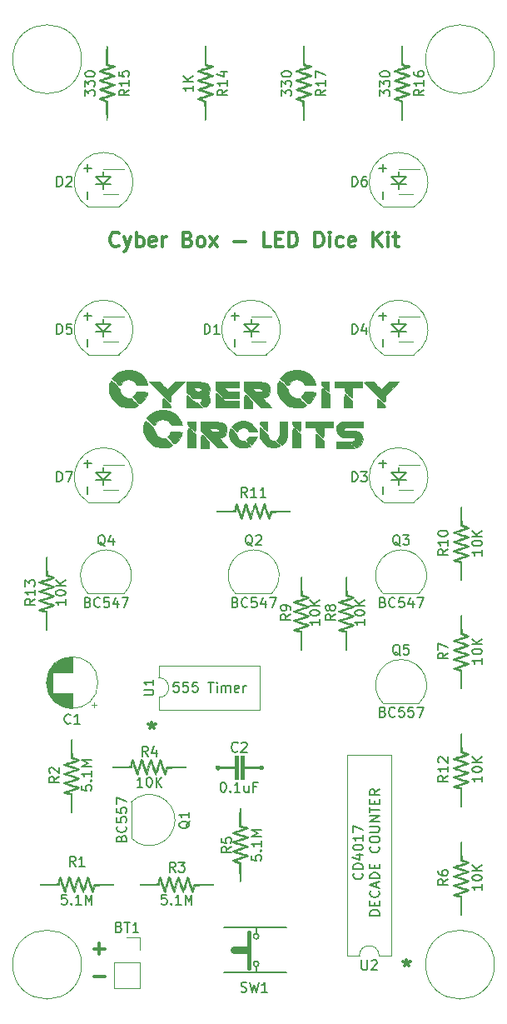
<source format=gbr>
G04 #@! TF.GenerationSoftware,KiCad,Pcbnew,(5.1.2)-2*
G04 #@! TF.CreationDate,2020-04-23T16:25:39-04:00*
G04 #@! TF.ProjectId,LED Dice Kit 001a,4c454420-4469-4636-9520-4b6974203030,rev?*
G04 #@! TF.SameCoordinates,Original*
G04 #@! TF.FileFunction,Legend,Top*
G04 #@! TF.FilePolarity,Positive*
%FSLAX46Y46*%
G04 Gerber Fmt 4.6, Leading zero omitted, Abs format (unit mm)*
G04 Created by KiCad (PCBNEW (5.1.2)-2) date 2020-04-23 16:25:39*
%MOMM*%
%LPD*%
G04 APERTURE LIST*
%ADD10C,0.200000*%
%ADD11C,0.300000*%
%ADD12C,0.010000*%
%ADD13C,0.120000*%
%ADD14C,0.150000*%
%ADD15C,0.400000*%
%ADD16C,0.750000*%
G04 APERTURE END LIST*
D10*
X111013142Y-136715238D02*
X111060761Y-136762857D01*
X111108380Y-136905714D01*
X111108380Y-137000952D01*
X111060761Y-137143809D01*
X110965523Y-137239047D01*
X110870285Y-137286666D01*
X110679809Y-137334285D01*
X110536952Y-137334285D01*
X110346476Y-137286666D01*
X110251238Y-137239047D01*
X110156000Y-137143809D01*
X110108380Y-137000952D01*
X110108380Y-136905714D01*
X110156000Y-136762857D01*
X110203619Y-136715238D01*
X111108380Y-136286666D02*
X110108380Y-136286666D01*
X110108380Y-136048571D01*
X110156000Y-135905714D01*
X110251238Y-135810476D01*
X110346476Y-135762857D01*
X110536952Y-135715238D01*
X110679809Y-135715238D01*
X110870285Y-135762857D01*
X110965523Y-135810476D01*
X111060761Y-135905714D01*
X111108380Y-136048571D01*
X111108380Y-136286666D01*
X110441714Y-134858095D02*
X111108380Y-134858095D01*
X110060761Y-135096190D02*
X110775047Y-135334285D01*
X110775047Y-134715238D01*
X110108380Y-134143809D02*
X110108380Y-134048571D01*
X110156000Y-133953333D01*
X110203619Y-133905714D01*
X110298857Y-133858095D01*
X110489333Y-133810476D01*
X110727428Y-133810476D01*
X110917904Y-133858095D01*
X111013142Y-133905714D01*
X111060761Y-133953333D01*
X111108380Y-134048571D01*
X111108380Y-134143809D01*
X111060761Y-134239047D01*
X111013142Y-134286666D01*
X110917904Y-134334285D01*
X110727428Y-134381904D01*
X110489333Y-134381904D01*
X110298857Y-134334285D01*
X110203619Y-134286666D01*
X110156000Y-134239047D01*
X110108380Y-134143809D01*
X111108380Y-132858095D02*
X111108380Y-133429523D01*
X111108380Y-133143809D02*
X110108380Y-133143809D01*
X110251238Y-133239047D01*
X110346476Y-133334285D01*
X110394095Y-133429523D01*
X110108380Y-132524761D02*
X110108380Y-131858095D01*
X111108380Y-132286666D01*
X112808380Y-141000952D02*
X111808380Y-141000952D01*
X111808380Y-140762857D01*
X111856000Y-140620000D01*
X111951238Y-140524761D01*
X112046476Y-140477142D01*
X112236952Y-140429523D01*
X112379809Y-140429523D01*
X112570285Y-140477142D01*
X112665523Y-140524761D01*
X112760761Y-140620000D01*
X112808380Y-140762857D01*
X112808380Y-141000952D01*
X112284571Y-140000952D02*
X112284571Y-139667619D01*
X112808380Y-139524761D02*
X112808380Y-140000952D01*
X111808380Y-140000952D01*
X111808380Y-139524761D01*
X112713142Y-138524761D02*
X112760761Y-138572380D01*
X112808380Y-138715238D01*
X112808380Y-138810476D01*
X112760761Y-138953333D01*
X112665523Y-139048571D01*
X112570285Y-139096190D01*
X112379809Y-139143809D01*
X112236952Y-139143809D01*
X112046476Y-139096190D01*
X111951238Y-139048571D01*
X111856000Y-138953333D01*
X111808380Y-138810476D01*
X111808380Y-138715238D01*
X111856000Y-138572380D01*
X111903619Y-138524761D01*
X112522666Y-138143809D02*
X112522666Y-137667619D01*
X112808380Y-138239047D02*
X111808380Y-137905714D01*
X112808380Y-137572380D01*
X112808380Y-137239047D02*
X111808380Y-137239047D01*
X111808380Y-137000952D01*
X111856000Y-136858095D01*
X111951238Y-136762857D01*
X112046476Y-136715238D01*
X112236952Y-136667619D01*
X112379809Y-136667619D01*
X112570285Y-136715238D01*
X112665523Y-136762857D01*
X112760761Y-136858095D01*
X112808380Y-137000952D01*
X112808380Y-137239047D01*
X112284571Y-136239047D02*
X112284571Y-135905714D01*
X112808380Y-135762857D02*
X112808380Y-136239047D01*
X111808380Y-136239047D01*
X111808380Y-135762857D01*
X112713142Y-134000952D02*
X112760761Y-134048571D01*
X112808380Y-134191428D01*
X112808380Y-134286666D01*
X112760761Y-134429523D01*
X112665523Y-134524761D01*
X112570285Y-134572380D01*
X112379809Y-134620000D01*
X112236952Y-134620000D01*
X112046476Y-134572380D01*
X111951238Y-134524761D01*
X111856000Y-134429523D01*
X111808380Y-134286666D01*
X111808380Y-134191428D01*
X111856000Y-134048571D01*
X111903619Y-134000952D01*
X111808380Y-133381904D02*
X111808380Y-133191428D01*
X111856000Y-133096190D01*
X111951238Y-133000952D01*
X112141714Y-132953333D01*
X112475047Y-132953333D01*
X112665523Y-133000952D01*
X112760761Y-133096190D01*
X112808380Y-133191428D01*
X112808380Y-133381904D01*
X112760761Y-133477142D01*
X112665523Y-133572380D01*
X112475047Y-133620000D01*
X112141714Y-133620000D01*
X111951238Y-133572380D01*
X111856000Y-133477142D01*
X111808380Y-133381904D01*
X111808380Y-132524761D02*
X112617904Y-132524761D01*
X112713142Y-132477142D01*
X112760761Y-132429523D01*
X112808380Y-132334285D01*
X112808380Y-132143809D01*
X112760761Y-132048571D01*
X112713142Y-132000952D01*
X112617904Y-131953333D01*
X111808380Y-131953333D01*
X112808380Y-131477142D02*
X111808380Y-131477142D01*
X112808380Y-130905714D01*
X111808380Y-130905714D01*
X111808380Y-130572380D02*
X111808380Y-130000952D01*
X112808380Y-130286666D02*
X111808380Y-130286666D01*
X112284571Y-129667619D02*
X112284571Y-129334285D01*
X112808380Y-129191428D02*
X112808380Y-129667619D01*
X111808380Y-129667619D01*
X111808380Y-129191428D01*
X112808380Y-128191428D02*
X112332190Y-128524761D01*
X112808380Y-128762857D02*
X111808380Y-128762857D01*
X111808380Y-128381904D01*
X111856000Y-128286666D01*
X111903619Y-128239047D01*
X111998857Y-128191428D01*
X112141714Y-128191428D01*
X112236952Y-128239047D01*
X112284571Y-128286666D01*
X112332190Y-128381904D01*
X112332190Y-128762857D01*
X92384952Y-117308380D02*
X91908761Y-117308380D01*
X91861142Y-117784571D01*
X91908761Y-117736952D01*
X92004000Y-117689333D01*
X92242095Y-117689333D01*
X92337333Y-117736952D01*
X92384952Y-117784571D01*
X92432571Y-117879809D01*
X92432571Y-118117904D01*
X92384952Y-118213142D01*
X92337333Y-118260761D01*
X92242095Y-118308380D01*
X92004000Y-118308380D01*
X91908761Y-118260761D01*
X91861142Y-118213142D01*
X93337333Y-117308380D02*
X92861142Y-117308380D01*
X92813523Y-117784571D01*
X92861142Y-117736952D01*
X92956380Y-117689333D01*
X93194476Y-117689333D01*
X93289714Y-117736952D01*
X93337333Y-117784571D01*
X93384952Y-117879809D01*
X93384952Y-118117904D01*
X93337333Y-118213142D01*
X93289714Y-118260761D01*
X93194476Y-118308380D01*
X92956380Y-118308380D01*
X92861142Y-118260761D01*
X92813523Y-118213142D01*
X94289714Y-117308380D02*
X93813523Y-117308380D01*
X93765904Y-117784571D01*
X93813523Y-117736952D01*
X93908761Y-117689333D01*
X94146857Y-117689333D01*
X94242095Y-117736952D01*
X94289714Y-117784571D01*
X94337333Y-117879809D01*
X94337333Y-118117904D01*
X94289714Y-118213142D01*
X94242095Y-118260761D01*
X94146857Y-118308380D01*
X93908761Y-118308380D01*
X93813523Y-118260761D01*
X93765904Y-118213142D01*
X95384952Y-117308380D02*
X95956380Y-117308380D01*
X95670666Y-118308380D02*
X95670666Y-117308380D01*
X96289714Y-118308380D02*
X96289714Y-117641714D01*
X96289714Y-117308380D02*
X96242095Y-117356000D01*
X96289714Y-117403619D01*
X96337333Y-117356000D01*
X96289714Y-117308380D01*
X96289714Y-117403619D01*
X96765904Y-118308380D02*
X96765904Y-117641714D01*
X96765904Y-117736952D02*
X96813523Y-117689333D01*
X96908761Y-117641714D01*
X97051619Y-117641714D01*
X97146857Y-117689333D01*
X97194476Y-117784571D01*
X97194476Y-118308380D01*
X97194476Y-117784571D02*
X97242095Y-117689333D01*
X97337333Y-117641714D01*
X97480190Y-117641714D01*
X97575428Y-117689333D01*
X97623047Y-117784571D01*
X97623047Y-118308380D01*
X98480190Y-118260761D02*
X98384952Y-118308380D01*
X98194476Y-118308380D01*
X98099238Y-118260761D01*
X98051619Y-118165523D01*
X98051619Y-117784571D01*
X98099238Y-117689333D01*
X98194476Y-117641714D01*
X98384952Y-117641714D01*
X98480190Y-117689333D01*
X98527809Y-117784571D01*
X98527809Y-117879809D01*
X98051619Y-117975047D01*
X98956380Y-118308380D02*
X98956380Y-117641714D01*
X98956380Y-117832190D02*
X99004000Y-117736952D01*
X99051619Y-117689333D01*
X99146857Y-117641714D01*
X99242095Y-117641714D01*
D11*
X115570000Y-145482571D02*
X115570000Y-145839714D01*
X115212857Y-145696857D02*
X115570000Y-145839714D01*
X115927142Y-145696857D01*
X115355714Y-146125428D02*
X115570000Y-145839714D01*
X115784285Y-146125428D01*
X89662000Y-121352571D02*
X89662000Y-121709714D01*
X89304857Y-121566857D02*
X89662000Y-121709714D01*
X90019142Y-121566857D01*
X89447714Y-121995428D02*
X89662000Y-121709714D01*
X89876285Y-121995428D01*
X86321428Y-72925714D02*
X86250000Y-72997142D01*
X86035714Y-73068571D01*
X85892857Y-73068571D01*
X85678571Y-72997142D01*
X85535714Y-72854285D01*
X85464285Y-72711428D01*
X85392857Y-72425714D01*
X85392857Y-72211428D01*
X85464285Y-71925714D01*
X85535714Y-71782857D01*
X85678571Y-71640000D01*
X85892857Y-71568571D01*
X86035714Y-71568571D01*
X86250000Y-71640000D01*
X86321428Y-71711428D01*
X86821428Y-72068571D02*
X87178571Y-73068571D01*
X87535714Y-72068571D02*
X87178571Y-73068571D01*
X87035714Y-73425714D01*
X86964285Y-73497142D01*
X86821428Y-73568571D01*
X88107142Y-73068571D02*
X88107142Y-71568571D01*
X88107142Y-72140000D02*
X88250000Y-72068571D01*
X88535714Y-72068571D01*
X88678571Y-72140000D01*
X88750000Y-72211428D01*
X88821428Y-72354285D01*
X88821428Y-72782857D01*
X88750000Y-72925714D01*
X88678571Y-72997142D01*
X88535714Y-73068571D01*
X88250000Y-73068571D01*
X88107142Y-72997142D01*
X90035714Y-72997142D02*
X89892857Y-73068571D01*
X89607142Y-73068571D01*
X89464285Y-72997142D01*
X89392857Y-72854285D01*
X89392857Y-72282857D01*
X89464285Y-72140000D01*
X89607142Y-72068571D01*
X89892857Y-72068571D01*
X90035714Y-72140000D01*
X90107142Y-72282857D01*
X90107142Y-72425714D01*
X89392857Y-72568571D01*
X90750000Y-73068571D02*
X90750000Y-72068571D01*
X90750000Y-72354285D02*
X90821428Y-72211428D01*
X90892857Y-72140000D01*
X91035714Y-72068571D01*
X91178571Y-72068571D01*
X93321428Y-72282857D02*
X93535714Y-72354285D01*
X93607142Y-72425714D01*
X93678571Y-72568571D01*
X93678571Y-72782857D01*
X93607142Y-72925714D01*
X93535714Y-72997142D01*
X93392857Y-73068571D01*
X92821428Y-73068571D01*
X92821428Y-71568571D01*
X93321428Y-71568571D01*
X93464285Y-71640000D01*
X93535714Y-71711428D01*
X93607142Y-71854285D01*
X93607142Y-71997142D01*
X93535714Y-72140000D01*
X93464285Y-72211428D01*
X93321428Y-72282857D01*
X92821428Y-72282857D01*
X94535714Y-73068571D02*
X94392857Y-72997142D01*
X94321428Y-72925714D01*
X94250000Y-72782857D01*
X94250000Y-72354285D01*
X94321428Y-72211428D01*
X94392857Y-72140000D01*
X94535714Y-72068571D01*
X94750000Y-72068571D01*
X94892857Y-72140000D01*
X94964285Y-72211428D01*
X95035714Y-72354285D01*
X95035714Y-72782857D01*
X94964285Y-72925714D01*
X94892857Y-72997142D01*
X94750000Y-73068571D01*
X94535714Y-73068571D01*
X95535714Y-73068571D02*
X96321428Y-72068571D01*
X95535714Y-72068571D02*
X96321428Y-73068571D01*
X98035714Y-72497142D02*
X99178571Y-72497142D01*
X101750000Y-73068571D02*
X101035714Y-73068571D01*
X101035714Y-71568571D01*
X102250000Y-72282857D02*
X102750000Y-72282857D01*
X102964285Y-73068571D02*
X102250000Y-73068571D01*
X102250000Y-71568571D01*
X102964285Y-71568571D01*
X103607142Y-73068571D02*
X103607142Y-71568571D01*
X103964285Y-71568571D01*
X104178571Y-71640000D01*
X104321428Y-71782857D01*
X104392857Y-71925714D01*
X104464285Y-72211428D01*
X104464285Y-72425714D01*
X104392857Y-72711428D01*
X104321428Y-72854285D01*
X104178571Y-72997142D01*
X103964285Y-73068571D01*
X103607142Y-73068571D01*
X106250000Y-73068571D02*
X106250000Y-71568571D01*
X106607142Y-71568571D01*
X106821428Y-71640000D01*
X106964285Y-71782857D01*
X107035714Y-71925714D01*
X107107142Y-72211428D01*
X107107142Y-72425714D01*
X107035714Y-72711428D01*
X106964285Y-72854285D01*
X106821428Y-72997142D01*
X106607142Y-73068571D01*
X106250000Y-73068571D01*
X107750000Y-73068571D02*
X107750000Y-72068571D01*
X107750000Y-71568571D02*
X107678571Y-71640000D01*
X107750000Y-71711428D01*
X107821428Y-71640000D01*
X107750000Y-71568571D01*
X107750000Y-71711428D01*
X109107142Y-72997142D02*
X108964285Y-73068571D01*
X108678571Y-73068571D01*
X108535714Y-72997142D01*
X108464285Y-72925714D01*
X108392857Y-72782857D01*
X108392857Y-72354285D01*
X108464285Y-72211428D01*
X108535714Y-72140000D01*
X108678571Y-72068571D01*
X108964285Y-72068571D01*
X109107142Y-72140000D01*
X110321428Y-72997142D02*
X110178571Y-73068571D01*
X109892857Y-73068571D01*
X109750000Y-72997142D01*
X109678571Y-72854285D01*
X109678571Y-72282857D01*
X109750000Y-72140000D01*
X109892857Y-72068571D01*
X110178571Y-72068571D01*
X110321428Y-72140000D01*
X110392857Y-72282857D01*
X110392857Y-72425714D01*
X109678571Y-72568571D01*
X112178571Y-73068571D02*
X112178571Y-71568571D01*
X113035714Y-73068571D02*
X112392857Y-72211428D01*
X113035714Y-71568571D02*
X112178571Y-72425714D01*
X113678571Y-73068571D02*
X113678571Y-72068571D01*
X113678571Y-71568571D02*
X113607142Y-71640000D01*
X113678571Y-71711428D01*
X113750000Y-71640000D01*
X113678571Y-71568571D01*
X113678571Y-71711428D01*
X114178571Y-72068571D02*
X114749999Y-72068571D01*
X114392857Y-71568571D02*
X114392857Y-72854285D01*
X114464285Y-72997142D01*
X114607142Y-73068571D01*
X114749999Y-73068571D01*
X83756571Y-147173142D02*
X84899428Y-147173142D01*
X83756571Y-144379142D02*
X84899428Y-144379142D01*
X84328000Y-144950571D02*
X84328000Y-143807714D01*
D12*
G36*
X94827885Y-92191813D02*
G01*
X94963019Y-92295169D01*
X95122007Y-92442835D01*
X95165408Y-92487365D01*
X95322496Y-92655296D01*
X95417103Y-92775555D01*
X95465070Y-92881772D01*
X95482237Y-93007574D01*
X95484445Y-93164698D01*
X95484445Y-93507555D01*
X94637778Y-93507555D01*
X94637778Y-92830222D01*
X94639119Y-92543525D01*
X94645047Y-92351155D01*
X94658416Y-92234564D01*
X94682085Y-92175202D01*
X94718908Y-92154522D01*
X94742075Y-92152888D01*
X94827885Y-92191813D01*
X94827885Y-92191813D01*
G37*
X94827885Y-92191813D02*
X94963019Y-92295169D01*
X95122007Y-92442835D01*
X95165408Y-92487365D01*
X95322496Y-92655296D01*
X95417103Y-92775555D01*
X95465070Y-92881772D01*
X95482237Y-93007574D01*
X95484445Y-93164698D01*
X95484445Y-93507555D01*
X94637778Y-93507555D01*
X94637778Y-92830222D01*
X94639119Y-92543525D01*
X94645047Y-92351155D01*
X94658416Y-92234564D01*
X94682085Y-92175202D01*
X94718908Y-92154522D01*
X94742075Y-92152888D01*
X94827885Y-92191813D01*
G36*
X109934223Y-93197111D02*
G01*
X110240811Y-93507555D01*
X108410223Y-93507555D01*
X108410223Y-92886666D01*
X109627634Y-92886666D01*
X109934223Y-93197111D01*
X109934223Y-93197111D01*
G37*
X109934223Y-93197111D02*
X110240811Y-93507555D01*
X108410223Y-93507555D01*
X108410223Y-92886666D01*
X109627634Y-92886666D01*
X109934223Y-93197111D01*
G36*
X89068547Y-90777800D02*
G01*
X89196184Y-90872475D01*
X89354116Y-91015824D01*
X89522929Y-91187561D01*
X89683210Y-91367395D01*
X89815544Y-91535040D01*
X89900519Y-91670207D01*
X89920039Y-91723382D01*
X90025601Y-91996673D01*
X90216887Y-92228268D01*
X90468747Y-92397695D01*
X90756028Y-92484483D01*
X90863813Y-92491555D01*
X90972660Y-92504292D01*
X91079503Y-92553060D01*
X91208615Y-92653692D01*
X91384265Y-92822024D01*
X91409973Y-92847878D01*
X91763128Y-93204201D01*
X91642469Y-93313545D01*
X91514683Y-93374393D01*
X91304079Y-93417284D01*
X91039398Y-93441517D01*
X90749383Y-93446389D01*
X90462778Y-93431198D01*
X90208326Y-93395242D01*
X90050918Y-93352423D01*
X89694936Y-93167297D01*
X89374820Y-92898002D01*
X89106691Y-92567086D01*
X88906669Y-92197101D01*
X88790873Y-91810595D01*
X88768413Y-91558335D01*
X88784334Y-91333663D01*
X88825162Y-91110072D01*
X88882466Y-90918151D01*
X88947816Y-90788492D01*
X88990619Y-90752090D01*
X89068547Y-90777800D01*
X89068547Y-90777800D01*
G37*
X89068547Y-90777800D02*
X89196184Y-90872475D01*
X89354116Y-91015824D01*
X89522929Y-91187561D01*
X89683210Y-91367395D01*
X89815544Y-91535040D01*
X89900519Y-91670207D01*
X89920039Y-91723382D01*
X90025601Y-91996673D01*
X90216887Y-92228268D01*
X90468747Y-92397695D01*
X90756028Y-92484483D01*
X90863813Y-92491555D01*
X90972660Y-92504292D01*
X91079503Y-92553060D01*
X91208615Y-92653692D01*
X91384265Y-92822024D01*
X91409973Y-92847878D01*
X91763128Y-93204201D01*
X91642469Y-93313545D01*
X91514683Y-93374393D01*
X91304079Y-93417284D01*
X91039398Y-93441517D01*
X90749383Y-93446389D01*
X90462778Y-93431198D01*
X90208326Y-93395242D01*
X90050918Y-93352423D01*
X89694936Y-93167297D01*
X89374820Y-92898002D01*
X89106691Y-92567086D01*
X88906669Y-92197101D01*
X88790873Y-91810595D01*
X88768413Y-91558335D01*
X88784334Y-91333663D01*
X88825162Y-91110072D01*
X88882466Y-90918151D01*
X88947816Y-90788492D01*
X88990619Y-90752090D01*
X89068547Y-90777800D01*
G36*
X93518827Y-91533710D02*
G01*
X93654856Y-91653080D01*
X93803586Y-91798344D01*
X94129778Y-92121132D01*
X94129778Y-93451111D01*
X93283111Y-93451111D01*
X93283111Y-92463333D01*
X93284464Y-92072638D01*
X93292679Y-91786866D01*
X93313988Y-91598052D01*
X93354627Y-91498231D01*
X93420829Y-91479438D01*
X93518827Y-91533710D01*
X93518827Y-91533710D01*
G37*
X93518827Y-91533710D02*
X93654856Y-91653080D01*
X93803586Y-91798344D01*
X94129778Y-92121132D01*
X94129778Y-93451111D01*
X93283111Y-93451111D01*
X93283111Y-92463333D01*
X93284464Y-92072638D01*
X93292679Y-91786866D01*
X93313988Y-91598052D01*
X93354627Y-91498231D01*
X93420829Y-91479438D01*
X93518827Y-91533710D01*
G36*
X95639667Y-90855906D02*
G01*
X96015292Y-90857949D01*
X96297326Y-90864121D01*
X96505041Y-90876076D01*
X96657709Y-90895466D01*
X96774599Y-90923947D01*
X96871616Y-90961634D01*
X97082877Y-91114371D01*
X97221792Y-91332183D01*
X97282641Y-91589016D01*
X97259708Y-91858815D01*
X97147271Y-92115526D01*
X97130313Y-92140278D01*
X97035347Y-92249641D01*
X96911451Y-92334256D01*
X96726603Y-92413044D01*
X96588692Y-92460312D01*
X96550189Y-92486004D01*
X96556377Y-92534686D01*
X96616881Y-92620365D01*
X96741332Y-92757050D01*
X96913247Y-92932518D01*
X97089161Y-93113018D01*
X97230808Y-93265115D01*
X97321798Y-93370767D01*
X97347111Y-93410026D01*
X97294813Y-93427884D01*
X97154467Y-93441821D01*
X96950898Y-93449885D01*
X96824295Y-93451111D01*
X96301478Y-93451111D01*
X94637778Y-91784633D01*
X94637778Y-91532000D01*
X95463324Y-91532000D01*
X95625556Y-91701333D01*
X95741595Y-91804785D01*
X95861580Y-91855146D01*
X96034064Y-91870287D01*
X96085686Y-91870666D01*
X96274766Y-91861394D01*
X96383593Y-91827124D01*
X96442014Y-91761488D01*
X96487969Y-91659098D01*
X96484155Y-91592571D01*
X96415310Y-91554294D01*
X96266170Y-91536654D01*
X96021473Y-91532040D01*
X95981884Y-91532000D01*
X95463324Y-91532000D01*
X94637778Y-91532000D01*
X94637778Y-90854666D01*
X95639667Y-90855906D01*
X95639667Y-90855906D01*
G37*
X95639667Y-90855906D02*
X96015292Y-90857949D01*
X96297326Y-90864121D01*
X96505041Y-90876076D01*
X96657709Y-90895466D01*
X96774599Y-90923947D01*
X96871616Y-90961634D01*
X97082877Y-91114371D01*
X97221792Y-91332183D01*
X97282641Y-91589016D01*
X97259708Y-91858815D01*
X97147271Y-92115526D01*
X97130313Y-92140278D01*
X97035347Y-92249641D01*
X96911451Y-92334256D01*
X96726603Y-92413044D01*
X96588692Y-92460312D01*
X96550189Y-92486004D01*
X96556377Y-92534686D01*
X96616881Y-92620365D01*
X96741332Y-92757050D01*
X96913247Y-92932518D01*
X97089161Y-93113018D01*
X97230808Y-93265115D01*
X97321798Y-93370767D01*
X97347111Y-93410026D01*
X97294813Y-93427884D01*
X97154467Y-93441821D01*
X96950898Y-93449885D01*
X96824295Y-93451111D01*
X96301478Y-93451111D01*
X94637778Y-91784633D01*
X94637778Y-91532000D01*
X95463324Y-91532000D01*
X95625556Y-91701333D01*
X95741595Y-91804785D01*
X95861580Y-91855146D01*
X96034064Y-91870287D01*
X96085686Y-91870666D01*
X96274766Y-91861394D01*
X96383593Y-91827124D01*
X96442014Y-91761488D01*
X96487969Y-91659098D01*
X96484155Y-91592571D01*
X96415310Y-91554294D01*
X96266170Y-91536654D01*
X96021473Y-91532040D01*
X95981884Y-91532000D01*
X95463324Y-91532000D01*
X94637778Y-91532000D01*
X94637778Y-90854666D01*
X95639667Y-90855906D01*
G36*
X97763307Y-91597227D02*
G01*
X97893831Y-91704787D01*
X98035010Y-91846421D01*
X98168188Y-92003112D01*
X98274707Y-92155841D01*
X98335911Y-92285588D01*
X98341010Y-92306776D01*
X98431602Y-92500661D01*
X98610078Y-92652717D01*
X98854146Y-92745715D01*
X98924819Y-92757991D01*
X99086216Y-92803363D01*
X99246521Y-92906662D01*
X99406830Y-93055488D01*
X99671086Y-93323779D01*
X99488454Y-93387445D01*
X99304402Y-93425183D01*
X99056866Y-93443027D01*
X98793557Y-93440571D01*
X98562185Y-93417412D01*
X98467118Y-93396095D01*
X98172898Y-93254427D01*
X97905063Y-93028896D01*
X97691468Y-92748521D01*
X97563243Y-92454486D01*
X97535566Y-92254531D01*
X97536189Y-92001172D01*
X97562300Y-91749521D01*
X97608850Y-91560409D01*
X97662094Y-91542761D01*
X97763307Y-91597227D01*
X97763307Y-91597227D01*
G37*
X97763307Y-91597227D02*
X97893831Y-91704787D01*
X98035010Y-91846421D01*
X98168188Y-92003112D01*
X98274707Y-92155841D01*
X98335911Y-92285588D01*
X98341010Y-92306776D01*
X98431602Y-92500661D01*
X98610078Y-92652717D01*
X98854146Y-92745715D01*
X98924819Y-92757991D01*
X99086216Y-92803363D01*
X99246521Y-92906662D01*
X99406830Y-93055488D01*
X99671086Y-93323779D01*
X99488454Y-93387445D01*
X99304402Y-93425183D01*
X99056866Y-93443027D01*
X98793557Y-93440571D01*
X98562185Y-93417412D01*
X98467118Y-93396095D01*
X98172898Y-93254427D01*
X97905063Y-93028896D01*
X97691468Y-92748521D01*
X97563243Y-92454486D01*
X97535566Y-92254531D01*
X97536189Y-92001172D01*
X97562300Y-91749521D01*
X97608850Y-91560409D01*
X97662094Y-91542761D01*
X97763307Y-91597227D01*
G36*
X100787569Y-91462574D02*
G01*
X100922054Y-91576866D01*
X101075774Y-91737841D01*
X101227836Y-91921354D01*
X101357346Y-92103258D01*
X101443409Y-92259407D01*
X101459851Y-92305082D01*
X101563751Y-92526741D01*
X101721261Y-92689366D01*
X101907167Y-92769385D01*
X101961223Y-92773777D01*
X102061405Y-92806083D01*
X102207275Y-92888518D01*
X102369032Y-92999359D01*
X102516875Y-93116883D01*
X102621004Y-93219367D01*
X102652889Y-93277973D01*
X102601510Y-93350632D01*
X102464467Y-93403192D01*
X102267408Y-93434381D01*
X102035976Y-93442930D01*
X101795817Y-93427566D01*
X101572575Y-93387020D01*
X101429996Y-93338576D01*
X101180855Y-93184603D01*
X100948826Y-92966010D01*
X100768791Y-92719495D01*
X100698771Y-92569277D01*
X100660346Y-92408156D01*
X100634715Y-92200344D01*
X100622012Y-91973294D01*
X100622367Y-91754460D01*
X100635915Y-91571298D01*
X100662788Y-91451259D01*
X100693212Y-91419111D01*
X100787569Y-91462574D01*
X100787569Y-91462574D01*
G37*
X100787569Y-91462574D02*
X100922054Y-91576866D01*
X101075774Y-91737841D01*
X101227836Y-91921354D01*
X101357346Y-92103258D01*
X101443409Y-92259407D01*
X101459851Y-92305082D01*
X101563751Y-92526741D01*
X101721261Y-92689366D01*
X101907167Y-92769385D01*
X101961223Y-92773777D01*
X102061405Y-92806083D01*
X102207275Y-92888518D01*
X102369032Y-92999359D01*
X102516875Y-93116883D01*
X102621004Y-93219367D01*
X102652889Y-93277973D01*
X102601510Y-93350632D01*
X102464467Y-93403192D01*
X102267408Y-93434381D01*
X102035976Y-93442930D01*
X101795817Y-93427566D01*
X101572575Y-93387020D01*
X101429996Y-93338576D01*
X101180855Y-93184603D01*
X100948826Y-92966010D01*
X100768791Y-92719495D01*
X100698771Y-92569277D01*
X100660346Y-92408156D01*
X100634715Y-92200344D01*
X100622012Y-91973294D01*
X100622367Y-91754460D01*
X100635915Y-91571298D01*
X100662788Y-91451259D01*
X100693212Y-91419111D01*
X100787569Y-91462574D01*
G36*
X104186827Y-91533710D02*
G01*
X104322856Y-91653080D01*
X104471586Y-91798344D01*
X104797778Y-92121132D01*
X104797778Y-93451111D01*
X103951111Y-93451111D01*
X103951111Y-92463333D01*
X103952464Y-92072638D01*
X103960679Y-91786866D01*
X103981988Y-91598052D01*
X104022627Y-91498231D01*
X104088829Y-91479438D01*
X104186827Y-91533710D01*
X104186827Y-91533710D01*
G37*
X104186827Y-91533710D02*
X104322856Y-91653080D01*
X104471586Y-91798344D01*
X104797778Y-92121132D01*
X104797778Y-93451111D01*
X103951111Y-93451111D01*
X103951111Y-92463333D01*
X103952464Y-92072638D01*
X103960679Y-91786866D01*
X103981988Y-91598052D01*
X104022627Y-91498231D01*
X104088829Y-91479438D01*
X104186827Y-91533710D01*
G36*
X106518077Y-92167067D02*
G01*
X106683580Y-92317320D01*
X106789212Y-92422636D01*
X107112000Y-92748829D01*
X107112000Y-93451111D01*
X106265334Y-93451111D01*
X106265334Y-92773777D01*
X106269410Y-92451154D01*
X106287674Y-92235237D01*
X106329173Y-92119960D01*
X106402957Y-92099259D01*
X106518077Y-92167067D01*
X106518077Y-92167067D01*
G37*
X106518077Y-92167067D02*
X106683580Y-92317320D01*
X106789212Y-92422636D01*
X107112000Y-92748829D01*
X107112000Y-93451111D01*
X106265334Y-93451111D01*
X106265334Y-92773777D01*
X106269410Y-92451154D01*
X106287674Y-92235237D01*
X106329173Y-92119960D01*
X106402957Y-92099259D01*
X106518077Y-92167067D01*
G36*
X111119556Y-91419111D02*
G01*
X110195134Y-91419111D01*
X109813329Y-91421908D01*
X109531838Y-91432265D01*
X109338180Y-91453135D01*
X109219872Y-91487467D01*
X109164434Y-91538212D01*
X109159386Y-91608320D01*
X109175101Y-91660258D01*
X109211056Y-91698491D01*
X109296367Y-91725990D01*
X109448376Y-91745303D01*
X109684427Y-91758981D01*
X109895742Y-91766190D01*
X110195560Y-91777100D01*
X110406603Y-91792242D01*
X110552984Y-91815683D01*
X110658816Y-91851489D01*
X110748213Y-91903725D01*
X110759819Y-91911888D01*
X110959916Y-92113906D01*
X111075092Y-92357097D01*
X111109593Y-92619244D01*
X111067668Y-92878132D01*
X110953562Y-93111544D01*
X110771523Y-93297265D01*
X110525796Y-93413079D01*
X110470445Y-93425696D01*
X110374406Y-93432939D01*
X110284703Y-93403394D01*
X110175593Y-93321892D01*
X110021334Y-93173264D01*
X109992595Y-93144126D01*
X109684079Y-92830222D01*
X109943350Y-92830222D01*
X110162583Y-92803085D01*
X110286807Y-92723501D01*
X110312512Y-92594207D01*
X110301971Y-92550708D01*
X110278195Y-92500504D01*
X110231252Y-92467370D01*
X110140675Y-92447794D01*
X109986000Y-92438263D01*
X109746759Y-92435267D01*
X109628322Y-92435111D01*
X109342563Y-92432805D01*
X109143648Y-92423218D01*
X109005576Y-92402344D01*
X108902349Y-92366175D01*
X108807969Y-92310706D01*
X108804129Y-92308111D01*
X108654562Y-92175258D01*
X108514683Y-92002297D01*
X108485037Y-91955333D01*
X108387913Y-91689473D01*
X108393825Y-91424694D01*
X108494915Y-91183207D01*
X108683324Y-90987223D01*
X108862192Y-90889308D01*
X108974108Y-90854361D01*
X109120661Y-90829119D01*
X109319749Y-90812269D01*
X109589270Y-90802501D01*
X109947121Y-90798502D01*
X110104698Y-90798222D01*
X111119556Y-90798222D01*
X111119556Y-91419111D01*
X111119556Y-91419111D01*
G37*
X111119556Y-91419111D02*
X110195134Y-91419111D01*
X109813329Y-91421908D01*
X109531838Y-91432265D01*
X109338180Y-91453135D01*
X109219872Y-91487467D01*
X109164434Y-91538212D01*
X109159386Y-91608320D01*
X109175101Y-91660258D01*
X109211056Y-91698491D01*
X109296367Y-91725990D01*
X109448376Y-91745303D01*
X109684427Y-91758981D01*
X109895742Y-91766190D01*
X110195560Y-91777100D01*
X110406603Y-91792242D01*
X110552984Y-91815683D01*
X110658816Y-91851489D01*
X110748213Y-91903725D01*
X110759819Y-91911888D01*
X110959916Y-92113906D01*
X111075092Y-92357097D01*
X111109593Y-92619244D01*
X111067668Y-92878132D01*
X110953562Y-93111544D01*
X110771523Y-93297265D01*
X110525796Y-93413079D01*
X110470445Y-93425696D01*
X110374406Y-93432939D01*
X110284703Y-93403394D01*
X110175593Y-93321892D01*
X110021334Y-93173264D01*
X109992595Y-93144126D01*
X109684079Y-92830222D01*
X109943350Y-92830222D01*
X110162583Y-92803085D01*
X110286807Y-92723501D01*
X110312512Y-92594207D01*
X110301971Y-92550708D01*
X110278195Y-92500504D01*
X110231252Y-92467370D01*
X110140675Y-92447794D01*
X109986000Y-92438263D01*
X109746759Y-92435267D01*
X109628322Y-92435111D01*
X109342563Y-92432805D01*
X109143648Y-92423218D01*
X109005576Y-92402344D01*
X108902349Y-92366175D01*
X108807969Y-92310706D01*
X108804129Y-92308111D01*
X108654562Y-92175258D01*
X108514683Y-92002297D01*
X108485037Y-91955333D01*
X108387913Y-91689473D01*
X108393825Y-91424694D01*
X108494915Y-91183207D01*
X108683324Y-90987223D01*
X108862192Y-90889308D01*
X108974108Y-90854361D01*
X109120661Y-90829119D01*
X109319749Y-90812269D01*
X109589270Y-90802501D01*
X109947121Y-90798502D01*
X110104698Y-90798222D01*
X111119556Y-90798222D01*
X111119556Y-91419111D01*
G36*
X100124351Y-92324888D02*
G01*
X100271333Y-92331931D01*
X100337448Y-92341913D01*
X100338667Y-92343551D01*
X100307185Y-92462398D01*
X100225614Y-92626138D01*
X100113262Y-92806626D01*
X99989438Y-92975714D01*
X99873452Y-93105258D01*
X99784613Y-93167111D01*
X99772450Y-93168888D01*
X99716550Y-93132221D01*
X99606526Y-93036605D01*
X99481562Y-92917672D01*
X99338866Y-92764117D01*
X99284957Y-92671105D01*
X99303417Y-92637034D01*
X99382528Y-92567062D01*
X99445104Y-92464917D01*
X99486802Y-92391243D01*
X99546842Y-92348519D01*
X99653312Y-92328385D01*
X99834300Y-92322477D01*
X99924394Y-92322222D01*
X100124351Y-92324888D01*
X100124351Y-92324888D01*
G37*
X100124351Y-92324888D02*
X100271333Y-92331931D01*
X100337448Y-92341913D01*
X100338667Y-92343551D01*
X100307185Y-92462398D01*
X100225614Y-92626138D01*
X100113262Y-92806626D01*
X99989438Y-92975714D01*
X99873452Y-93105258D01*
X99784613Y-93167111D01*
X99772450Y-93168888D01*
X99716550Y-93132221D01*
X99606526Y-93036605D01*
X99481562Y-92917672D01*
X99338866Y-92764117D01*
X99284957Y-92671105D01*
X99303417Y-92637034D01*
X99382528Y-92567062D01*
X99445104Y-92464917D01*
X99486802Y-92391243D01*
X99546842Y-92348519D01*
X99653312Y-92328385D01*
X99834300Y-92322477D01*
X99924394Y-92322222D01*
X100124351Y-92324888D01*
G36*
X103443111Y-91551251D02*
G01*
X103433627Y-91970929D01*
X103401950Y-92301141D01*
X103343240Y-92563969D01*
X103252661Y-92781494D01*
X103133220Y-92965591D01*
X102993700Y-93110516D01*
X102857343Y-93158106D01*
X102704708Y-93108056D01*
X102516352Y-92960060D01*
X102511778Y-92955810D01*
X102286000Y-92745555D01*
X102434012Y-92591107D01*
X102519446Y-92486712D01*
X102579820Y-92366832D01*
X102619224Y-92210491D01*
X102641748Y-91996711D01*
X102651482Y-91704515D01*
X102652889Y-91468500D01*
X102652889Y-90854666D01*
X103443111Y-90854666D01*
X103443111Y-91551251D01*
X103443111Y-91551251D01*
G37*
X103443111Y-91551251D02*
X103433627Y-91970929D01*
X103401950Y-92301141D01*
X103343240Y-92563969D01*
X103252661Y-92781494D01*
X103133220Y-92965591D01*
X102993700Y-93110516D01*
X102857343Y-93158106D01*
X102704708Y-93108056D01*
X102516352Y-92960060D01*
X102511778Y-92955810D01*
X102286000Y-92745555D01*
X102434012Y-92591107D01*
X102519446Y-92486712D01*
X102579820Y-92366832D01*
X102619224Y-92210491D01*
X102641748Y-91996711D01*
X102651482Y-91704515D01*
X102652889Y-91468500D01*
X102652889Y-90854666D01*
X103443111Y-90854666D01*
X103443111Y-91551251D01*
G36*
X92395456Y-91875018D02*
G01*
X92582022Y-91886747D01*
X92695486Y-91903858D01*
X92718667Y-91917056D01*
X92701731Y-91993782D01*
X92658639Y-92136973D01*
X92628806Y-92227173D01*
X92554563Y-92384734D01*
X92438159Y-92568205D01*
X92299888Y-92752291D01*
X92160040Y-92911696D01*
X92038906Y-93021127D01*
X91963917Y-93056000D01*
X91896576Y-93018154D01*
X91773284Y-92916952D01*
X91615826Y-92770893D01*
X91541109Y-92696955D01*
X91370716Y-92518990D01*
X91276110Y-92402604D01*
X91248444Y-92334668D01*
X91275738Y-92303190D01*
X91360982Y-92234623D01*
X91459846Y-92107658D01*
X91483574Y-92069567D01*
X91600929Y-91870666D01*
X92159798Y-91870666D01*
X92395456Y-91875018D01*
X92395456Y-91875018D01*
G37*
X92395456Y-91875018D02*
X92582022Y-91886747D01*
X92695486Y-91903858D01*
X92718667Y-91917056D01*
X92701731Y-91993782D01*
X92658639Y-92136973D01*
X92628806Y-92227173D01*
X92554563Y-92384734D01*
X92438159Y-92568205D01*
X92299888Y-92752291D01*
X92160040Y-92911696D01*
X92038906Y-93021127D01*
X91963917Y-93056000D01*
X91896576Y-93018154D01*
X91773284Y-92916952D01*
X91615826Y-92770893D01*
X91541109Y-92696955D01*
X91370716Y-92518990D01*
X91276110Y-92402604D01*
X91248444Y-92334668D01*
X91275738Y-92303190D01*
X91360982Y-92234623D01*
X91459846Y-92107658D01*
X91483574Y-92069567D01*
X91600929Y-91870666D01*
X92159798Y-91870666D01*
X92395456Y-91875018D01*
G36*
X108071556Y-91419111D02*
G01*
X107112000Y-91419111D01*
X107112000Y-91927111D01*
X107107287Y-92186237D01*
X107091801Y-92347011D01*
X107063520Y-92423629D01*
X107039678Y-92435111D01*
X106968507Y-92397122D01*
X106844078Y-92296293D01*
X106690139Y-92152329D01*
X106648498Y-92110555D01*
X106446834Y-91884061D01*
X106336609Y-91706464D01*
X106311599Y-91616666D01*
X106293556Y-91447333D01*
X105799667Y-91431024D01*
X105305778Y-91414716D01*
X105305778Y-90798222D01*
X108071556Y-90798222D01*
X108071556Y-91419111D01*
X108071556Y-91419111D01*
G37*
X108071556Y-91419111D02*
X107112000Y-91419111D01*
X107112000Y-91927111D01*
X107107287Y-92186237D01*
X107091801Y-92347011D01*
X107063520Y-92423629D01*
X107039678Y-92435111D01*
X106968507Y-92397122D01*
X106844078Y-92296293D01*
X106690139Y-92152329D01*
X106648498Y-92110555D01*
X106446834Y-91884061D01*
X106336609Y-91706464D01*
X106311599Y-91616666D01*
X106293556Y-91447333D01*
X105799667Y-91431024D01*
X105305778Y-91414716D01*
X105305778Y-90798222D01*
X108071556Y-90798222D01*
X108071556Y-91419111D01*
G36*
X99074415Y-90770073D02*
G01*
X99267628Y-90800022D01*
X99442025Y-90839572D01*
X99565030Y-90882705D01*
X99604889Y-90918823D01*
X99649845Y-90963758D01*
X99678101Y-90967555D01*
X99772249Y-91012988D01*
X99899191Y-91131527D01*
X100038855Y-91296531D01*
X100171172Y-91481359D01*
X100276069Y-91659372D01*
X100333478Y-91803927D01*
X100338667Y-91844359D01*
X100286906Y-91857081D01*
X100150329Y-91866312D01*
X99956998Y-91870274D01*
X99929445Y-91870309D01*
X99716346Y-91867594D01*
X99585894Y-91853139D01*
X99507856Y-91816791D01*
X99452003Y-91748395D01*
X99423777Y-91700466D01*
X99264524Y-91527004D01*
X99044057Y-91439511D01*
X98825809Y-91439704D01*
X98665463Y-91495157D01*
X98511566Y-91594649D01*
X98399653Y-91710443D01*
X98364087Y-91800111D01*
X98340843Y-91862773D01*
X98269239Y-91845840D01*
X98142270Y-91745552D01*
X97995904Y-91602555D01*
X97734064Y-91334444D01*
X97990216Y-91101244D01*
X98157818Y-90968373D01*
X98322891Y-90868987D01*
X98417628Y-90833133D01*
X98608506Y-90794257D01*
X98761862Y-90763059D01*
X98894967Y-90755746D01*
X99074415Y-90770073D01*
X99074415Y-90770073D01*
G37*
X99074415Y-90770073D02*
X99267628Y-90800022D01*
X99442025Y-90839572D01*
X99565030Y-90882705D01*
X99604889Y-90918823D01*
X99649845Y-90963758D01*
X99678101Y-90967555D01*
X99772249Y-91012988D01*
X99899191Y-91131527D01*
X100038855Y-91296531D01*
X100171172Y-91481359D01*
X100276069Y-91659372D01*
X100333478Y-91803927D01*
X100338667Y-91844359D01*
X100286906Y-91857081D01*
X100150329Y-91866312D01*
X99956998Y-91870274D01*
X99929445Y-91870309D01*
X99716346Y-91867594D01*
X99585894Y-91853139D01*
X99507856Y-91816791D01*
X99452003Y-91748395D01*
X99423777Y-91700466D01*
X99264524Y-91527004D01*
X99044057Y-91439511D01*
X98825809Y-91439704D01*
X98665463Y-91495157D01*
X98511566Y-91594649D01*
X98399653Y-91710443D01*
X98364087Y-91800111D01*
X98340843Y-91862773D01*
X98269239Y-91845840D01*
X98142270Y-91745552D01*
X97995904Y-91602555D01*
X97734064Y-91334444D01*
X97990216Y-91101244D01*
X98157818Y-90968373D01*
X98322891Y-90868987D01*
X98417628Y-90833133D01*
X98608506Y-90794257D01*
X98761862Y-90763059D01*
X98894967Y-90755746D01*
X99074415Y-90770073D01*
G36*
X94073334Y-91334444D02*
G01*
X94066436Y-91589868D01*
X94046565Y-91752977D01*
X94014952Y-91814018D01*
X94012699Y-91814222D01*
X93946138Y-91777568D01*
X93822807Y-91680147D01*
X93666004Y-91540773D01*
X93617588Y-91495185D01*
X93436035Y-91311039D01*
X93330642Y-91172889D01*
X93286742Y-91059696D01*
X93283111Y-91015408D01*
X93283111Y-90854666D01*
X94073334Y-90854666D01*
X94073334Y-91334444D01*
X94073334Y-91334444D01*
G37*
X94073334Y-91334444D02*
X94066436Y-91589868D01*
X94046565Y-91752977D01*
X94014952Y-91814018D01*
X94012699Y-91814222D01*
X93946138Y-91777568D01*
X93822807Y-91680147D01*
X93666004Y-91540773D01*
X93617588Y-91495185D01*
X93436035Y-91311039D01*
X93330642Y-91172889D01*
X93286742Y-91059696D01*
X93283111Y-91015408D01*
X93283111Y-90854666D01*
X94073334Y-90854666D01*
X94073334Y-91334444D01*
G36*
X104741334Y-91334444D02*
G01*
X104734436Y-91589868D01*
X104714565Y-91752977D01*
X104682952Y-91814018D01*
X104680699Y-91814222D01*
X104614138Y-91777568D01*
X104490807Y-91680147D01*
X104334004Y-91540773D01*
X104285588Y-91495185D01*
X104104035Y-91311039D01*
X103998642Y-91172889D01*
X103954742Y-91059696D01*
X103951111Y-91015408D01*
X103951111Y-90854666D01*
X104741334Y-90854666D01*
X104741334Y-91334444D01*
X104741334Y-91334444D01*
G37*
X104741334Y-91334444D02*
X104734436Y-91589868D01*
X104714565Y-91752977D01*
X104682952Y-91814018D01*
X104680699Y-91814222D01*
X104614138Y-91777568D01*
X104490807Y-91680147D01*
X104334004Y-91540773D01*
X104285588Y-91495185D01*
X104104035Y-91311039D01*
X103998642Y-91172889D01*
X103954742Y-91059696D01*
X103951111Y-91015408D01*
X103951111Y-90854666D01*
X104741334Y-90854666D01*
X104741334Y-91334444D01*
G36*
X101411111Y-91306222D02*
G01*
X101405445Y-91549385D01*
X101386960Y-91694058D01*
X101353430Y-91754143D01*
X101338789Y-91757777D01*
X101267604Y-91719914D01*
X101142763Y-91619356D01*
X100987945Y-91475650D01*
X100943678Y-91431585D01*
X100767250Y-91236858D01*
X100655566Y-91077964D01*
X100620889Y-90980029D01*
X100628963Y-90914402D01*
X100669482Y-90876826D01*
X100766895Y-90859546D01*
X100945649Y-90854804D01*
X101016000Y-90854666D01*
X101411111Y-90854666D01*
X101411111Y-91306222D01*
X101411111Y-91306222D01*
G37*
X101411111Y-91306222D02*
X101405445Y-91549385D01*
X101386960Y-91694058D01*
X101353430Y-91754143D01*
X101338789Y-91757777D01*
X101267604Y-91719914D01*
X101142763Y-91619356D01*
X100987945Y-91475650D01*
X100943678Y-91431585D01*
X100767250Y-91236858D01*
X100655566Y-91077964D01*
X100620889Y-90980029D01*
X100628963Y-90914402D01*
X100669482Y-90876826D01*
X100766895Y-90859546D01*
X100945649Y-90854804D01*
X101016000Y-90854666D01*
X101411111Y-90854666D01*
X101411111Y-91306222D01*
G36*
X91014484Y-89627276D02*
G01*
X91427859Y-89721406D01*
X91813227Y-89899170D01*
X92154489Y-90157550D01*
X92435548Y-90493527D01*
X92573578Y-90741777D01*
X92650687Y-90918862D01*
X92703159Y-91060072D01*
X92718116Y-91122777D01*
X92683951Y-91157758D01*
X92572162Y-91179879D01*
X92369788Y-91190787D01*
X92168334Y-91192634D01*
X91618000Y-91191935D01*
X91489233Y-90993174D01*
X91279856Y-90759022D01*
X91030377Y-90620026D01*
X90761065Y-90575954D01*
X90492191Y-90626574D01*
X90244026Y-90771653D01*
X90037556Y-91009820D01*
X89949812Y-91127174D01*
X89877009Y-91188636D01*
X89866592Y-91191159D01*
X89803806Y-91154256D01*
X89684060Y-91053547D01*
X89528111Y-90907101D01*
X89443259Y-90822589D01*
X89078000Y-90451844D01*
X89402848Y-90147433D01*
X89767282Y-89876857D01*
X90168098Y-89701984D01*
X90589198Y-89619796D01*
X91014484Y-89627276D01*
X91014484Y-89627276D01*
G37*
X91014484Y-89627276D02*
X91427859Y-89721406D01*
X91813227Y-89899170D01*
X92154489Y-90157550D01*
X92435548Y-90493527D01*
X92573578Y-90741777D01*
X92650687Y-90918862D01*
X92703159Y-91060072D01*
X92718116Y-91122777D01*
X92683951Y-91157758D01*
X92572162Y-91179879D01*
X92369788Y-91190787D01*
X92168334Y-91192634D01*
X91618000Y-91191935D01*
X91489233Y-90993174D01*
X91279856Y-90759022D01*
X91030377Y-90620026D01*
X90761065Y-90575954D01*
X90492191Y-90626574D01*
X90244026Y-90771653D01*
X90037556Y-91009820D01*
X89949812Y-91127174D01*
X89877009Y-91188636D01*
X89866592Y-91191159D01*
X89803806Y-91154256D01*
X89684060Y-91053547D01*
X89528111Y-90907101D01*
X89443259Y-90822589D01*
X89078000Y-90451844D01*
X89402848Y-90147433D01*
X89767282Y-89876857D01*
X90168098Y-89701984D01*
X90589198Y-89619796D01*
X91014484Y-89627276D01*
G36*
X99230552Y-88127813D02*
G01*
X99365685Y-88231169D01*
X99524673Y-88378835D01*
X99568075Y-88423365D01*
X99725162Y-88591296D01*
X99819770Y-88711555D01*
X99867737Y-88817772D01*
X99884904Y-88943574D01*
X99887111Y-89100698D01*
X99887111Y-89443555D01*
X99040445Y-89443555D01*
X99040445Y-88766222D01*
X99041786Y-88479525D01*
X99047713Y-88287155D01*
X99061083Y-88170564D01*
X99084751Y-88111202D01*
X99121574Y-88090522D01*
X99144742Y-88088888D01*
X99230552Y-88127813D01*
X99230552Y-88127813D01*
G37*
X99230552Y-88127813D02*
X99365685Y-88231169D01*
X99524673Y-88378835D01*
X99568075Y-88423365D01*
X99725162Y-88591296D01*
X99819770Y-88711555D01*
X99867737Y-88817772D01*
X99884904Y-88943574D01*
X99887111Y-89100698D01*
X99887111Y-89443555D01*
X99040445Y-89443555D01*
X99040445Y-88766222D01*
X99041786Y-88479525D01*
X99047713Y-88287155D01*
X99061083Y-88170564D01*
X99084751Y-88111202D01*
X99121574Y-88090522D01*
X99144742Y-88088888D01*
X99230552Y-88127813D01*
G36*
X85568991Y-86713800D02*
G01*
X85696628Y-86808475D01*
X85854560Y-86951824D01*
X86023374Y-87123561D01*
X86183654Y-87303395D01*
X86315989Y-87471040D01*
X86400963Y-87606207D01*
X86420483Y-87659382D01*
X86526045Y-87932673D01*
X86717331Y-88164268D01*
X86969191Y-88333695D01*
X87256472Y-88420483D01*
X87364258Y-88427555D01*
X87473104Y-88440292D01*
X87579948Y-88489060D01*
X87709060Y-88589692D01*
X87884710Y-88758024D01*
X87910417Y-88783878D01*
X88263573Y-89140201D01*
X88142913Y-89249545D01*
X88015128Y-89310393D01*
X87804523Y-89353284D01*
X87539842Y-89377517D01*
X87249828Y-89382389D01*
X86963223Y-89367198D01*
X86708771Y-89331242D01*
X86551362Y-89288423D01*
X86195380Y-89103297D01*
X85875265Y-88834002D01*
X85607136Y-88503086D01*
X85407113Y-88133101D01*
X85291317Y-87746595D01*
X85268857Y-87494335D01*
X85284778Y-87269663D01*
X85325606Y-87046072D01*
X85382911Y-86854151D01*
X85448261Y-86724492D01*
X85491063Y-86688090D01*
X85568991Y-86713800D01*
X85568991Y-86713800D01*
G37*
X85568991Y-86713800D02*
X85696628Y-86808475D01*
X85854560Y-86951824D01*
X86023374Y-87123561D01*
X86183654Y-87303395D01*
X86315989Y-87471040D01*
X86400963Y-87606207D01*
X86420483Y-87659382D01*
X86526045Y-87932673D01*
X86717331Y-88164268D01*
X86969191Y-88333695D01*
X87256472Y-88420483D01*
X87364258Y-88427555D01*
X87473104Y-88440292D01*
X87579948Y-88489060D01*
X87709060Y-88589692D01*
X87884710Y-88758024D01*
X87910417Y-88783878D01*
X88263573Y-89140201D01*
X88142913Y-89249545D01*
X88015128Y-89310393D01*
X87804523Y-89353284D01*
X87539842Y-89377517D01*
X87249828Y-89382389D01*
X86963223Y-89367198D01*
X86708771Y-89331242D01*
X86551362Y-89288423D01*
X86195380Y-89103297D01*
X85875265Y-88834002D01*
X85607136Y-88503086D01*
X85407113Y-88133101D01*
X85291317Y-87746595D01*
X85268857Y-87494335D01*
X85284778Y-87269663D01*
X85325606Y-87046072D01*
X85382911Y-86854151D01*
X85448261Y-86724492D01*
X85491063Y-86688090D01*
X85568991Y-86713800D01*
G36*
X90941236Y-88525511D02*
G01*
X91081089Y-88633351D01*
X91239190Y-88782478D01*
X91391516Y-88947848D01*
X91514043Y-89104419D01*
X91582746Y-89227149D01*
X91589778Y-89261747D01*
X91582296Y-89325621D01*
X91544078Y-89363076D01*
X91451466Y-89381119D01*
X91280802Y-89386755D01*
X91166445Y-89387111D01*
X90743111Y-89387111D01*
X90743111Y-88935555D01*
X90746011Y-88709015D01*
X90757998Y-88573124D01*
X90784010Y-88505717D01*
X90828980Y-88484631D01*
X90843656Y-88484000D01*
X90941236Y-88525511D01*
X90941236Y-88525511D01*
G37*
X90941236Y-88525511D02*
X91081089Y-88633351D01*
X91239190Y-88782478D01*
X91391516Y-88947848D01*
X91514043Y-89104419D01*
X91582746Y-89227149D01*
X91589778Y-89261747D01*
X91582296Y-89325621D01*
X91544078Y-89363076D01*
X91451466Y-89381119D01*
X91280802Y-89386755D01*
X91166445Y-89387111D01*
X90743111Y-89387111D01*
X90743111Y-88935555D01*
X90746011Y-88709015D01*
X90757998Y-88573124D01*
X90784010Y-88505717D01*
X90828980Y-88484631D01*
X90843656Y-88484000D01*
X90941236Y-88525511D01*
G36*
X93303468Y-88182382D02*
G01*
X93428839Y-88281743D01*
X93590878Y-88425736D01*
X93682326Y-88512222D01*
X93860077Y-88673308D01*
X94018835Y-88798389D01*
X94134713Y-88869458D01*
X94168982Y-88879111D01*
X94262806Y-88917475D01*
X94399323Y-89017214D01*
X94524889Y-89133111D01*
X94774171Y-89387111D01*
X93170223Y-89387111D01*
X93170223Y-88766222D01*
X93174750Y-88463884D01*
X93188917Y-88265870D01*
X93213598Y-88163952D01*
X93236259Y-88145333D01*
X93303468Y-88182382D01*
X93303468Y-88182382D01*
G37*
X93303468Y-88182382D02*
X93428839Y-88281743D01*
X93590878Y-88425736D01*
X93682326Y-88512222D01*
X93860077Y-88673308D01*
X94018835Y-88798389D01*
X94134713Y-88869458D01*
X94168982Y-88879111D01*
X94262806Y-88917475D01*
X94399323Y-89017214D01*
X94524889Y-89133111D01*
X94774171Y-89387111D01*
X93170223Y-89387111D01*
X93170223Y-88766222D01*
X93174750Y-88463884D01*
X93188917Y-88265870D01*
X93213598Y-88163952D01*
X93236259Y-88145333D01*
X93303468Y-88182382D01*
G36*
X96289345Y-87958295D02*
G01*
X96420997Y-88058699D01*
X96576299Y-88197046D01*
X96730711Y-88349615D01*
X96859697Y-88492684D01*
X96938718Y-88602532D01*
X96952000Y-88640858D01*
X96984523Y-88670172D01*
X97089746Y-88690652D01*
X97279148Y-88703300D01*
X97564209Y-88709117D01*
X97742223Y-88709777D01*
X98532445Y-88709777D01*
X98532445Y-89387111D01*
X96105334Y-89387111D01*
X96105334Y-88653333D01*
X96106613Y-88352505D01*
X96112074Y-88146803D01*
X96124147Y-88018476D01*
X96145266Y-87949774D01*
X96177861Y-87922946D01*
X96205878Y-87919555D01*
X96289345Y-87958295D01*
X96289345Y-87958295D01*
G37*
X96289345Y-87958295D02*
X96420997Y-88058699D01*
X96576299Y-88197046D01*
X96730711Y-88349615D01*
X96859697Y-88492684D01*
X96938718Y-88602532D01*
X96952000Y-88640858D01*
X96984523Y-88670172D01*
X97089746Y-88690652D01*
X97279148Y-88703300D01*
X97564209Y-88709117D01*
X97742223Y-88709777D01*
X98532445Y-88709777D01*
X98532445Y-89387111D01*
X96105334Y-89387111D01*
X96105334Y-88653333D01*
X96106613Y-88352505D01*
X96112074Y-88146803D01*
X96124147Y-88018476D01*
X96145266Y-87949774D01*
X96177861Y-87922946D01*
X96205878Y-87919555D01*
X96289345Y-87958295D01*
G36*
X100042334Y-86791906D02*
G01*
X100417958Y-86793949D01*
X100699993Y-86800121D01*
X100907708Y-86812076D01*
X101060375Y-86831466D01*
X101177266Y-86859947D01*
X101274282Y-86897634D01*
X101485543Y-87050371D01*
X101624458Y-87268183D01*
X101685308Y-87525016D01*
X101662374Y-87794815D01*
X101549938Y-88051526D01*
X101532979Y-88076278D01*
X101438044Y-88185616D01*
X101314201Y-88270212D01*
X101129433Y-88348984D01*
X100991303Y-88396333D01*
X100954662Y-88421659D01*
X100961426Y-88470342D01*
X101021047Y-88555651D01*
X101142974Y-88690852D01*
X101336660Y-88889213D01*
X101356946Y-88909624D01*
X101831952Y-89387111D01*
X100704144Y-89387111D01*
X99872295Y-88553872D01*
X99040445Y-87720633D01*
X99040445Y-87468000D01*
X99865991Y-87468000D01*
X100028223Y-87637333D01*
X100144262Y-87740785D01*
X100264246Y-87791146D01*
X100436731Y-87806287D01*
X100488352Y-87806666D01*
X100677433Y-87797394D01*
X100786259Y-87763124D01*
X100844681Y-87697488D01*
X100890636Y-87595098D01*
X100886822Y-87528571D01*
X100817977Y-87490294D01*
X100668837Y-87472654D01*
X100424140Y-87468040D01*
X100384551Y-87468000D01*
X99865991Y-87468000D01*
X99040445Y-87468000D01*
X99040445Y-86790666D01*
X100042334Y-86791906D01*
X100042334Y-86791906D01*
G37*
X100042334Y-86791906D02*
X100417958Y-86793949D01*
X100699993Y-86800121D01*
X100907708Y-86812076D01*
X101060375Y-86831466D01*
X101177266Y-86859947D01*
X101274282Y-86897634D01*
X101485543Y-87050371D01*
X101624458Y-87268183D01*
X101685308Y-87525016D01*
X101662374Y-87794815D01*
X101549938Y-88051526D01*
X101532979Y-88076278D01*
X101438044Y-88185616D01*
X101314201Y-88270212D01*
X101129433Y-88348984D01*
X100991303Y-88396333D01*
X100954662Y-88421659D01*
X100961426Y-88470342D01*
X101021047Y-88555651D01*
X101142974Y-88690852D01*
X101336660Y-88889213D01*
X101356946Y-88909624D01*
X101831952Y-89387111D01*
X100704144Y-89387111D01*
X99872295Y-88553872D01*
X99040445Y-87720633D01*
X99040445Y-87468000D01*
X99865991Y-87468000D01*
X100028223Y-87637333D01*
X100144262Y-87740785D01*
X100264246Y-87791146D01*
X100436731Y-87806287D01*
X100488352Y-87806666D01*
X100677433Y-87797394D01*
X100786259Y-87763124D01*
X100844681Y-87697488D01*
X100890636Y-87595098D01*
X100886822Y-87528571D01*
X100817977Y-87490294D01*
X100668837Y-87472654D01*
X100424140Y-87468040D01*
X100384551Y-87468000D01*
X99865991Y-87468000D01*
X99040445Y-87468000D01*
X99040445Y-86790666D01*
X100042334Y-86791906D01*
G36*
X102671658Y-86713800D02*
G01*
X102799295Y-86808475D01*
X102957227Y-86951824D01*
X103126040Y-87123561D01*
X103286321Y-87303395D01*
X103418655Y-87471040D01*
X103503630Y-87606207D01*
X103523150Y-87659382D01*
X103628712Y-87932673D01*
X103819998Y-88164268D01*
X104071858Y-88333695D01*
X104359139Y-88420483D01*
X104466924Y-88427555D01*
X104575771Y-88440292D01*
X104682614Y-88489060D01*
X104811726Y-88589692D01*
X104987376Y-88758024D01*
X105013084Y-88783878D01*
X105366240Y-89140201D01*
X105245580Y-89249545D01*
X105117795Y-89310393D01*
X104907190Y-89353284D01*
X104642509Y-89377517D01*
X104352494Y-89382389D01*
X104065890Y-89367198D01*
X103811437Y-89331242D01*
X103654029Y-89288423D01*
X103298047Y-89103297D01*
X102977931Y-88834002D01*
X102709803Y-88503086D01*
X102509780Y-88133101D01*
X102393984Y-87746595D01*
X102371524Y-87494335D01*
X102387445Y-87269663D01*
X102428273Y-87046072D01*
X102485577Y-86854151D01*
X102550927Y-86724492D01*
X102593730Y-86688090D01*
X102671658Y-86713800D01*
X102671658Y-86713800D01*
G37*
X102671658Y-86713800D02*
X102799295Y-86808475D01*
X102957227Y-86951824D01*
X103126040Y-87123561D01*
X103286321Y-87303395D01*
X103418655Y-87471040D01*
X103503630Y-87606207D01*
X103523150Y-87659382D01*
X103628712Y-87932673D01*
X103819998Y-88164268D01*
X104071858Y-88333695D01*
X104359139Y-88420483D01*
X104466924Y-88427555D01*
X104575771Y-88440292D01*
X104682614Y-88489060D01*
X104811726Y-88589692D01*
X104987376Y-88758024D01*
X105013084Y-88783878D01*
X105366240Y-89140201D01*
X105245580Y-89249545D01*
X105117795Y-89310393D01*
X104907190Y-89353284D01*
X104642509Y-89377517D01*
X104352494Y-89382389D01*
X104065890Y-89367198D01*
X103811437Y-89331242D01*
X103654029Y-89288423D01*
X103298047Y-89103297D01*
X102977931Y-88834002D01*
X102709803Y-88503086D01*
X102509780Y-88133101D01*
X102393984Y-87746595D01*
X102371524Y-87494335D01*
X102387445Y-87269663D01*
X102428273Y-87046072D01*
X102485577Y-86854151D01*
X102550927Y-86724492D01*
X102593730Y-86688090D01*
X102671658Y-86713800D01*
G36*
X107121938Y-87469710D02*
G01*
X107257967Y-87589080D01*
X107406697Y-87734344D01*
X107732889Y-88057132D01*
X107732889Y-89387111D01*
X106886223Y-89387111D01*
X106886223Y-88399333D01*
X106887575Y-88008638D01*
X106895790Y-87722866D01*
X106917099Y-87534052D01*
X106957738Y-87434231D01*
X107023940Y-87415438D01*
X107121938Y-87469710D01*
X107121938Y-87469710D01*
G37*
X107121938Y-87469710D02*
X107257967Y-87589080D01*
X107406697Y-87734344D01*
X107732889Y-88057132D01*
X107732889Y-89387111D01*
X106886223Y-89387111D01*
X106886223Y-88399333D01*
X106887575Y-88008638D01*
X106895790Y-87722866D01*
X106917099Y-87534052D01*
X106957738Y-87434231D01*
X107023940Y-87415438D01*
X107121938Y-87469710D01*
G36*
X109453188Y-88103067D02*
G01*
X109618692Y-88253320D01*
X109724323Y-88358636D01*
X110047111Y-88684829D01*
X110047111Y-89387111D01*
X109200445Y-89387111D01*
X109200445Y-88709777D01*
X109204521Y-88387154D01*
X109222785Y-88171237D01*
X109264284Y-88055960D01*
X109338069Y-88035259D01*
X109453188Y-88103067D01*
X109453188Y-88103067D01*
G37*
X109453188Y-88103067D02*
X109618692Y-88253320D01*
X109724323Y-88358636D01*
X110047111Y-88684829D01*
X110047111Y-89387111D01*
X109200445Y-89387111D01*
X109200445Y-88709777D01*
X109204521Y-88387154D01*
X109222785Y-88171237D01*
X109264284Y-88055960D01*
X109338069Y-88035259D01*
X109453188Y-88103067D01*
G36*
X112659279Y-88527582D02*
G01*
X112776553Y-88612030D01*
X112923221Y-88740832D01*
X113077886Y-88892771D01*
X113219152Y-89046627D01*
X113325622Y-89181183D01*
X113375899Y-89275220D01*
X113377334Y-89286702D01*
X113363598Y-89338427D01*
X113307213Y-89368801D01*
X113185408Y-89383223D01*
X112975413Y-89387095D01*
X112954000Y-89387111D01*
X112530667Y-89387111D01*
X112530667Y-88967108D01*
X112538735Y-88744399D01*
X112560617Y-88583031D01*
X112592797Y-88508708D01*
X112659279Y-88527582D01*
X112659279Y-88527582D01*
G37*
X112659279Y-88527582D02*
X112776553Y-88612030D01*
X112923221Y-88740832D01*
X113077886Y-88892771D01*
X113219152Y-89046627D01*
X113325622Y-89181183D01*
X113375899Y-89275220D01*
X113377334Y-89286702D01*
X113363598Y-89338427D01*
X113307213Y-89368801D01*
X113185408Y-89383223D01*
X112975413Y-89387095D01*
X112954000Y-89387111D01*
X112530667Y-89387111D01*
X112530667Y-88967108D01*
X112538735Y-88744399D01*
X112560617Y-88583031D01*
X112592797Y-88508708D01*
X112659279Y-88527582D01*
G36*
X94446979Y-86794721D02*
G01*
X94752206Y-86809572D01*
X94980463Y-86839253D01*
X95149608Y-86887793D01*
X95277500Y-86959227D01*
X95381995Y-87057584D01*
X95417040Y-87099997D01*
X95551748Y-87350529D01*
X95574667Y-87614528D01*
X95497703Y-87862549D01*
X95431066Y-88006737D01*
X95414708Y-88105224D01*
X95448629Y-88213383D01*
X95497703Y-88315228D01*
X95577627Y-88550750D01*
X95574484Y-88729211D01*
X95512529Y-88892647D01*
X95400159Y-89064480D01*
X95263746Y-89214056D01*
X95129662Y-89310723D01*
X95057022Y-89330666D01*
X94954172Y-89292105D01*
X94816624Y-89193544D01*
X94734301Y-89117030D01*
X94525691Y-88903395D01*
X94643846Y-88785241D01*
X94722333Y-88684853D01*
X94719087Y-88593142D01*
X94694128Y-88540268D01*
X94650395Y-88475314D01*
X94587917Y-88440018D01*
X94478548Y-88428522D01*
X94294143Y-88434967D01*
X94212403Y-88440008D01*
X93798550Y-88466568D01*
X93484386Y-88149091D01*
X93170223Y-87831615D01*
X93170223Y-87449444D01*
X93960445Y-87449444D01*
X94009386Y-87605768D01*
X94146646Y-87705891D01*
X94357883Y-87740564D01*
X94409025Y-87738748D01*
X94570563Y-87720117D01*
X94651187Y-87680265D01*
X94682812Y-87601678D01*
X94685050Y-87587272D01*
X94676719Y-87470386D01*
X94601001Y-87398610D01*
X94442159Y-87363444D01*
X94256778Y-87355975D01*
X94078835Y-87362314D01*
X93988415Y-87387886D01*
X93960729Y-87440508D01*
X93960445Y-87449444D01*
X93170223Y-87449444D01*
X93170223Y-86790666D01*
X94046924Y-86790666D01*
X94446979Y-86794721D01*
X94446979Y-86794721D01*
G37*
X94446979Y-86794721D02*
X94752206Y-86809572D01*
X94980463Y-86839253D01*
X95149608Y-86887793D01*
X95277500Y-86959227D01*
X95381995Y-87057584D01*
X95417040Y-87099997D01*
X95551748Y-87350529D01*
X95574667Y-87614528D01*
X95497703Y-87862549D01*
X95431066Y-88006737D01*
X95414708Y-88105224D01*
X95448629Y-88213383D01*
X95497703Y-88315228D01*
X95577627Y-88550750D01*
X95574484Y-88729211D01*
X95512529Y-88892647D01*
X95400159Y-89064480D01*
X95263746Y-89214056D01*
X95129662Y-89310723D01*
X95057022Y-89330666D01*
X94954172Y-89292105D01*
X94816624Y-89193544D01*
X94734301Y-89117030D01*
X94525691Y-88903395D01*
X94643846Y-88785241D01*
X94722333Y-88684853D01*
X94719087Y-88593142D01*
X94694128Y-88540268D01*
X94650395Y-88475314D01*
X94587917Y-88440018D01*
X94478548Y-88428522D01*
X94294143Y-88434967D01*
X94212403Y-88440008D01*
X93798550Y-88466568D01*
X93484386Y-88149091D01*
X93170223Y-87831615D01*
X93170223Y-87449444D01*
X93960445Y-87449444D01*
X94009386Y-87605768D01*
X94146646Y-87705891D01*
X94357883Y-87740564D01*
X94409025Y-87738748D01*
X94570563Y-87720117D01*
X94651187Y-87680265D01*
X94682812Y-87601678D01*
X94685050Y-87587272D01*
X94676719Y-87470386D01*
X94601001Y-87398610D01*
X94442159Y-87363444D01*
X94256778Y-87355975D01*
X94078835Y-87362314D01*
X93988415Y-87387886D01*
X93960729Y-87440508D01*
X93960445Y-87449444D01*
X93170223Y-87449444D01*
X93170223Y-86790666D01*
X94046924Y-86790666D01*
X94446979Y-86794721D01*
G36*
X88892718Y-87810988D02*
G01*
X89080317Y-87822639D01*
X89194989Y-87839647D01*
X89219111Y-87853056D01*
X89186182Y-88018101D01*
X89098564Y-88222955D01*
X88973013Y-88443249D01*
X88826284Y-88654614D01*
X88675133Y-88832682D01*
X88536314Y-88953084D01*
X88436003Y-88992000D01*
X88354418Y-88953834D01*
X88220706Y-88852254D01*
X88059488Y-88706631D01*
X88005468Y-88653244D01*
X87670247Y-88314488D01*
X87795890Y-88226484D01*
X87913369Y-88111320D01*
X88007328Y-87972573D01*
X88093122Y-87806666D01*
X88656116Y-87806666D01*
X88892718Y-87810988D01*
X88892718Y-87810988D01*
G37*
X88892718Y-87810988D02*
X89080317Y-87822639D01*
X89194989Y-87839647D01*
X89219111Y-87853056D01*
X89186182Y-88018101D01*
X89098564Y-88222955D01*
X88973013Y-88443249D01*
X88826284Y-88654614D01*
X88675133Y-88832682D01*
X88536314Y-88953084D01*
X88436003Y-88992000D01*
X88354418Y-88953834D01*
X88220706Y-88852254D01*
X88059488Y-88706631D01*
X88005468Y-88653244D01*
X87670247Y-88314488D01*
X87795890Y-88226484D01*
X87913369Y-88111320D01*
X88007328Y-87972573D01*
X88093122Y-87806666D01*
X88656116Y-87806666D01*
X88892718Y-87810988D01*
G36*
X105998567Y-87811018D02*
G01*
X106185133Y-87822747D01*
X106298597Y-87839858D01*
X106321778Y-87853056D01*
X106304843Y-87929782D01*
X106261750Y-88072973D01*
X106231917Y-88163173D01*
X106157674Y-88320734D01*
X106041270Y-88504205D01*
X105902999Y-88688291D01*
X105763151Y-88847696D01*
X105642017Y-88957127D01*
X105567028Y-88992000D01*
X105499687Y-88954154D01*
X105376395Y-88852952D01*
X105218937Y-88706893D01*
X105144220Y-88632955D01*
X104973827Y-88454990D01*
X104879221Y-88338604D01*
X104851556Y-88270668D01*
X104878849Y-88239190D01*
X104964093Y-88170623D01*
X105062957Y-88043658D01*
X105086685Y-88005567D01*
X105204040Y-87806666D01*
X105762909Y-87806666D01*
X105998567Y-87811018D01*
X105998567Y-87811018D01*
G37*
X105998567Y-87811018D02*
X106185133Y-87822747D01*
X106298597Y-87839858D01*
X106321778Y-87853056D01*
X106304843Y-87929782D01*
X106261750Y-88072973D01*
X106231917Y-88163173D01*
X106157674Y-88320734D01*
X106041270Y-88504205D01*
X105902999Y-88688291D01*
X105763151Y-88847696D01*
X105642017Y-88957127D01*
X105567028Y-88992000D01*
X105499687Y-88954154D01*
X105376395Y-88852952D01*
X105218937Y-88706893D01*
X105144220Y-88632955D01*
X104973827Y-88454990D01*
X104879221Y-88338604D01*
X104851556Y-88270668D01*
X104878849Y-88239190D01*
X104964093Y-88170623D01*
X105062957Y-88043658D01*
X105086685Y-88005567D01*
X105204040Y-87806666D01*
X105762909Y-87806666D01*
X105998567Y-87811018D01*
G36*
X90812250Y-87170152D02*
G01*
X91194667Y-87549639D01*
X91577083Y-87170152D01*
X91959500Y-86790666D01*
X92970973Y-86790666D01*
X92280375Y-87482926D01*
X91589778Y-88175185D01*
X91589778Y-88498926D01*
X91584370Y-88685104D01*
X91563012Y-88783777D01*
X91518007Y-88820024D01*
X91490412Y-88822666D01*
X91424806Y-88784090D01*
X91292119Y-88675545D01*
X91104169Y-88507805D01*
X90872770Y-88291645D01*
X90609739Y-88037838D01*
X90376223Y-87806666D01*
X89361399Y-86790666D01*
X90429834Y-86790666D01*
X90812250Y-87170152D01*
X90812250Y-87170152D01*
G37*
X90812250Y-87170152D02*
X91194667Y-87549639D01*
X91577083Y-87170152D01*
X91959500Y-86790666D01*
X92970973Y-86790666D01*
X92280375Y-87482926D01*
X91589778Y-88175185D01*
X91589778Y-88498926D01*
X91584370Y-88685104D01*
X91563012Y-88783777D01*
X91518007Y-88820024D01*
X91490412Y-88822666D01*
X91424806Y-88784090D01*
X91292119Y-88675545D01*
X91104169Y-88507805D01*
X90872770Y-88291645D01*
X90609739Y-88037838D01*
X90376223Y-87806666D01*
X89361399Y-86790666D01*
X90429834Y-86790666D01*
X90812250Y-87170152D01*
G36*
X112599806Y-87170152D02*
G01*
X112982223Y-87549639D01*
X113364639Y-87170152D01*
X113747056Y-86790666D01*
X114758528Y-86790666D01*
X114067931Y-87482926D01*
X113377334Y-88175185D01*
X113377334Y-88498926D01*
X113371927Y-88685100D01*
X113350572Y-88783771D01*
X113305569Y-88820021D01*
X113277951Y-88822666D01*
X113211807Y-88784109D01*
X113078931Y-88675780D01*
X112891442Y-88508688D01*
X112661462Y-88293846D01*
X112401111Y-88042263D01*
X112205507Y-87848411D01*
X111935786Y-87576719D01*
X111694768Y-87330792D01*
X111493342Y-87122001D01*
X111342397Y-86961717D01*
X111252824Y-86861309D01*
X111232445Y-86832411D01*
X111284616Y-86813768D01*
X111424080Y-86799418D01*
X111625260Y-86791531D01*
X111724917Y-86790666D01*
X112217389Y-86790666D01*
X112599806Y-87170152D01*
X112599806Y-87170152D01*
G37*
X112599806Y-87170152D02*
X112982223Y-87549639D01*
X113364639Y-87170152D01*
X113747056Y-86790666D01*
X114758528Y-86790666D01*
X114067931Y-87482926D01*
X113377334Y-88175185D01*
X113377334Y-88498926D01*
X113371927Y-88685100D01*
X113350572Y-88783771D01*
X113305569Y-88820021D01*
X113277951Y-88822666D01*
X113211807Y-88784109D01*
X113078931Y-88675780D01*
X112891442Y-88508688D01*
X112661462Y-88293846D01*
X112401111Y-88042263D01*
X112205507Y-87848411D01*
X111935786Y-87576719D01*
X111694768Y-87330792D01*
X111493342Y-87122001D01*
X111342397Y-86961717D01*
X111252824Y-86861309D01*
X111232445Y-86832411D01*
X111284616Y-86813768D01*
X111424080Y-86799418D01*
X111625260Y-86791531D01*
X111724917Y-86790666D01*
X112217389Y-86790666D01*
X112599806Y-87170152D01*
G36*
X98476000Y-87355111D02*
G01*
X97770445Y-87355111D01*
X97503161Y-87357452D01*
X97282334Y-87363845D01*
X97129337Y-87373343D01*
X97065543Y-87385000D01*
X97064889Y-87386349D01*
X97097006Y-87445572D01*
X97177895Y-87558034D01*
X97220111Y-87612125D01*
X97375334Y-87806663D01*
X97925667Y-87806665D01*
X98476000Y-87806666D01*
X98476000Y-88427555D01*
X96977397Y-88427555D01*
X96569588Y-88017005D01*
X96161778Y-87606456D01*
X96161778Y-86734222D01*
X98476000Y-86734222D01*
X98476000Y-87355111D01*
X98476000Y-87355111D01*
G37*
X98476000Y-87355111D02*
X97770445Y-87355111D01*
X97503161Y-87357452D01*
X97282334Y-87363845D01*
X97129337Y-87373343D01*
X97065543Y-87385000D01*
X97064889Y-87386349D01*
X97097006Y-87445572D01*
X97177895Y-87558034D01*
X97220111Y-87612125D01*
X97375334Y-87806663D01*
X97925667Y-87806665D01*
X98476000Y-87806666D01*
X98476000Y-88427555D01*
X96977397Y-88427555D01*
X96569588Y-88017005D01*
X96161778Y-87606456D01*
X96161778Y-86734222D01*
X98476000Y-86734222D01*
X98476000Y-87355111D01*
G36*
X111006667Y-87355111D02*
G01*
X110047111Y-87355111D01*
X110047111Y-87863111D01*
X110042398Y-88122237D01*
X110026912Y-88283011D01*
X109998631Y-88359629D01*
X109974789Y-88371111D01*
X109903618Y-88333122D01*
X109779189Y-88232293D01*
X109625250Y-88088329D01*
X109583610Y-88046555D01*
X109381945Y-87820061D01*
X109271720Y-87642464D01*
X109246710Y-87552666D01*
X109228667Y-87383333D01*
X108734778Y-87367024D01*
X108240889Y-87350716D01*
X108240889Y-86734222D01*
X111006667Y-86734222D01*
X111006667Y-87355111D01*
X111006667Y-87355111D01*
G37*
X111006667Y-87355111D02*
X110047111Y-87355111D01*
X110047111Y-87863111D01*
X110042398Y-88122237D01*
X110026912Y-88283011D01*
X109998631Y-88359629D01*
X109974789Y-88371111D01*
X109903618Y-88333122D01*
X109779189Y-88232293D01*
X109625250Y-88088329D01*
X109583610Y-88046555D01*
X109381945Y-87820061D01*
X109271720Y-87642464D01*
X109246710Y-87552666D01*
X109228667Y-87383333D01*
X108734778Y-87367024D01*
X108240889Y-87350716D01*
X108240889Y-86734222D01*
X111006667Y-86734222D01*
X111006667Y-87355111D01*
G36*
X107676445Y-87270444D02*
G01*
X107669547Y-87525868D01*
X107649676Y-87688977D01*
X107618064Y-87750018D01*
X107615810Y-87750222D01*
X107549249Y-87713568D01*
X107425918Y-87616147D01*
X107269115Y-87476773D01*
X107220699Y-87431185D01*
X107039146Y-87247039D01*
X106933753Y-87108889D01*
X106889853Y-86995696D01*
X106886223Y-86951408D01*
X106886223Y-86790666D01*
X107676445Y-86790666D01*
X107676445Y-87270444D01*
X107676445Y-87270444D01*
G37*
X107676445Y-87270444D02*
X107669547Y-87525868D01*
X107649676Y-87688977D01*
X107618064Y-87750018D01*
X107615810Y-87750222D01*
X107549249Y-87713568D01*
X107425918Y-87616147D01*
X107269115Y-87476773D01*
X107220699Y-87431185D01*
X107039146Y-87247039D01*
X106933753Y-87108889D01*
X106889853Y-86995696D01*
X106886223Y-86951408D01*
X106886223Y-86790666D01*
X107676445Y-86790666D01*
X107676445Y-87270444D01*
G36*
X87514928Y-85563276D02*
G01*
X87928304Y-85657406D01*
X88313671Y-85835170D01*
X88654933Y-86093550D01*
X88935993Y-86429527D01*
X89074023Y-86677777D01*
X89151131Y-86854862D01*
X89203604Y-86996072D01*
X89218560Y-87058777D01*
X89184395Y-87093758D01*
X89072606Y-87115879D01*
X88870233Y-87126787D01*
X88668778Y-87128634D01*
X88118445Y-87127935D01*
X87989677Y-86929174D01*
X87780301Y-86695022D01*
X87530821Y-86556026D01*
X87261509Y-86511954D01*
X86992636Y-86562574D01*
X86744471Y-86707653D01*
X86538000Y-86945820D01*
X86450256Y-87063174D01*
X86377454Y-87124636D01*
X86367036Y-87127159D01*
X86304250Y-87090256D01*
X86184504Y-86989547D01*
X86028556Y-86843101D01*
X85943703Y-86758589D01*
X85578445Y-86387844D01*
X85903292Y-86083433D01*
X86267727Y-85812857D01*
X86668542Y-85637984D01*
X87089642Y-85555796D01*
X87514928Y-85563276D01*
X87514928Y-85563276D01*
G37*
X87514928Y-85563276D02*
X87928304Y-85657406D01*
X88313671Y-85835170D01*
X88654933Y-86093550D01*
X88935993Y-86429527D01*
X89074023Y-86677777D01*
X89151131Y-86854862D01*
X89203604Y-86996072D01*
X89218560Y-87058777D01*
X89184395Y-87093758D01*
X89072606Y-87115879D01*
X88870233Y-87126787D01*
X88668778Y-87128634D01*
X88118445Y-87127935D01*
X87989677Y-86929174D01*
X87780301Y-86695022D01*
X87530821Y-86556026D01*
X87261509Y-86511954D01*
X86992636Y-86562574D01*
X86744471Y-86707653D01*
X86538000Y-86945820D01*
X86450256Y-87063174D01*
X86377454Y-87124636D01*
X86367036Y-87127159D01*
X86304250Y-87090256D01*
X86184504Y-86989547D01*
X86028556Y-86843101D01*
X85943703Y-86758589D01*
X85578445Y-86387844D01*
X85903292Y-86083433D01*
X86267727Y-85812857D01*
X86668542Y-85637984D01*
X87089642Y-85555796D01*
X87514928Y-85563276D01*
G36*
X104617595Y-85563276D02*
G01*
X105030971Y-85657406D01*
X105416338Y-85835170D01*
X105757600Y-86093550D01*
X106038659Y-86429527D01*
X106176689Y-86677777D01*
X106253798Y-86854862D01*
X106306270Y-86996072D01*
X106321227Y-87058777D01*
X106287062Y-87093758D01*
X106175273Y-87115879D01*
X105972899Y-87126787D01*
X105771445Y-87128634D01*
X105221111Y-87127935D01*
X105092344Y-86929174D01*
X104882967Y-86695022D01*
X104633488Y-86556026D01*
X104364176Y-86511954D01*
X104095303Y-86562574D01*
X103847137Y-86707653D01*
X103640667Y-86945820D01*
X103552923Y-87063174D01*
X103480120Y-87124636D01*
X103469703Y-87127159D01*
X103406917Y-87090256D01*
X103287171Y-86989547D01*
X103131223Y-86843101D01*
X103046370Y-86758589D01*
X102681111Y-86387844D01*
X103005959Y-86083433D01*
X103370393Y-85812857D01*
X103771209Y-85637984D01*
X104192309Y-85555796D01*
X104617595Y-85563276D01*
X104617595Y-85563276D01*
G37*
X104617595Y-85563276D02*
X105030971Y-85657406D01*
X105416338Y-85835170D01*
X105757600Y-86093550D01*
X106038659Y-86429527D01*
X106176689Y-86677777D01*
X106253798Y-86854862D01*
X106306270Y-86996072D01*
X106321227Y-87058777D01*
X106287062Y-87093758D01*
X106175273Y-87115879D01*
X105972899Y-87126787D01*
X105771445Y-87128634D01*
X105221111Y-87127935D01*
X105092344Y-86929174D01*
X104882967Y-86695022D01*
X104633488Y-86556026D01*
X104364176Y-86511954D01*
X104095303Y-86562574D01*
X103847137Y-86707653D01*
X103640667Y-86945820D01*
X103552923Y-87063174D01*
X103480120Y-87124636D01*
X103469703Y-87127159D01*
X103406917Y-87090256D01*
X103287171Y-86989547D01*
X103131223Y-86843101D01*
X103046370Y-86758589D01*
X102681111Y-86387844D01*
X103005959Y-86083433D01*
X103370393Y-85812857D01*
X103771209Y-85637984D01*
X104192309Y-85555796D01*
X104617595Y-85563276D01*
D13*
X124500000Y-146000000D02*
G75*
G03X124500000Y-146000000I-3500000J0D01*
G01*
X82500000Y-146000000D02*
G75*
G03X82500000Y-146000000I-3500000J0D01*
G01*
X124500000Y-54000000D02*
G75*
G03X124500000Y-54000000I-3500000J0D01*
G01*
X82500000Y-54000000D02*
G75*
G03X82500000Y-54000000I-3500000J0D01*
G01*
X87569522Y-133156478D02*
G75*
G03X92008000Y-131318000I1838478J1838478D01*
G01*
X87569522Y-129479522D02*
G75*
G02X92008000Y-131318000I1838478J-1838478D01*
G01*
X87558000Y-129518000D02*
X87558000Y-133118000D01*
X101838478Y-108296478D02*
G75*
G03X100000000Y-103858000I-1838478J1838478D01*
G01*
X98161522Y-108296478D02*
G75*
G02X100000000Y-103858000I1838478J1838478D01*
G01*
X98200000Y-108308000D02*
X101800000Y-108308000D01*
X116838478Y-108296478D02*
G75*
G03X115000000Y-103858000I-1838478J1838478D01*
G01*
X113161522Y-108296478D02*
G75*
G02X115000000Y-103858000I1838478J1838478D01*
G01*
X113200000Y-108308000D02*
X116800000Y-108308000D01*
X86838478Y-108296478D02*
G75*
G03X85000000Y-103858000I-1838478J1838478D01*
G01*
X83161522Y-108296478D02*
G75*
G02X85000000Y-103858000I1838478J1838478D01*
G01*
X83200000Y-108308000D02*
X86800000Y-108308000D01*
X116838478Y-119440478D02*
G75*
G03X115000000Y-115002000I-1838478J1838478D01*
G01*
X113161522Y-119440478D02*
G75*
G02X115000000Y-115002000I1838478J1838478D01*
G01*
X113200000Y-119452000D02*
X116800000Y-119452000D01*
D12*
G36*
X96171399Y-125824181D02*
G01*
X96256081Y-125772168D01*
X96361135Y-125762974D01*
X96446161Y-125796264D01*
X96467778Y-125826655D01*
X96490058Y-125851273D01*
X96543103Y-125869258D01*
X96638751Y-125881570D01*
X96788839Y-125889172D01*
X97005203Y-125893024D01*
X97298049Y-125894089D01*
X98102442Y-125894089D01*
X98102442Y-124815151D01*
X98417133Y-124815151D01*
X98417133Y-127107894D01*
X98102442Y-127107894D01*
X98102442Y-126028956D01*
X97315717Y-126028956D01*
X97030402Y-126029600D01*
X96821043Y-126032516D01*
X96673687Y-126039182D01*
X96574381Y-126051076D01*
X96509173Y-126069677D01*
X96464109Y-126096461D01*
X96435784Y-126122163D01*
X96360784Y-126183767D01*
X96301559Y-126181756D01*
X96301559Y-125984000D01*
X96347338Y-125951367D01*
X96349168Y-125939045D01*
X96333830Y-125895258D01*
X96329343Y-125894089D01*
X96290961Y-125925591D01*
X96281734Y-125939045D01*
X96285299Y-125980471D01*
X96301559Y-125984000D01*
X96301559Y-126181756D01*
X96297767Y-126181627D01*
X96244722Y-126150728D01*
X96156734Y-126050979D01*
X96131077Y-125928917D01*
X96171399Y-125824181D01*
X96171399Y-125824181D01*
G37*
X96171399Y-125824181D02*
X96256081Y-125772168D01*
X96361135Y-125762974D01*
X96446161Y-125796264D01*
X96467778Y-125826655D01*
X96490058Y-125851273D01*
X96543103Y-125869258D01*
X96638751Y-125881570D01*
X96788839Y-125889172D01*
X97005203Y-125893024D01*
X97298049Y-125894089D01*
X98102442Y-125894089D01*
X98102442Y-124815151D01*
X98417133Y-124815151D01*
X98417133Y-127107894D01*
X98102442Y-127107894D01*
X98102442Y-126028956D01*
X97315717Y-126028956D01*
X97030402Y-126029600D01*
X96821043Y-126032516D01*
X96673687Y-126039182D01*
X96574381Y-126051076D01*
X96509173Y-126069677D01*
X96464109Y-126096461D01*
X96435784Y-126122163D01*
X96360784Y-126183767D01*
X96301559Y-126181756D01*
X96301559Y-125984000D01*
X96347338Y-125951367D01*
X96349168Y-125939045D01*
X96333830Y-125895258D01*
X96329343Y-125894089D01*
X96290961Y-125925591D01*
X96281734Y-125939045D01*
X96285299Y-125980471D01*
X96301559Y-125984000D01*
X96301559Y-126181756D01*
X96297767Y-126181627D01*
X96244722Y-126150728D01*
X96156734Y-126050979D01*
X96131077Y-125928917D01*
X96171399Y-125824181D01*
G36*
X99001557Y-124815151D02*
G01*
X99001557Y-125894089D01*
X99789694Y-125894089D01*
X100080502Y-125892980D01*
X100293370Y-125888994D01*
X100440250Y-125881140D01*
X100533094Y-125868428D01*
X100583855Y-125849868D01*
X100603707Y-125826655D01*
X100665751Y-125771948D01*
X100767479Y-125759969D01*
X100870730Y-125788457D01*
X100933073Y-125846178D01*
X100975496Y-125957767D01*
X100952611Y-126042346D01*
X100908966Y-126093179D01*
X100796194Y-126156714D01*
X100754832Y-126152243D01*
X100754832Y-125984000D01*
X100798481Y-125949790D01*
X100799787Y-125939045D01*
X100765577Y-125895395D01*
X100754832Y-125894089D01*
X100711182Y-125928299D01*
X100709876Y-125939045D01*
X100744086Y-125982694D01*
X100754832Y-125984000D01*
X100754832Y-126152243D01*
X100680926Y-126144254D01*
X100619964Y-126096390D01*
X100584057Y-126071160D01*
X100516292Y-126052856D01*
X100404340Y-126040487D01*
X100235871Y-126033058D01*
X99998556Y-126029576D01*
X99782778Y-126028956D01*
X99001557Y-126028956D01*
X99001557Y-127107894D01*
X98641911Y-127107894D01*
X98641911Y-124815151D01*
X99001557Y-124815151D01*
X99001557Y-124815151D01*
G37*
X99001557Y-124815151D02*
X99001557Y-125894089D01*
X99789694Y-125894089D01*
X100080502Y-125892980D01*
X100293370Y-125888994D01*
X100440250Y-125881140D01*
X100533094Y-125868428D01*
X100583855Y-125849868D01*
X100603707Y-125826655D01*
X100665751Y-125771948D01*
X100767479Y-125759969D01*
X100870730Y-125788457D01*
X100933073Y-125846178D01*
X100975496Y-125957767D01*
X100952611Y-126042346D01*
X100908966Y-126093179D01*
X100796194Y-126156714D01*
X100754832Y-126152243D01*
X100754832Y-125984000D01*
X100798481Y-125949790D01*
X100799787Y-125939045D01*
X100765577Y-125895395D01*
X100754832Y-125894089D01*
X100711182Y-125928299D01*
X100709876Y-125939045D01*
X100744086Y-125982694D01*
X100754832Y-125984000D01*
X100754832Y-126152243D01*
X100680926Y-126144254D01*
X100619964Y-126096390D01*
X100584057Y-126071160D01*
X100516292Y-126052856D01*
X100404340Y-126040487D01*
X100235871Y-126033058D01*
X99998556Y-126029576D01*
X99782778Y-126028956D01*
X99001557Y-126028956D01*
X99001557Y-127107894D01*
X98641911Y-127107894D01*
X98641911Y-124815151D01*
X99001557Y-124815151D01*
G36*
X92338607Y-137027592D02*
G01*
X92365912Y-137071210D01*
X92412003Y-137179729D01*
X92470936Y-137335577D01*
X92536764Y-137521181D01*
X92603544Y-137718968D01*
X92665329Y-137911367D01*
X92716175Y-138080804D01*
X92750138Y-138209707D01*
X92761359Y-138277170D01*
X92781929Y-138341067D01*
X92804712Y-138352509D01*
X92843345Y-138317832D01*
X92847763Y-138290591D01*
X92862082Y-138214200D01*
X92904475Y-138059542D01*
X92974093Y-137829447D01*
X93070089Y-137526747D01*
X93151148Y-137277382D01*
X93199801Y-137147298D01*
X93245342Y-137055890D01*
X93270410Y-137027728D01*
X93295646Y-137061572D01*
X93340205Y-137161057D01*
X93398321Y-137309458D01*
X93464228Y-137490049D01*
X93532159Y-137686107D01*
X93596348Y-137880907D01*
X93651029Y-138057724D01*
X93690434Y-138199833D01*
X93708798Y-138290510D01*
X93709439Y-138301057D01*
X93721202Y-138343543D01*
X93751550Y-138312813D01*
X93795301Y-138218410D01*
X93847273Y-138069875D01*
X93863130Y-138018079D01*
X93930600Y-137791277D01*
X94917535Y-137802825D01*
X95282538Y-137809416D01*
X95564396Y-137819199D01*
X95762767Y-137831451D01*
X95877313Y-137845453D01*
X95907695Y-137860483D01*
X95853571Y-137875822D01*
X95714604Y-137890748D01*
X95490452Y-137904541D01*
X95180776Y-137916481D01*
X94973714Y-137922000D01*
X94042851Y-137943526D01*
X93924641Y-138278570D01*
X93866751Y-138436781D01*
X93816968Y-138562274D01*
X93783836Y-138633842D01*
X93778414Y-138641632D01*
X93740258Y-138650302D01*
X93696617Y-138597488D01*
X93643167Y-138475516D01*
X93579155Y-138287932D01*
X93516429Y-138093382D01*
X93449967Y-137890442D01*
X93402170Y-137746930D01*
X93357954Y-137603990D01*
X93328589Y-137486294D01*
X93321322Y-137434812D01*
X93299329Y-137371414D01*
X93257734Y-137372078D01*
X93233113Y-137435618D01*
X93233040Y-137437678D01*
X93217931Y-137524200D01*
X93179944Y-137662962D01*
X93125350Y-137836481D01*
X93060421Y-138027273D01*
X92991427Y-138217854D01*
X92924640Y-138390741D01*
X92866331Y-138528451D01*
X92822771Y-138613500D01*
X92804522Y-138632339D01*
X92768742Y-138593491D01*
X92717496Y-138487696D01*
X92657960Y-138331078D01*
X92622475Y-138223356D01*
X92529052Y-137926932D01*
X92457174Y-137704713D01*
X92403725Y-137548410D01*
X92365590Y-137449732D01*
X92339653Y-137400390D01*
X92322797Y-137392094D01*
X92315027Y-137405390D01*
X92256159Y-137585443D01*
X92182764Y-137820442D01*
X92103520Y-138082420D01*
X92074539Y-138180305D01*
X92005828Y-138403974D01*
X91949440Y-138552215D01*
X91899645Y-138623781D01*
X91850714Y-138617421D01*
X91796915Y-138531888D01*
X91732518Y-138365932D01*
X91651793Y-138118305D01*
X91641650Y-138085961D01*
X91573843Y-137870522D01*
X91512927Y-137679255D01*
X91464614Y-137529934D01*
X91434616Y-137440333D01*
X91430447Y-137428813D01*
X91409647Y-137415225D01*
X91376851Y-137462146D01*
X91329095Y-137576091D01*
X91263418Y-137763576D01*
X91224901Y-137880846D01*
X91156922Y-138093141D01*
X91096753Y-138285401D01*
X91050533Y-138437715D01*
X91024398Y-138530172D01*
X91023098Y-138535475D01*
X90983808Y-138633791D01*
X90933745Y-138647911D01*
X90874160Y-138578898D01*
X90806308Y-138427814D01*
X90769155Y-138320220D01*
X90704556Y-138115799D01*
X90638240Y-137899722D01*
X90584494Y-137718543D01*
X90584196Y-137717509D01*
X90540683Y-137580135D01*
X90502412Y-137483171D01*
X90478669Y-137448441D01*
X90454867Y-137486696D01*
X90422558Y-137585540D01*
X90397628Y-137685220D01*
X90344639Y-137922000D01*
X89379082Y-137922000D01*
X89062509Y-137921325D01*
X88822074Y-137918855D01*
X88647823Y-137913924D01*
X88529799Y-137905867D01*
X88458049Y-137894018D01*
X88422616Y-137877710D01*
X88413526Y-137857424D01*
X88423856Y-137835597D01*
X88461700Y-137819200D01*
X88537338Y-137807497D01*
X88661050Y-137799752D01*
X88843116Y-137795229D01*
X89093816Y-137793190D01*
X89315053Y-137792848D01*
X89626407Y-137790835D01*
X89882919Y-137785043D01*
X90076602Y-137775838D01*
X90199467Y-137763590D01*
X90242986Y-137750122D01*
X90263384Y-137687416D01*
X90289765Y-137567533D01*
X90312099Y-137442205D01*
X90354125Y-137233882D01*
X90400704Y-137096463D01*
X90449427Y-137035795D01*
X90478487Y-137038544D01*
X90509650Y-137088824D01*
X90554496Y-137197572D01*
X90599777Y-137330343D01*
X90652863Y-137500337D01*
X90719302Y-137713385D01*
X90786883Y-137930324D01*
X90804047Y-137985466D01*
X90861400Y-138167110D01*
X90902125Y-138270033D01*
X90935329Y-138293497D01*
X90970119Y-138236760D01*
X91015600Y-138099085D01*
X91055445Y-137965051D01*
X91126686Y-137730727D01*
X91197566Y-137508163D01*
X91262419Y-137314207D01*
X91315578Y-137165710D01*
X91351376Y-137079523D01*
X91356079Y-137071044D01*
X91393320Y-137034484D01*
X91431469Y-137054391D01*
X91475968Y-137138942D01*
X91532259Y-137296317D01*
X91556375Y-137372109D01*
X91654029Y-137684947D01*
X91729285Y-137924158D01*
X91785470Y-138098284D01*
X91825911Y-138215865D01*
X91853934Y-138285445D01*
X91872867Y-138315564D01*
X91886036Y-138314765D01*
X91896767Y-138291588D01*
X91904677Y-138266407D01*
X92019016Y-137897936D01*
X92111597Y-137605036D01*
X92184889Y-137380657D01*
X92241364Y-137217747D01*
X92283489Y-137109255D01*
X92313737Y-137048130D01*
X92334575Y-137027321D01*
X92338607Y-137027592D01*
X92338607Y-137027592D01*
G37*
X92338607Y-137027592D02*
X92365912Y-137071210D01*
X92412003Y-137179729D01*
X92470936Y-137335577D01*
X92536764Y-137521181D01*
X92603544Y-137718968D01*
X92665329Y-137911367D01*
X92716175Y-138080804D01*
X92750138Y-138209707D01*
X92761359Y-138277170D01*
X92781929Y-138341067D01*
X92804712Y-138352509D01*
X92843345Y-138317832D01*
X92847763Y-138290591D01*
X92862082Y-138214200D01*
X92904475Y-138059542D01*
X92974093Y-137829447D01*
X93070089Y-137526747D01*
X93151148Y-137277382D01*
X93199801Y-137147298D01*
X93245342Y-137055890D01*
X93270410Y-137027728D01*
X93295646Y-137061572D01*
X93340205Y-137161057D01*
X93398321Y-137309458D01*
X93464228Y-137490049D01*
X93532159Y-137686107D01*
X93596348Y-137880907D01*
X93651029Y-138057724D01*
X93690434Y-138199833D01*
X93708798Y-138290510D01*
X93709439Y-138301057D01*
X93721202Y-138343543D01*
X93751550Y-138312813D01*
X93795301Y-138218410D01*
X93847273Y-138069875D01*
X93863130Y-138018079D01*
X93930600Y-137791277D01*
X94917535Y-137802825D01*
X95282538Y-137809416D01*
X95564396Y-137819199D01*
X95762767Y-137831451D01*
X95877313Y-137845453D01*
X95907695Y-137860483D01*
X95853571Y-137875822D01*
X95714604Y-137890748D01*
X95490452Y-137904541D01*
X95180776Y-137916481D01*
X94973714Y-137922000D01*
X94042851Y-137943526D01*
X93924641Y-138278570D01*
X93866751Y-138436781D01*
X93816968Y-138562274D01*
X93783836Y-138633842D01*
X93778414Y-138641632D01*
X93740258Y-138650302D01*
X93696617Y-138597488D01*
X93643167Y-138475516D01*
X93579155Y-138287932D01*
X93516429Y-138093382D01*
X93449967Y-137890442D01*
X93402170Y-137746930D01*
X93357954Y-137603990D01*
X93328589Y-137486294D01*
X93321322Y-137434812D01*
X93299329Y-137371414D01*
X93257734Y-137372078D01*
X93233113Y-137435618D01*
X93233040Y-137437678D01*
X93217931Y-137524200D01*
X93179944Y-137662962D01*
X93125350Y-137836481D01*
X93060421Y-138027273D01*
X92991427Y-138217854D01*
X92924640Y-138390741D01*
X92866331Y-138528451D01*
X92822771Y-138613500D01*
X92804522Y-138632339D01*
X92768742Y-138593491D01*
X92717496Y-138487696D01*
X92657960Y-138331078D01*
X92622475Y-138223356D01*
X92529052Y-137926932D01*
X92457174Y-137704713D01*
X92403725Y-137548410D01*
X92365590Y-137449732D01*
X92339653Y-137400390D01*
X92322797Y-137392094D01*
X92315027Y-137405390D01*
X92256159Y-137585443D01*
X92182764Y-137820442D01*
X92103520Y-138082420D01*
X92074539Y-138180305D01*
X92005828Y-138403974D01*
X91949440Y-138552215D01*
X91899645Y-138623781D01*
X91850714Y-138617421D01*
X91796915Y-138531888D01*
X91732518Y-138365932D01*
X91651793Y-138118305D01*
X91641650Y-138085961D01*
X91573843Y-137870522D01*
X91512927Y-137679255D01*
X91464614Y-137529934D01*
X91434616Y-137440333D01*
X91430447Y-137428813D01*
X91409647Y-137415225D01*
X91376851Y-137462146D01*
X91329095Y-137576091D01*
X91263418Y-137763576D01*
X91224901Y-137880846D01*
X91156922Y-138093141D01*
X91096753Y-138285401D01*
X91050533Y-138437715D01*
X91024398Y-138530172D01*
X91023098Y-138535475D01*
X90983808Y-138633791D01*
X90933745Y-138647911D01*
X90874160Y-138578898D01*
X90806308Y-138427814D01*
X90769155Y-138320220D01*
X90704556Y-138115799D01*
X90638240Y-137899722D01*
X90584494Y-137718543D01*
X90584196Y-137717509D01*
X90540683Y-137580135D01*
X90502412Y-137483171D01*
X90478669Y-137448441D01*
X90454867Y-137486696D01*
X90422558Y-137585540D01*
X90397628Y-137685220D01*
X90344639Y-137922000D01*
X89379082Y-137922000D01*
X89062509Y-137921325D01*
X88822074Y-137918855D01*
X88647823Y-137913924D01*
X88529799Y-137905867D01*
X88458049Y-137894018D01*
X88422616Y-137877710D01*
X88413526Y-137857424D01*
X88423856Y-137835597D01*
X88461700Y-137819200D01*
X88537338Y-137807497D01*
X88661050Y-137799752D01*
X88843116Y-137795229D01*
X89093816Y-137793190D01*
X89315053Y-137792848D01*
X89626407Y-137790835D01*
X89882919Y-137785043D01*
X90076602Y-137775838D01*
X90199467Y-137763590D01*
X90242986Y-137750122D01*
X90263384Y-137687416D01*
X90289765Y-137567533D01*
X90312099Y-137442205D01*
X90354125Y-137233882D01*
X90400704Y-137096463D01*
X90449427Y-137035795D01*
X90478487Y-137038544D01*
X90509650Y-137088824D01*
X90554496Y-137197572D01*
X90599777Y-137330343D01*
X90652863Y-137500337D01*
X90719302Y-137713385D01*
X90786883Y-137930324D01*
X90804047Y-137985466D01*
X90861400Y-138167110D01*
X90902125Y-138270033D01*
X90935329Y-138293497D01*
X90970119Y-138236760D01*
X91015600Y-138099085D01*
X91055445Y-137965051D01*
X91126686Y-137730727D01*
X91197566Y-137508163D01*
X91262419Y-137314207D01*
X91315578Y-137165710D01*
X91351376Y-137079523D01*
X91356079Y-137071044D01*
X91393320Y-137034484D01*
X91431469Y-137054391D01*
X91475968Y-137138942D01*
X91532259Y-137296317D01*
X91556375Y-137372109D01*
X91654029Y-137684947D01*
X91729285Y-137924158D01*
X91785470Y-138098284D01*
X91825911Y-138215865D01*
X91853934Y-138285445D01*
X91872867Y-138315564D01*
X91886036Y-138314765D01*
X91896767Y-138291588D01*
X91904677Y-138266407D01*
X92019016Y-137897936D01*
X92111597Y-137605036D01*
X92184889Y-137380657D01*
X92241364Y-137217747D01*
X92283489Y-137109255D01*
X92313737Y-137048130D01*
X92334575Y-137027321D01*
X92338607Y-137027592D01*
G36*
X80639592Y-126609393D02*
G01*
X80683210Y-126582088D01*
X80791729Y-126535997D01*
X80947577Y-126477064D01*
X81133181Y-126411236D01*
X81330968Y-126344456D01*
X81523367Y-126282671D01*
X81692804Y-126231825D01*
X81821707Y-126197862D01*
X81889170Y-126186641D01*
X81953067Y-126166071D01*
X81964509Y-126143288D01*
X81929832Y-126104655D01*
X81902591Y-126100237D01*
X81826200Y-126085918D01*
X81671542Y-126043525D01*
X81441447Y-125973907D01*
X81138747Y-125877911D01*
X80889382Y-125796852D01*
X80759298Y-125748199D01*
X80667890Y-125702658D01*
X80639728Y-125677590D01*
X80673572Y-125652354D01*
X80773057Y-125607795D01*
X80921458Y-125549679D01*
X81102049Y-125483772D01*
X81298107Y-125415841D01*
X81492907Y-125351652D01*
X81669724Y-125296971D01*
X81811833Y-125257566D01*
X81902510Y-125239202D01*
X81913057Y-125238561D01*
X81955543Y-125226798D01*
X81924813Y-125196450D01*
X81830410Y-125152699D01*
X81681875Y-125100727D01*
X81630079Y-125084870D01*
X81403277Y-125017400D01*
X81414825Y-124030465D01*
X81421416Y-123665462D01*
X81431199Y-123383604D01*
X81443451Y-123185233D01*
X81457453Y-123070687D01*
X81472483Y-123040305D01*
X81487822Y-123094429D01*
X81502748Y-123233396D01*
X81516541Y-123457548D01*
X81528481Y-123767224D01*
X81534000Y-123974286D01*
X81555526Y-124905149D01*
X81890570Y-125023359D01*
X82048781Y-125081249D01*
X82174274Y-125131032D01*
X82245842Y-125164164D01*
X82253632Y-125169586D01*
X82262302Y-125207742D01*
X82209488Y-125251383D01*
X82087516Y-125304833D01*
X81899932Y-125368845D01*
X81705382Y-125431571D01*
X81502442Y-125498033D01*
X81358930Y-125545830D01*
X81215990Y-125590046D01*
X81098294Y-125619411D01*
X81046812Y-125626678D01*
X80983414Y-125648671D01*
X80984078Y-125690266D01*
X81047618Y-125714887D01*
X81049678Y-125714960D01*
X81136200Y-125730069D01*
X81274962Y-125768056D01*
X81448481Y-125822650D01*
X81639273Y-125887579D01*
X81829854Y-125956573D01*
X82002741Y-126023360D01*
X82140451Y-126081669D01*
X82225500Y-126125229D01*
X82244339Y-126143478D01*
X82205491Y-126179258D01*
X82099696Y-126230504D01*
X81943078Y-126290040D01*
X81835356Y-126325525D01*
X81538932Y-126418948D01*
X81316713Y-126490826D01*
X81160410Y-126544275D01*
X81061732Y-126582410D01*
X81012390Y-126608347D01*
X81004094Y-126625203D01*
X81017390Y-126632973D01*
X81197443Y-126691841D01*
X81432442Y-126765236D01*
X81694420Y-126844480D01*
X81792305Y-126873461D01*
X82015974Y-126942172D01*
X82164215Y-126998560D01*
X82235781Y-127048355D01*
X82229421Y-127097286D01*
X82143888Y-127151085D01*
X81977932Y-127215482D01*
X81730305Y-127296207D01*
X81697961Y-127306350D01*
X81482522Y-127374157D01*
X81291255Y-127435073D01*
X81141934Y-127483386D01*
X81052333Y-127513384D01*
X81040813Y-127517553D01*
X81027225Y-127538353D01*
X81074146Y-127571149D01*
X81188091Y-127618905D01*
X81375576Y-127684582D01*
X81492846Y-127723099D01*
X81705141Y-127791078D01*
X81897401Y-127851247D01*
X82049715Y-127897467D01*
X82142172Y-127923602D01*
X82147475Y-127924902D01*
X82245791Y-127964192D01*
X82259911Y-128014255D01*
X82190898Y-128073840D01*
X82039814Y-128141692D01*
X81932220Y-128178845D01*
X81727799Y-128243444D01*
X81511722Y-128309760D01*
X81330543Y-128363506D01*
X81329509Y-128363804D01*
X81192135Y-128407317D01*
X81095171Y-128445588D01*
X81060441Y-128469331D01*
X81098696Y-128493133D01*
X81197540Y-128525442D01*
X81297220Y-128550372D01*
X81534000Y-128603361D01*
X81534000Y-129568918D01*
X81533325Y-129885491D01*
X81530855Y-130125926D01*
X81525924Y-130300177D01*
X81517867Y-130418201D01*
X81506018Y-130489951D01*
X81489710Y-130525384D01*
X81469424Y-130534474D01*
X81447597Y-130524144D01*
X81431200Y-130486300D01*
X81419497Y-130410662D01*
X81411752Y-130286950D01*
X81407229Y-130104884D01*
X81405190Y-129854184D01*
X81404848Y-129632947D01*
X81402835Y-129321593D01*
X81397043Y-129065081D01*
X81387838Y-128871398D01*
X81375590Y-128748533D01*
X81362122Y-128705014D01*
X81299416Y-128684616D01*
X81179533Y-128658235D01*
X81054205Y-128635901D01*
X80845882Y-128593875D01*
X80708463Y-128547296D01*
X80647795Y-128498573D01*
X80650544Y-128469513D01*
X80700824Y-128438350D01*
X80809572Y-128393504D01*
X80942343Y-128348223D01*
X81112337Y-128295137D01*
X81325385Y-128228698D01*
X81542324Y-128161117D01*
X81597466Y-128143953D01*
X81779110Y-128086600D01*
X81882033Y-128045875D01*
X81905497Y-128012671D01*
X81848760Y-127977881D01*
X81711085Y-127932400D01*
X81577051Y-127892555D01*
X81342727Y-127821314D01*
X81120163Y-127750434D01*
X80926207Y-127685581D01*
X80777710Y-127632422D01*
X80691523Y-127596624D01*
X80683044Y-127591921D01*
X80646484Y-127554680D01*
X80666391Y-127516531D01*
X80750942Y-127472032D01*
X80908317Y-127415741D01*
X80984109Y-127391625D01*
X81296947Y-127293971D01*
X81536158Y-127218715D01*
X81710284Y-127162530D01*
X81827865Y-127122089D01*
X81897445Y-127094066D01*
X81927564Y-127075133D01*
X81926765Y-127061964D01*
X81903588Y-127051233D01*
X81878407Y-127043323D01*
X81509936Y-126928984D01*
X81217036Y-126836403D01*
X80992657Y-126763111D01*
X80829747Y-126706636D01*
X80721255Y-126664511D01*
X80660130Y-126634263D01*
X80639321Y-126613425D01*
X80639592Y-126609393D01*
X80639592Y-126609393D01*
G37*
X80639592Y-126609393D02*
X80683210Y-126582088D01*
X80791729Y-126535997D01*
X80947577Y-126477064D01*
X81133181Y-126411236D01*
X81330968Y-126344456D01*
X81523367Y-126282671D01*
X81692804Y-126231825D01*
X81821707Y-126197862D01*
X81889170Y-126186641D01*
X81953067Y-126166071D01*
X81964509Y-126143288D01*
X81929832Y-126104655D01*
X81902591Y-126100237D01*
X81826200Y-126085918D01*
X81671542Y-126043525D01*
X81441447Y-125973907D01*
X81138747Y-125877911D01*
X80889382Y-125796852D01*
X80759298Y-125748199D01*
X80667890Y-125702658D01*
X80639728Y-125677590D01*
X80673572Y-125652354D01*
X80773057Y-125607795D01*
X80921458Y-125549679D01*
X81102049Y-125483772D01*
X81298107Y-125415841D01*
X81492907Y-125351652D01*
X81669724Y-125296971D01*
X81811833Y-125257566D01*
X81902510Y-125239202D01*
X81913057Y-125238561D01*
X81955543Y-125226798D01*
X81924813Y-125196450D01*
X81830410Y-125152699D01*
X81681875Y-125100727D01*
X81630079Y-125084870D01*
X81403277Y-125017400D01*
X81414825Y-124030465D01*
X81421416Y-123665462D01*
X81431199Y-123383604D01*
X81443451Y-123185233D01*
X81457453Y-123070687D01*
X81472483Y-123040305D01*
X81487822Y-123094429D01*
X81502748Y-123233396D01*
X81516541Y-123457548D01*
X81528481Y-123767224D01*
X81534000Y-123974286D01*
X81555526Y-124905149D01*
X81890570Y-125023359D01*
X82048781Y-125081249D01*
X82174274Y-125131032D01*
X82245842Y-125164164D01*
X82253632Y-125169586D01*
X82262302Y-125207742D01*
X82209488Y-125251383D01*
X82087516Y-125304833D01*
X81899932Y-125368845D01*
X81705382Y-125431571D01*
X81502442Y-125498033D01*
X81358930Y-125545830D01*
X81215990Y-125590046D01*
X81098294Y-125619411D01*
X81046812Y-125626678D01*
X80983414Y-125648671D01*
X80984078Y-125690266D01*
X81047618Y-125714887D01*
X81049678Y-125714960D01*
X81136200Y-125730069D01*
X81274962Y-125768056D01*
X81448481Y-125822650D01*
X81639273Y-125887579D01*
X81829854Y-125956573D01*
X82002741Y-126023360D01*
X82140451Y-126081669D01*
X82225500Y-126125229D01*
X82244339Y-126143478D01*
X82205491Y-126179258D01*
X82099696Y-126230504D01*
X81943078Y-126290040D01*
X81835356Y-126325525D01*
X81538932Y-126418948D01*
X81316713Y-126490826D01*
X81160410Y-126544275D01*
X81061732Y-126582410D01*
X81012390Y-126608347D01*
X81004094Y-126625203D01*
X81017390Y-126632973D01*
X81197443Y-126691841D01*
X81432442Y-126765236D01*
X81694420Y-126844480D01*
X81792305Y-126873461D01*
X82015974Y-126942172D01*
X82164215Y-126998560D01*
X82235781Y-127048355D01*
X82229421Y-127097286D01*
X82143888Y-127151085D01*
X81977932Y-127215482D01*
X81730305Y-127296207D01*
X81697961Y-127306350D01*
X81482522Y-127374157D01*
X81291255Y-127435073D01*
X81141934Y-127483386D01*
X81052333Y-127513384D01*
X81040813Y-127517553D01*
X81027225Y-127538353D01*
X81074146Y-127571149D01*
X81188091Y-127618905D01*
X81375576Y-127684582D01*
X81492846Y-127723099D01*
X81705141Y-127791078D01*
X81897401Y-127851247D01*
X82049715Y-127897467D01*
X82142172Y-127923602D01*
X82147475Y-127924902D01*
X82245791Y-127964192D01*
X82259911Y-128014255D01*
X82190898Y-128073840D01*
X82039814Y-128141692D01*
X81932220Y-128178845D01*
X81727799Y-128243444D01*
X81511722Y-128309760D01*
X81330543Y-128363506D01*
X81329509Y-128363804D01*
X81192135Y-128407317D01*
X81095171Y-128445588D01*
X81060441Y-128469331D01*
X81098696Y-128493133D01*
X81197540Y-128525442D01*
X81297220Y-128550372D01*
X81534000Y-128603361D01*
X81534000Y-129568918D01*
X81533325Y-129885491D01*
X81530855Y-130125926D01*
X81525924Y-130300177D01*
X81517867Y-130418201D01*
X81506018Y-130489951D01*
X81489710Y-130525384D01*
X81469424Y-130534474D01*
X81447597Y-130524144D01*
X81431200Y-130486300D01*
X81419497Y-130410662D01*
X81411752Y-130286950D01*
X81407229Y-130104884D01*
X81405190Y-129854184D01*
X81404848Y-129632947D01*
X81402835Y-129321593D01*
X81397043Y-129065081D01*
X81387838Y-128871398D01*
X81375590Y-128748533D01*
X81362122Y-128705014D01*
X81299416Y-128684616D01*
X81179533Y-128658235D01*
X81054205Y-128635901D01*
X80845882Y-128593875D01*
X80708463Y-128547296D01*
X80647795Y-128498573D01*
X80650544Y-128469513D01*
X80700824Y-128438350D01*
X80809572Y-128393504D01*
X80942343Y-128348223D01*
X81112337Y-128295137D01*
X81325385Y-128228698D01*
X81542324Y-128161117D01*
X81597466Y-128143953D01*
X81779110Y-128086600D01*
X81882033Y-128045875D01*
X81905497Y-128012671D01*
X81848760Y-127977881D01*
X81711085Y-127932400D01*
X81577051Y-127892555D01*
X81342727Y-127821314D01*
X81120163Y-127750434D01*
X80926207Y-127685581D01*
X80777710Y-127632422D01*
X80691523Y-127596624D01*
X80683044Y-127591921D01*
X80646484Y-127554680D01*
X80666391Y-127516531D01*
X80750942Y-127472032D01*
X80908317Y-127415741D01*
X80984109Y-127391625D01*
X81296947Y-127293971D01*
X81536158Y-127218715D01*
X81710284Y-127162530D01*
X81827865Y-127122089D01*
X81897445Y-127094066D01*
X81927564Y-127075133D01*
X81926765Y-127061964D01*
X81903588Y-127051233D01*
X81878407Y-127043323D01*
X81509936Y-126928984D01*
X81217036Y-126836403D01*
X80992657Y-126763111D01*
X80829747Y-126706636D01*
X80721255Y-126664511D01*
X80660130Y-126634263D01*
X80639321Y-126613425D01*
X80639592Y-126609393D01*
G36*
X89544607Y-125089592D02*
G01*
X89571912Y-125133210D01*
X89618003Y-125241729D01*
X89676936Y-125397577D01*
X89742764Y-125583181D01*
X89809544Y-125780968D01*
X89871329Y-125973367D01*
X89922175Y-126142804D01*
X89956138Y-126271707D01*
X89967359Y-126339170D01*
X89987929Y-126403067D01*
X90010712Y-126414509D01*
X90049345Y-126379832D01*
X90053763Y-126352591D01*
X90068082Y-126276200D01*
X90110475Y-126121542D01*
X90180093Y-125891447D01*
X90276089Y-125588747D01*
X90357148Y-125339382D01*
X90405801Y-125209298D01*
X90451342Y-125117890D01*
X90476410Y-125089728D01*
X90501646Y-125123572D01*
X90546205Y-125223057D01*
X90604321Y-125371458D01*
X90670228Y-125552049D01*
X90738159Y-125748107D01*
X90802348Y-125942907D01*
X90857029Y-126119724D01*
X90896434Y-126261833D01*
X90914798Y-126352510D01*
X90915439Y-126363057D01*
X90927202Y-126405543D01*
X90957550Y-126374813D01*
X91001301Y-126280410D01*
X91053273Y-126131875D01*
X91069130Y-126080079D01*
X91136600Y-125853277D01*
X92123535Y-125864825D01*
X92488538Y-125871416D01*
X92770396Y-125881199D01*
X92968767Y-125893451D01*
X93083313Y-125907453D01*
X93113695Y-125922483D01*
X93059571Y-125937822D01*
X92920604Y-125952748D01*
X92696452Y-125966541D01*
X92386776Y-125978481D01*
X92179714Y-125984000D01*
X91248851Y-126005526D01*
X91130641Y-126340570D01*
X91072751Y-126498781D01*
X91022968Y-126624274D01*
X90989836Y-126695842D01*
X90984414Y-126703632D01*
X90946258Y-126712302D01*
X90902617Y-126659488D01*
X90849167Y-126537516D01*
X90785155Y-126349932D01*
X90722429Y-126155382D01*
X90655967Y-125952442D01*
X90608170Y-125808930D01*
X90563954Y-125665990D01*
X90534589Y-125548294D01*
X90527322Y-125496812D01*
X90505329Y-125433414D01*
X90463734Y-125434078D01*
X90439113Y-125497618D01*
X90439040Y-125499678D01*
X90423931Y-125586200D01*
X90385944Y-125724962D01*
X90331350Y-125898481D01*
X90266421Y-126089273D01*
X90197427Y-126279854D01*
X90130640Y-126452741D01*
X90072331Y-126590451D01*
X90028771Y-126675500D01*
X90010522Y-126694339D01*
X89974742Y-126655491D01*
X89923496Y-126549696D01*
X89863960Y-126393078D01*
X89828475Y-126285356D01*
X89735052Y-125988932D01*
X89663174Y-125766713D01*
X89609725Y-125610410D01*
X89571590Y-125511732D01*
X89545653Y-125462390D01*
X89528797Y-125454094D01*
X89521027Y-125467390D01*
X89462159Y-125647443D01*
X89388764Y-125882442D01*
X89309520Y-126144420D01*
X89280539Y-126242305D01*
X89211828Y-126465974D01*
X89155440Y-126614215D01*
X89105645Y-126685781D01*
X89056714Y-126679421D01*
X89002915Y-126593888D01*
X88938518Y-126427932D01*
X88857793Y-126180305D01*
X88847650Y-126147961D01*
X88779843Y-125932522D01*
X88718927Y-125741255D01*
X88670614Y-125591934D01*
X88640616Y-125502333D01*
X88636447Y-125490813D01*
X88615647Y-125477225D01*
X88582851Y-125524146D01*
X88535095Y-125638091D01*
X88469418Y-125825576D01*
X88430901Y-125942846D01*
X88362922Y-126155141D01*
X88302753Y-126347401D01*
X88256533Y-126499715D01*
X88230398Y-126592172D01*
X88229098Y-126597475D01*
X88189808Y-126695791D01*
X88139745Y-126709911D01*
X88080160Y-126640898D01*
X88012308Y-126489814D01*
X87975155Y-126382220D01*
X87910556Y-126177799D01*
X87844240Y-125961722D01*
X87790494Y-125780543D01*
X87790196Y-125779509D01*
X87746683Y-125642135D01*
X87708412Y-125545171D01*
X87684669Y-125510441D01*
X87660867Y-125548696D01*
X87628558Y-125647540D01*
X87603628Y-125747220D01*
X87550639Y-125984000D01*
X86585082Y-125984000D01*
X86268509Y-125983325D01*
X86028074Y-125980855D01*
X85853823Y-125975924D01*
X85735799Y-125967867D01*
X85664049Y-125956018D01*
X85628616Y-125939710D01*
X85619526Y-125919424D01*
X85629856Y-125897597D01*
X85667700Y-125881200D01*
X85743338Y-125869497D01*
X85867050Y-125861752D01*
X86049116Y-125857229D01*
X86299816Y-125855190D01*
X86521053Y-125854848D01*
X86832407Y-125852835D01*
X87088919Y-125847043D01*
X87282602Y-125837838D01*
X87405467Y-125825590D01*
X87448986Y-125812122D01*
X87469384Y-125749416D01*
X87495765Y-125629533D01*
X87518099Y-125504205D01*
X87560125Y-125295882D01*
X87606704Y-125158463D01*
X87655427Y-125097795D01*
X87684487Y-125100544D01*
X87715650Y-125150824D01*
X87760496Y-125259572D01*
X87805777Y-125392343D01*
X87858863Y-125562337D01*
X87925302Y-125775385D01*
X87992883Y-125992324D01*
X88010047Y-126047466D01*
X88067400Y-126229110D01*
X88108125Y-126332033D01*
X88141329Y-126355497D01*
X88176119Y-126298760D01*
X88221600Y-126161085D01*
X88261445Y-126027051D01*
X88332686Y-125792727D01*
X88403566Y-125570163D01*
X88468419Y-125376207D01*
X88521578Y-125227710D01*
X88557376Y-125141523D01*
X88562079Y-125133044D01*
X88599320Y-125096484D01*
X88637469Y-125116391D01*
X88681968Y-125200942D01*
X88738259Y-125358317D01*
X88762375Y-125434109D01*
X88860029Y-125746947D01*
X88935285Y-125986158D01*
X88991470Y-126160284D01*
X89031911Y-126277865D01*
X89059934Y-126347445D01*
X89078867Y-126377564D01*
X89092036Y-126376765D01*
X89102767Y-126353588D01*
X89110677Y-126328407D01*
X89225016Y-125959936D01*
X89317597Y-125667036D01*
X89390889Y-125442657D01*
X89447364Y-125279747D01*
X89489489Y-125171255D01*
X89519737Y-125110130D01*
X89540575Y-125089321D01*
X89544607Y-125089592D01*
X89544607Y-125089592D01*
G37*
X89544607Y-125089592D02*
X89571912Y-125133210D01*
X89618003Y-125241729D01*
X89676936Y-125397577D01*
X89742764Y-125583181D01*
X89809544Y-125780968D01*
X89871329Y-125973367D01*
X89922175Y-126142804D01*
X89956138Y-126271707D01*
X89967359Y-126339170D01*
X89987929Y-126403067D01*
X90010712Y-126414509D01*
X90049345Y-126379832D01*
X90053763Y-126352591D01*
X90068082Y-126276200D01*
X90110475Y-126121542D01*
X90180093Y-125891447D01*
X90276089Y-125588747D01*
X90357148Y-125339382D01*
X90405801Y-125209298D01*
X90451342Y-125117890D01*
X90476410Y-125089728D01*
X90501646Y-125123572D01*
X90546205Y-125223057D01*
X90604321Y-125371458D01*
X90670228Y-125552049D01*
X90738159Y-125748107D01*
X90802348Y-125942907D01*
X90857029Y-126119724D01*
X90896434Y-126261833D01*
X90914798Y-126352510D01*
X90915439Y-126363057D01*
X90927202Y-126405543D01*
X90957550Y-126374813D01*
X91001301Y-126280410D01*
X91053273Y-126131875D01*
X91069130Y-126080079D01*
X91136600Y-125853277D01*
X92123535Y-125864825D01*
X92488538Y-125871416D01*
X92770396Y-125881199D01*
X92968767Y-125893451D01*
X93083313Y-125907453D01*
X93113695Y-125922483D01*
X93059571Y-125937822D01*
X92920604Y-125952748D01*
X92696452Y-125966541D01*
X92386776Y-125978481D01*
X92179714Y-125984000D01*
X91248851Y-126005526D01*
X91130641Y-126340570D01*
X91072751Y-126498781D01*
X91022968Y-126624274D01*
X90989836Y-126695842D01*
X90984414Y-126703632D01*
X90946258Y-126712302D01*
X90902617Y-126659488D01*
X90849167Y-126537516D01*
X90785155Y-126349932D01*
X90722429Y-126155382D01*
X90655967Y-125952442D01*
X90608170Y-125808930D01*
X90563954Y-125665990D01*
X90534589Y-125548294D01*
X90527322Y-125496812D01*
X90505329Y-125433414D01*
X90463734Y-125434078D01*
X90439113Y-125497618D01*
X90439040Y-125499678D01*
X90423931Y-125586200D01*
X90385944Y-125724962D01*
X90331350Y-125898481D01*
X90266421Y-126089273D01*
X90197427Y-126279854D01*
X90130640Y-126452741D01*
X90072331Y-126590451D01*
X90028771Y-126675500D01*
X90010522Y-126694339D01*
X89974742Y-126655491D01*
X89923496Y-126549696D01*
X89863960Y-126393078D01*
X89828475Y-126285356D01*
X89735052Y-125988932D01*
X89663174Y-125766713D01*
X89609725Y-125610410D01*
X89571590Y-125511732D01*
X89545653Y-125462390D01*
X89528797Y-125454094D01*
X89521027Y-125467390D01*
X89462159Y-125647443D01*
X89388764Y-125882442D01*
X89309520Y-126144420D01*
X89280539Y-126242305D01*
X89211828Y-126465974D01*
X89155440Y-126614215D01*
X89105645Y-126685781D01*
X89056714Y-126679421D01*
X89002915Y-126593888D01*
X88938518Y-126427932D01*
X88857793Y-126180305D01*
X88847650Y-126147961D01*
X88779843Y-125932522D01*
X88718927Y-125741255D01*
X88670614Y-125591934D01*
X88640616Y-125502333D01*
X88636447Y-125490813D01*
X88615647Y-125477225D01*
X88582851Y-125524146D01*
X88535095Y-125638091D01*
X88469418Y-125825576D01*
X88430901Y-125942846D01*
X88362922Y-126155141D01*
X88302753Y-126347401D01*
X88256533Y-126499715D01*
X88230398Y-126592172D01*
X88229098Y-126597475D01*
X88189808Y-126695791D01*
X88139745Y-126709911D01*
X88080160Y-126640898D01*
X88012308Y-126489814D01*
X87975155Y-126382220D01*
X87910556Y-126177799D01*
X87844240Y-125961722D01*
X87790494Y-125780543D01*
X87790196Y-125779509D01*
X87746683Y-125642135D01*
X87708412Y-125545171D01*
X87684669Y-125510441D01*
X87660867Y-125548696D01*
X87628558Y-125647540D01*
X87603628Y-125747220D01*
X87550639Y-125984000D01*
X86585082Y-125984000D01*
X86268509Y-125983325D01*
X86028074Y-125980855D01*
X85853823Y-125975924D01*
X85735799Y-125967867D01*
X85664049Y-125956018D01*
X85628616Y-125939710D01*
X85619526Y-125919424D01*
X85629856Y-125897597D01*
X85667700Y-125881200D01*
X85743338Y-125869497D01*
X85867050Y-125861752D01*
X86049116Y-125857229D01*
X86299816Y-125855190D01*
X86521053Y-125854848D01*
X86832407Y-125852835D01*
X87088919Y-125847043D01*
X87282602Y-125837838D01*
X87405467Y-125825590D01*
X87448986Y-125812122D01*
X87469384Y-125749416D01*
X87495765Y-125629533D01*
X87518099Y-125504205D01*
X87560125Y-125295882D01*
X87606704Y-125158463D01*
X87655427Y-125097795D01*
X87684487Y-125100544D01*
X87715650Y-125150824D01*
X87760496Y-125259572D01*
X87805777Y-125392343D01*
X87858863Y-125562337D01*
X87925302Y-125775385D01*
X87992883Y-125992324D01*
X88010047Y-126047466D01*
X88067400Y-126229110D01*
X88108125Y-126332033D01*
X88141329Y-126355497D01*
X88176119Y-126298760D01*
X88221600Y-126161085D01*
X88261445Y-126027051D01*
X88332686Y-125792727D01*
X88403566Y-125570163D01*
X88468419Y-125376207D01*
X88521578Y-125227710D01*
X88557376Y-125141523D01*
X88562079Y-125133044D01*
X88599320Y-125096484D01*
X88637469Y-125116391D01*
X88681968Y-125200942D01*
X88738259Y-125358317D01*
X88762375Y-125434109D01*
X88860029Y-125746947D01*
X88935285Y-125986158D01*
X88991470Y-126160284D01*
X89031911Y-126277865D01*
X89059934Y-126347445D01*
X89078867Y-126377564D01*
X89092036Y-126376765D01*
X89102767Y-126353588D01*
X89110677Y-126328407D01*
X89225016Y-125959936D01*
X89317597Y-125667036D01*
X89390889Y-125442657D01*
X89447364Y-125279747D01*
X89489489Y-125171255D01*
X89519737Y-125110130D01*
X89540575Y-125089321D01*
X89544607Y-125089592D01*
G36*
X99446408Y-133994607D02*
G01*
X99402790Y-134021912D01*
X99294271Y-134068003D01*
X99138423Y-134126936D01*
X98952819Y-134192764D01*
X98755032Y-134259544D01*
X98562633Y-134321329D01*
X98393196Y-134372175D01*
X98264293Y-134406138D01*
X98196830Y-134417359D01*
X98132933Y-134437929D01*
X98121491Y-134460712D01*
X98156168Y-134499345D01*
X98183409Y-134503763D01*
X98259800Y-134518082D01*
X98414458Y-134560475D01*
X98644553Y-134630093D01*
X98947253Y-134726089D01*
X99196618Y-134807148D01*
X99326702Y-134855801D01*
X99418110Y-134901342D01*
X99446272Y-134926410D01*
X99412428Y-134951646D01*
X99312943Y-134996205D01*
X99164542Y-135054321D01*
X98983951Y-135120228D01*
X98787893Y-135188159D01*
X98593093Y-135252348D01*
X98416276Y-135307029D01*
X98274167Y-135346434D01*
X98183490Y-135364798D01*
X98172943Y-135365439D01*
X98130457Y-135377202D01*
X98161187Y-135407550D01*
X98255590Y-135451301D01*
X98404125Y-135503273D01*
X98455921Y-135519130D01*
X98682723Y-135586600D01*
X98671175Y-136573535D01*
X98664584Y-136938538D01*
X98654801Y-137220396D01*
X98642549Y-137418767D01*
X98628547Y-137533313D01*
X98613517Y-137563695D01*
X98598178Y-137509571D01*
X98583252Y-137370604D01*
X98569459Y-137146452D01*
X98557519Y-136836776D01*
X98552000Y-136629714D01*
X98530474Y-135698851D01*
X98195430Y-135580641D01*
X98037219Y-135522751D01*
X97911726Y-135472968D01*
X97840158Y-135439836D01*
X97832368Y-135434414D01*
X97823698Y-135396258D01*
X97876512Y-135352617D01*
X97998484Y-135299167D01*
X98186068Y-135235155D01*
X98380618Y-135172429D01*
X98583558Y-135105967D01*
X98727070Y-135058170D01*
X98870010Y-135013954D01*
X98987706Y-134984589D01*
X99039188Y-134977322D01*
X99102586Y-134955329D01*
X99101922Y-134913734D01*
X99038382Y-134889113D01*
X99036322Y-134889040D01*
X98949800Y-134873931D01*
X98811038Y-134835944D01*
X98637519Y-134781350D01*
X98446727Y-134716421D01*
X98256146Y-134647427D01*
X98083259Y-134580640D01*
X97945549Y-134522331D01*
X97860500Y-134478771D01*
X97841661Y-134460522D01*
X97880509Y-134424742D01*
X97986304Y-134373496D01*
X98142922Y-134313960D01*
X98250644Y-134278475D01*
X98547068Y-134185052D01*
X98769287Y-134113174D01*
X98925590Y-134059725D01*
X99024268Y-134021590D01*
X99073610Y-133995653D01*
X99081906Y-133978797D01*
X99068610Y-133971027D01*
X98888557Y-133912159D01*
X98653558Y-133838764D01*
X98391580Y-133759520D01*
X98293695Y-133730539D01*
X98070026Y-133661828D01*
X97921785Y-133605440D01*
X97850219Y-133555645D01*
X97856579Y-133506714D01*
X97942112Y-133452915D01*
X98108068Y-133388518D01*
X98355695Y-133307793D01*
X98388039Y-133297650D01*
X98603478Y-133229843D01*
X98794745Y-133168927D01*
X98944066Y-133120614D01*
X99033667Y-133090616D01*
X99045187Y-133086447D01*
X99058775Y-133065647D01*
X99011854Y-133032851D01*
X98897909Y-132985095D01*
X98710424Y-132919418D01*
X98593154Y-132880901D01*
X98380859Y-132812922D01*
X98188599Y-132752753D01*
X98036285Y-132706533D01*
X97943828Y-132680398D01*
X97938525Y-132679098D01*
X97840209Y-132639808D01*
X97826089Y-132589745D01*
X97895102Y-132530160D01*
X98046186Y-132462308D01*
X98153780Y-132425155D01*
X98358201Y-132360556D01*
X98574278Y-132294240D01*
X98755457Y-132240494D01*
X98756491Y-132240196D01*
X98893865Y-132196683D01*
X98990829Y-132158412D01*
X99025559Y-132134669D01*
X98987304Y-132110867D01*
X98888460Y-132078558D01*
X98788780Y-132053628D01*
X98552000Y-132000639D01*
X98552000Y-131035082D01*
X98552675Y-130718509D01*
X98555145Y-130478074D01*
X98560076Y-130303823D01*
X98568133Y-130185799D01*
X98579982Y-130114049D01*
X98596290Y-130078616D01*
X98616576Y-130069526D01*
X98638403Y-130079856D01*
X98654800Y-130117700D01*
X98666503Y-130193338D01*
X98674248Y-130317050D01*
X98678771Y-130499116D01*
X98680810Y-130749816D01*
X98681152Y-130971053D01*
X98683165Y-131282407D01*
X98688957Y-131538919D01*
X98698162Y-131732602D01*
X98710410Y-131855467D01*
X98723878Y-131898986D01*
X98786584Y-131919384D01*
X98906467Y-131945765D01*
X99031795Y-131968099D01*
X99240118Y-132010125D01*
X99377537Y-132056704D01*
X99438205Y-132105427D01*
X99435456Y-132134487D01*
X99385176Y-132165650D01*
X99276428Y-132210496D01*
X99143657Y-132255777D01*
X98973663Y-132308863D01*
X98760615Y-132375302D01*
X98543676Y-132442883D01*
X98488534Y-132460047D01*
X98306890Y-132517400D01*
X98203967Y-132558125D01*
X98180503Y-132591329D01*
X98237240Y-132626119D01*
X98374915Y-132671600D01*
X98508949Y-132711445D01*
X98743273Y-132782686D01*
X98965837Y-132853566D01*
X99159793Y-132918419D01*
X99308290Y-132971578D01*
X99394477Y-133007376D01*
X99402956Y-133012079D01*
X99439516Y-133049320D01*
X99419609Y-133087469D01*
X99335058Y-133131968D01*
X99177683Y-133188259D01*
X99101891Y-133212375D01*
X98789053Y-133310029D01*
X98549842Y-133385285D01*
X98375716Y-133441470D01*
X98258135Y-133481911D01*
X98188555Y-133509934D01*
X98158436Y-133528867D01*
X98159235Y-133542036D01*
X98182412Y-133552767D01*
X98207593Y-133560677D01*
X98576064Y-133675016D01*
X98868964Y-133767597D01*
X99093343Y-133840889D01*
X99256253Y-133897364D01*
X99364745Y-133939489D01*
X99425870Y-133969737D01*
X99446679Y-133990575D01*
X99446408Y-133994607D01*
X99446408Y-133994607D01*
G37*
X99446408Y-133994607D02*
X99402790Y-134021912D01*
X99294271Y-134068003D01*
X99138423Y-134126936D01*
X98952819Y-134192764D01*
X98755032Y-134259544D01*
X98562633Y-134321329D01*
X98393196Y-134372175D01*
X98264293Y-134406138D01*
X98196830Y-134417359D01*
X98132933Y-134437929D01*
X98121491Y-134460712D01*
X98156168Y-134499345D01*
X98183409Y-134503763D01*
X98259800Y-134518082D01*
X98414458Y-134560475D01*
X98644553Y-134630093D01*
X98947253Y-134726089D01*
X99196618Y-134807148D01*
X99326702Y-134855801D01*
X99418110Y-134901342D01*
X99446272Y-134926410D01*
X99412428Y-134951646D01*
X99312943Y-134996205D01*
X99164542Y-135054321D01*
X98983951Y-135120228D01*
X98787893Y-135188159D01*
X98593093Y-135252348D01*
X98416276Y-135307029D01*
X98274167Y-135346434D01*
X98183490Y-135364798D01*
X98172943Y-135365439D01*
X98130457Y-135377202D01*
X98161187Y-135407550D01*
X98255590Y-135451301D01*
X98404125Y-135503273D01*
X98455921Y-135519130D01*
X98682723Y-135586600D01*
X98671175Y-136573535D01*
X98664584Y-136938538D01*
X98654801Y-137220396D01*
X98642549Y-137418767D01*
X98628547Y-137533313D01*
X98613517Y-137563695D01*
X98598178Y-137509571D01*
X98583252Y-137370604D01*
X98569459Y-137146452D01*
X98557519Y-136836776D01*
X98552000Y-136629714D01*
X98530474Y-135698851D01*
X98195430Y-135580641D01*
X98037219Y-135522751D01*
X97911726Y-135472968D01*
X97840158Y-135439836D01*
X97832368Y-135434414D01*
X97823698Y-135396258D01*
X97876512Y-135352617D01*
X97998484Y-135299167D01*
X98186068Y-135235155D01*
X98380618Y-135172429D01*
X98583558Y-135105967D01*
X98727070Y-135058170D01*
X98870010Y-135013954D01*
X98987706Y-134984589D01*
X99039188Y-134977322D01*
X99102586Y-134955329D01*
X99101922Y-134913734D01*
X99038382Y-134889113D01*
X99036322Y-134889040D01*
X98949800Y-134873931D01*
X98811038Y-134835944D01*
X98637519Y-134781350D01*
X98446727Y-134716421D01*
X98256146Y-134647427D01*
X98083259Y-134580640D01*
X97945549Y-134522331D01*
X97860500Y-134478771D01*
X97841661Y-134460522D01*
X97880509Y-134424742D01*
X97986304Y-134373496D01*
X98142922Y-134313960D01*
X98250644Y-134278475D01*
X98547068Y-134185052D01*
X98769287Y-134113174D01*
X98925590Y-134059725D01*
X99024268Y-134021590D01*
X99073610Y-133995653D01*
X99081906Y-133978797D01*
X99068610Y-133971027D01*
X98888557Y-133912159D01*
X98653558Y-133838764D01*
X98391580Y-133759520D01*
X98293695Y-133730539D01*
X98070026Y-133661828D01*
X97921785Y-133605440D01*
X97850219Y-133555645D01*
X97856579Y-133506714D01*
X97942112Y-133452915D01*
X98108068Y-133388518D01*
X98355695Y-133307793D01*
X98388039Y-133297650D01*
X98603478Y-133229843D01*
X98794745Y-133168927D01*
X98944066Y-133120614D01*
X99033667Y-133090616D01*
X99045187Y-133086447D01*
X99058775Y-133065647D01*
X99011854Y-133032851D01*
X98897909Y-132985095D01*
X98710424Y-132919418D01*
X98593154Y-132880901D01*
X98380859Y-132812922D01*
X98188599Y-132752753D01*
X98036285Y-132706533D01*
X97943828Y-132680398D01*
X97938525Y-132679098D01*
X97840209Y-132639808D01*
X97826089Y-132589745D01*
X97895102Y-132530160D01*
X98046186Y-132462308D01*
X98153780Y-132425155D01*
X98358201Y-132360556D01*
X98574278Y-132294240D01*
X98755457Y-132240494D01*
X98756491Y-132240196D01*
X98893865Y-132196683D01*
X98990829Y-132158412D01*
X99025559Y-132134669D01*
X98987304Y-132110867D01*
X98888460Y-132078558D01*
X98788780Y-132053628D01*
X98552000Y-132000639D01*
X98552000Y-131035082D01*
X98552675Y-130718509D01*
X98555145Y-130478074D01*
X98560076Y-130303823D01*
X98568133Y-130185799D01*
X98579982Y-130114049D01*
X98596290Y-130078616D01*
X98616576Y-130069526D01*
X98638403Y-130079856D01*
X98654800Y-130117700D01*
X98666503Y-130193338D01*
X98674248Y-130317050D01*
X98678771Y-130499116D01*
X98680810Y-130749816D01*
X98681152Y-130971053D01*
X98683165Y-131282407D01*
X98688957Y-131538919D01*
X98698162Y-131732602D01*
X98710410Y-131855467D01*
X98723878Y-131898986D01*
X98786584Y-131919384D01*
X98906467Y-131945765D01*
X99031795Y-131968099D01*
X99240118Y-132010125D01*
X99377537Y-132056704D01*
X99438205Y-132105427D01*
X99435456Y-132134487D01*
X99385176Y-132165650D01*
X99276428Y-132210496D01*
X99143657Y-132255777D01*
X98973663Y-132308863D01*
X98760615Y-132375302D01*
X98543676Y-132442883D01*
X98488534Y-132460047D01*
X98306890Y-132517400D01*
X98203967Y-132558125D01*
X98180503Y-132591329D01*
X98237240Y-132626119D01*
X98374915Y-132671600D01*
X98508949Y-132711445D01*
X98743273Y-132782686D01*
X98965837Y-132853566D01*
X99159793Y-132918419D01*
X99308290Y-132971578D01*
X99394477Y-133007376D01*
X99402956Y-133012079D01*
X99439516Y-133049320D01*
X99419609Y-133087469D01*
X99335058Y-133131968D01*
X99177683Y-133188259D01*
X99101891Y-133212375D01*
X98789053Y-133310029D01*
X98549842Y-133385285D01*
X98375716Y-133441470D01*
X98258135Y-133481911D01*
X98188555Y-133509934D01*
X98158436Y-133528867D01*
X98159235Y-133542036D01*
X98182412Y-133552767D01*
X98207593Y-133560677D01*
X98576064Y-133675016D01*
X98868964Y-133767597D01*
X99093343Y-133840889D01*
X99256253Y-133897364D01*
X99364745Y-133939489D01*
X99425870Y-133969737D01*
X99446679Y-133990575D01*
X99446408Y-133994607D01*
G36*
X120263592Y-137023393D02*
G01*
X120307210Y-136996088D01*
X120415729Y-136949997D01*
X120571577Y-136891064D01*
X120757181Y-136825236D01*
X120954968Y-136758456D01*
X121147367Y-136696671D01*
X121316804Y-136645825D01*
X121445707Y-136611862D01*
X121513170Y-136600641D01*
X121577067Y-136580071D01*
X121588509Y-136557288D01*
X121553832Y-136518655D01*
X121526591Y-136514237D01*
X121450200Y-136499918D01*
X121295542Y-136457525D01*
X121065447Y-136387907D01*
X120762747Y-136291911D01*
X120513382Y-136210852D01*
X120383298Y-136162199D01*
X120291890Y-136116658D01*
X120263728Y-136091590D01*
X120297572Y-136066354D01*
X120397057Y-136021795D01*
X120545458Y-135963679D01*
X120726049Y-135897772D01*
X120922107Y-135829841D01*
X121116907Y-135765652D01*
X121293724Y-135710971D01*
X121435833Y-135671566D01*
X121526510Y-135653202D01*
X121537057Y-135652561D01*
X121579543Y-135640798D01*
X121548813Y-135610450D01*
X121454410Y-135566699D01*
X121305875Y-135514727D01*
X121254079Y-135498870D01*
X121027277Y-135431400D01*
X121038825Y-134444465D01*
X121045416Y-134079462D01*
X121055199Y-133797604D01*
X121067451Y-133599233D01*
X121081453Y-133484687D01*
X121096483Y-133454305D01*
X121111822Y-133508429D01*
X121126748Y-133647396D01*
X121140541Y-133871548D01*
X121152481Y-134181224D01*
X121158000Y-134388286D01*
X121179526Y-135319149D01*
X121514570Y-135437359D01*
X121672781Y-135495249D01*
X121798274Y-135545032D01*
X121869842Y-135578164D01*
X121877632Y-135583586D01*
X121886302Y-135621742D01*
X121833488Y-135665383D01*
X121711516Y-135718833D01*
X121523932Y-135782845D01*
X121329382Y-135845571D01*
X121126442Y-135912033D01*
X120982930Y-135959830D01*
X120839990Y-136004046D01*
X120722294Y-136033411D01*
X120670812Y-136040678D01*
X120607414Y-136062671D01*
X120608078Y-136104266D01*
X120671618Y-136128887D01*
X120673678Y-136128960D01*
X120760200Y-136144069D01*
X120898962Y-136182056D01*
X121072481Y-136236650D01*
X121263273Y-136301579D01*
X121453854Y-136370573D01*
X121626741Y-136437360D01*
X121764451Y-136495669D01*
X121849500Y-136539229D01*
X121868339Y-136557478D01*
X121829491Y-136593258D01*
X121723696Y-136644504D01*
X121567078Y-136704040D01*
X121459356Y-136739525D01*
X121162932Y-136832948D01*
X120940713Y-136904826D01*
X120784410Y-136958275D01*
X120685732Y-136996410D01*
X120636390Y-137022347D01*
X120628094Y-137039203D01*
X120641390Y-137046973D01*
X120821443Y-137105841D01*
X121056442Y-137179236D01*
X121318420Y-137258480D01*
X121416305Y-137287461D01*
X121639974Y-137356172D01*
X121788215Y-137412560D01*
X121859781Y-137462355D01*
X121853421Y-137511286D01*
X121767888Y-137565085D01*
X121601932Y-137629482D01*
X121354305Y-137710207D01*
X121321961Y-137720350D01*
X121106522Y-137788157D01*
X120915255Y-137849073D01*
X120765934Y-137897386D01*
X120676333Y-137927384D01*
X120664813Y-137931553D01*
X120651225Y-137952353D01*
X120698146Y-137985149D01*
X120812091Y-138032905D01*
X120999576Y-138098582D01*
X121116846Y-138137099D01*
X121329141Y-138205078D01*
X121521401Y-138265247D01*
X121673715Y-138311467D01*
X121766172Y-138337602D01*
X121771475Y-138338902D01*
X121869791Y-138378192D01*
X121883911Y-138428255D01*
X121814898Y-138487840D01*
X121663814Y-138555692D01*
X121556220Y-138592845D01*
X121351799Y-138657444D01*
X121135722Y-138723760D01*
X120954543Y-138777506D01*
X120953509Y-138777804D01*
X120816135Y-138821317D01*
X120719171Y-138859588D01*
X120684441Y-138883331D01*
X120722696Y-138907133D01*
X120821540Y-138939442D01*
X120921220Y-138964372D01*
X121158000Y-139017361D01*
X121158000Y-139982918D01*
X121157325Y-140299491D01*
X121154855Y-140539926D01*
X121149924Y-140714177D01*
X121141867Y-140832201D01*
X121130018Y-140903951D01*
X121113710Y-140939384D01*
X121093424Y-140948474D01*
X121071597Y-140938144D01*
X121055200Y-140900300D01*
X121043497Y-140824662D01*
X121035752Y-140700950D01*
X121031229Y-140518884D01*
X121029190Y-140268184D01*
X121028848Y-140046947D01*
X121026835Y-139735593D01*
X121021043Y-139479081D01*
X121011838Y-139285398D01*
X120999590Y-139162533D01*
X120986122Y-139119014D01*
X120923416Y-139098616D01*
X120803533Y-139072235D01*
X120678205Y-139049901D01*
X120469882Y-139007875D01*
X120332463Y-138961296D01*
X120271795Y-138912573D01*
X120274544Y-138883513D01*
X120324824Y-138852350D01*
X120433572Y-138807504D01*
X120566343Y-138762223D01*
X120736337Y-138709137D01*
X120949385Y-138642698D01*
X121166324Y-138575117D01*
X121221466Y-138557953D01*
X121403110Y-138500600D01*
X121506033Y-138459875D01*
X121529497Y-138426671D01*
X121472760Y-138391881D01*
X121335085Y-138346400D01*
X121201051Y-138306555D01*
X120966727Y-138235314D01*
X120744163Y-138164434D01*
X120550207Y-138099581D01*
X120401710Y-138046422D01*
X120315523Y-138010624D01*
X120307044Y-138005921D01*
X120270484Y-137968680D01*
X120290391Y-137930531D01*
X120374942Y-137886032D01*
X120532317Y-137829741D01*
X120608109Y-137805625D01*
X120920947Y-137707971D01*
X121160158Y-137632715D01*
X121334284Y-137576530D01*
X121451865Y-137536089D01*
X121521445Y-137508066D01*
X121551564Y-137489133D01*
X121550765Y-137475964D01*
X121527588Y-137465233D01*
X121502407Y-137457323D01*
X121133936Y-137342984D01*
X120841036Y-137250403D01*
X120616657Y-137177111D01*
X120453747Y-137120636D01*
X120345255Y-137078511D01*
X120284130Y-137048263D01*
X120263321Y-137027425D01*
X120263592Y-137023393D01*
X120263592Y-137023393D01*
G37*
X120263592Y-137023393D02*
X120307210Y-136996088D01*
X120415729Y-136949997D01*
X120571577Y-136891064D01*
X120757181Y-136825236D01*
X120954968Y-136758456D01*
X121147367Y-136696671D01*
X121316804Y-136645825D01*
X121445707Y-136611862D01*
X121513170Y-136600641D01*
X121577067Y-136580071D01*
X121588509Y-136557288D01*
X121553832Y-136518655D01*
X121526591Y-136514237D01*
X121450200Y-136499918D01*
X121295542Y-136457525D01*
X121065447Y-136387907D01*
X120762747Y-136291911D01*
X120513382Y-136210852D01*
X120383298Y-136162199D01*
X120291890Y-136116658D01*
X120263728Y-136091590D01*
X120297572Y-136066354D01*
X120397057Y-136021795D01*
X120545458Y-135963679D01*
X120726049Y-135897772D01*
X120922107Y-135829841D01*
X121116907Y-135765652D01*
X121293724Y-135710971D01*
X121435833Y-135671566D01*
X121526510Y-135653202D01*
X121537057Y-135652561D01*
X121579543Y-135640798D01*
X121548813Y-135610450D01*
X121454410Y-135566699D01*
X121305875Y-135514727D01*
X121254079Y-135498870D01*
X121027277Y-135431400D01*
X121038825Y-134444465D01*
X121045416Y-134079462D01*
X121055199Y-133797604D01*
X121067451Y-133599233D01*
X121081453Y-133484687D01*
X121096483Y-133454305D01*
X121111822Y-133508429D01*
X121126748Y-133647396D01*
X121140541Y-133871548D01*
X121152481Y-134181224D01*
X121158000Y-134388286D01*
X121179526Y-135319149D01*
X121514570Y-135437359D01*
X121672781Y-135495249D01*
X121798274Y-135545032D01*
X121869842Y-135578164D01*
X121877632Y-135583586D01*
X121886302Y-135621742D01*
X121833488Y-135665383D01*
X121711516Y-135718833D01*
X121523932Y-135782845D01*
X121329382Y-135845571D01*
X121126442Y-135912033D01*
X120982930Y-135959830D01*
X120839990Y-136004046D01*
X120722294Y-136033411D01*
X120670812Y-136040678D01*
X120607414Y-136062671D01*
X120608078Y-136104266D01*
X120671618Y-136128887D01*
X120673678Y-136128960D01*
X120760200Y-136144069D01*
X120898962Y-136182056D01*
X121072481Y-136236650D01*
X121263273Y-136301579D01*
X121453854Y-136370573D01*
X121626741Y-136437360D01*
X121764451Y-136495669D01*
X121849500Y-136539229D01*
X121868339Y-136557478D01*
X121829491Y-136593258D01*
X121723696Y-136644504D01*
X121567078Y-136704040D01*
X121459356Y-136739525D01*
X121162932Y-136832948D01*
X120940713Y-136904826D01*
X120784410Y-136958275D01*
X120685732Y-136996410D01*
X120636390Y-137022347D01*
X120628094Y-137039203D01*
X120641390Y-137046973D01*
X120821443Y-137105841D01*
X121056442Y-137179236D01*
X121318420Y-137258480D01*
X121416305Y-137287461D01*
X121639974Y-137356172D01*
X121788215Y-137412560D01*
X121859781Y-137462355D01*
X121853421Y-137511286D01*
X121767888Y-137565085D01*
X121601932Y-137629482D01*
X121354305Y-137710207D01*
X121321961Y-137720350D01*
X121106522Y-137788157D01*
X120915255Y-137849073D01*
X120765934Y-137897386D01*
X120676333Y-137927384D01*
X120664813Y-137931553D01*
X120651225Y-137952353D01*
X120698146Y-137985149D01*
X120812091Y-138032905D01*
X120999576Y-138098582D01*
X121116846Y-138137099D01*
X121329141Y-138205078D01*
X121521401Y-138265247D01*
X121673715Y-138311467D01*
X121766172Y-138337602D01*
X121771475Y-138338902D01*
X121869791Y-138378192D01*
X121883911Y-138428255D01*
X121814898Y-138487840D01*
X121663814Y-138555692D01*
X121556220Y-138592845D01*
X121351799Y-138657444D01*
X121135722Y-138723760D01*
X120954543Y-138777506D01*
X120953509Y-138777804D01*
X120816135Y-138821317D01*
X120719171Y-138859588D01*
X120684441Y-138883331D01*
X120722696Y-138907133D01*
X120821540Y-138939442D01*
X120921220Y-138964372D01*
X121158000Y-139017361D01*
X121158000Y-139982918D01*
X121157325Y-140299491D01*
X121154855Y-140539926D01*
X121149924Y-140714177D01*
X121141867Y-140832201D01*
X121130018Y-140903951D01*
X121113710Y-140939384D01*
X121093424Y-140948474D01*
X121071597Y-140938144D01*
X121055200Y-140900300D01*
X121043497Y-140824662D01*
X121035752Y-140700950D01*
X121031229Y-140518884D01*
X121029190Y-140268184D01*
X121028848Y-140046947D01*
X121026835Y-139735593D01*
X121021043Y-139479081D01*
X121011838Y-139285398D01*
X120999590Y-139162533D01*
X120986122Y-139119014D01*
X120923416Y-139098616D01*
X120803533Y-139072235D01*
X120678205Y-139049901D01*
X120469882Y-139007875D01*
X120332463Y-138961296D01*
X120271795Y-138912573D01*
X120274544Y-138883513D01*
X120324824Y-138852350D01*
X120433572Y-138807504D01*
X120566343Y-138762223D01*
X120736337Y-138709137D01*
X120949385Y-138642698D01*
X121166324Y-138575117D01*
X121221466Y-138557953D01*
X121403110Y-138500600D01*
X121506033Y-138459875D01*
X121529497Y-138426671D01*
X121472760Y-138391881D01*
X121335085Y-138346400D01*
X121201051Y-138306555D01*
X120966727Y-138235314D01*
X120744163Y-138164434D01*
X120550207Y-138099581D01*
X120401710Y-138046422D01*
X120315523Y-138010624D01*
X120307044Y-138005921D01*
X120270484Y-137968680D01*
X120290391Y-137930531D01*
X120374942Y-137886032D01*
X120532317Y-137829741D01*
X120608109Y-137805625D01*
X120920947Y-137707971D01*
X121160158Y-137632715D01*
X121334284Y-137576530D01*
X121451865Y-137536089D01*
X121521445Y-137508066D01*
X121551564Y-137489133D01*
X121550765Y-137475964D01*
X121527588Y-137465233D01*
X121502407Y-137457323D01*
X121133936Y-137342984D01*
X120841036Y-137250403D01*
X120616657Y-137177111D01*
X120453747Y-137120636D01*
X120345255Y-137078511D01*
X120284130Y-137048263D01*
X120263321Y-137027425D01*
X120263592Y-137023393D01*
G36*
X120263592Y-114023393D02*
G01*
X120307210Y-113996088D01*
X120415729Y-113949997D01*
X120571577Y-113891064D01*
X120757181Y-113825236D01*
X120954968Y-113758456D01*
X121147367Y-113696671D01*
X121316804Y-113645825D01*
X121445707Y-113611862D01*
X121513170Y-113600641D01*
X121577067Y-113580071D01*
X121588509Y-113557288D01*
X121553832Y-113518655D01*
X121526591Y-113514237D01*
X121450200Y-113499918D01*
X121295542Y-113457525D01*
X121065447Y-113387907D01*
X120762747Y-113291911D01*
X120513382Y-113210852D01*
X120383298Y-113162199D01*
X120291890Y-113116658D01*
X120263728Y-113091590D01*
X120297572Y-113066354D01*
X120397057Y-113021795D01*
X120545458Y-112963679D01*
X120726049Y-112897772D01*
X120922107Y-112829841D01*
X121116907Y-112765652D01*
X121293724Y-112710971D01*
X121435833Y-112671566D01*
X121526510Y-112653202D01*
X121537057Y-112652561D01*
X121579543Y-112640798D01*
X121548813Y-112610450D01*
X121454410Y-112566699D01*
X121305875Y-112514727D01*
X121254079Y-112498870D01*
X121027277Y-112431400D01*
X121038825Y-111444465D01*
X121045416Y-111079462D01*
X121055199Y-110797604D01*
X121067451Y-110599233D01*
X121081453Y-110484687D01*
X121096483Y-110454305D01*
X121111822Y-110508429D01*
X121126748Y-110647396D01*
X121140541Y-110871548D01*
X121152481Y-111181224D01*
X121158000Y-111388286D01*
X121179526Y-112319149D01*
X121514570Y-112437359D01*
X121672781Y-112495249D01*
X121798274Y-112545032D01*
X121869842Y-112578164D01*
X121877632Y-112583586D01*
X121886302Y-112621742D01*
X121833488Y-112665383D01*
X121711516Y-112718833D01*
X121523932Y-112782845D01*
X121329382Y-112845571D01*
X121126442Y-112912033D01*
X120982930Y-112959830D01*
X120839990Y-113004046D01*
X120722294Y-113033411D01*
X120670812Y-113040678D01*
X120607414Y-113062671D01*
X120608078Y-113104266D01*
X120671618Y-113128887D01*
X120673678Y-113128960D01*
X120760200Y-113144069D01*
X120898962Y-113182056D01*
X121072481Y-113236650D01*
X121263273Y-113301579D01*
X121453854Y-113370573D01*
X121626741Y-113437360D01*
X121764451Y-113495669D01*
X121849500Y-113539229D01*
X121868339Y-113557478D01*
X121829491Y-113593258D01*
X121723696Y-113644504D01*
X121567078Y-113704040D01*
X121459356Y-113739525D01*
X121162932Y-113832948D01*
X120940713Y-113904826D01*
X120784410Y-113958275D01*
X120685732Y-113996410D01*
X120636390Y-114022347D01*
X120628094Y-114039203D01*
X120641390Y-114046973D01*
X120821443Y-114105841D01*
X121056442Y-114179236D01*
X121318420Y-114258480D01*
X121416305Y-114287461D01*
X121639974Y-114356172D01*
X121788215Y-114412560D01*
X121859781Y-114462355D01*
X121853421Y-114511286D01*
X121767888Y-114565085D01*
X121601932Y-114629482D01*
X121354305Y-114710207D01*
X121321961Y-114720350D01*
X121106522Y-114788157D01*
X120915255Y-114849073D01*
X120765934Y-114897386D01*
X120676333Y-114927384D01*
X120664813Y-114931553D01*
X120651225Y-114952353D01*
X120698146Y-114985149D01*
X120812091Y-115032905D01*
X120999576Y-115098582D01*
X121116846Y-115137099D01*
X121329141Y-115205078D01*
X121521401Y-115265247D01*
X121673715Y-115311467D01*
X121766172Y-115337602D01*
X121771475Y-115338902D01*
X121869791Y-115378192D01*
X121883911Y-115428255D01*
X121814898Y-115487840D01*
X121663814Y-115555692D01*
X121556220Y-115592845D01*
X121351799Y-115657444D01*
X121135722Y-115723760D01*
X120954543Y-115777506D01*
X120953509Y-115777804D01*
X120816135Y-115821317D01*
X120719171Y-115859588D01*
X120684441Y-115883331D01*
X120722696Y-115907133D01*
X120821540Y-115939442D01*
X120921220Y-115964372D01*
X121158000Y-116017361D01*
X121158000Y-116982918D01*
X121157325Y-117299491D01*
X121154855Y-117539926D01*
X121149924Y-117714177D01*
X121141867Y-117832201D01*
X121130018Y-117903951D01*
X121113710Y-117939384D01*
X121093424Y-117948474D01*
X121071597Y-117938144D01*
X121055200Y-117900300D01*
X121043497Y-117824662D01*
X121035752Y-117700950D01*
X121031229Y-117518884D01*
X121029190Y-117268184D01*
X121028848Y-117046947D01*
X121026835Y-116735593D01*
X121021043Y-116479081D01*
X121011838Y-116285398D01*
X120999590Y-116162533D01*
X120986122Y-116119014D01*
X120923416Y-116098616D01*
X120803533Y-116072235D01*
X120678205Y-116049901D01*
X120469882Y-116007875D01*
X120332463Y-115961296D01*
X120271795Y-115912573D01*
X120274544Y-115883513D01*
X120324824Y-115852350D01*
X120433572Y-115807504D01*
X120566343Y-115762223D01*
X120736337Y-115709137D01*
X120949385Y-115642698D01*
X121166324Y-115575117D01*
X121221466Y-115557953D01*
X121403110Y-115500600D01*
X121506033Y-115459875D01*
X121529497Y-115426671D01*
X121472760Y-115391881D01*
X121335085Y-115346400D01*
X121201051Y-115306555D01*
X120966727Y-115235314D01*
X120744163Y-115164434D01*
X120550207Y-115099581D01*
X120401710Y-115046422D01*
X120315523Y-115010624D01*
X120307044Y-115005921D01*
X120270484Y-114968680D01*
X120290391Y-114930531D01*
X120374942Y-114886032D01*
X120532317Y-114829741D01*
X120608109Y-114805625D01*
X120920947Y-114707971D01*
X121160158Y-114632715D01*
X121334284Y-114576530D01*
X121451865Y-114536089D01*
X121521445Y-114508066D01*
X121551564Y-114489133D01*
X121550765Y-114475964D01*
X121527588Y-114465233D01*
X121502407Y-114457323D01*
X121133936Y-114342984D01*
X120841036Y-114250403D01*
X120616657Y-114177111D01*
X120453747Y-114120636D01*
X120345255Y-114078511D01*
X120284130Y-114048263D01*
X120263321Y-114027425D01*
X120263592Y-114023393D01*
X120263592Y-114023393D01*
G37*
X120263592Y-114023393D02*
X120307210Y-113996088D01*
X120415729Y-113949997D01*
X120571577Y-113891064D01*
X120757181Y-113825236D01*
X120954968Y-113758456D01*
X121147367Y-113696671D01*
X121316804Y-113645825D01*
X121445707Y-113611862D01*
X121513170Y-113600641D01*
X121577067Y-113580071D01*
X121588509Y-113557288D01*
X121553832Y-113518655D01*
X121526591Y-113514237D01*
X121450200Y-113499918D01*
X121295542Y-113457525D01*
X121065447Y-113387907D01*
X120762747Y-113291911D01*
X120513382Y-113210852D01*
X120383298Y-113162199D01*
X120291890Y-113116658D01*
X120263728Y-113091590D01*
X120297572Y-113066354D01*
X120397057Y-113021795D01*
X120545458Y-112963679D01*
X120726049Y-112897772D01*
X120922107Y-112829841D01*
X121116907Y-112765652D01*
X121293724Y-112710971D01*
X121435833Y-112671566D01*
X121526510Y-112653202D01*
X121537057Y-112652561D01*
X121579543Y-112640798D01*
X121548813Y-112610450D01*
X121454410Y-112566699D01*
X121305875Y-112514727D01*
X121254079Y-112498870D01*
X121027277Y-112431400D01*
X121038825Y-111444465D01*
X121045416Y-111079462D01*
X121055199Y-110797604D01*
X121067451Y-110599233D01*
X121081453Y-110484687D01*
X121096483Y-110454305D01*
X121111822Y-110508429D01*
X121126748Y-110647396D01*
X121140541Y-110871548D01*
X121152481Y-111181224D01*
X121158000Y-111388286D01*
X121179526Y-112319149D01*
X121514570Y-112437359D01*
X121672781Y-112495249D01*
X121798274Y-112545032D01*
X121869842Y-112578164D01*
X121877632Y-112583586D01*
X121886302Y-112621742D01*
X121833488Y-112665383D01*
X121711516Y-112718833D01*
X121523932Y-112782845D01*
X121329382Y-112845571D01*
X121126442Y-112912033D01*
X120982930Y-112959830D01*
X120839990Y-113004046D01*
X120722294Y-113033411D01*
X120670812Y-113040678D01*
X120607414Y-113062671D01*
X120608078Y-113104266D01*
X120671618Y-113128887D01*
X120673678Y-113128960D01*
X120760200Y-113144069D01*
X120898962Y-113182056D01*
X121072481Y-113236650D01*
X121263273Y-113301579D01*
X121453854Y-113370573D01*
X121626741Y-113437360D01*
X121764451Y-113495669D01*
X121849500Y-113539229D01*
X121868339Y-113557478D01*
X121829491Y-113593258D01*
X121723696Y-113644504D01*
X121567078Y-113704040D01*
X121459356Y-113739525D01*
X121162932Y-113832948D01*
X120940713Y-113904826D01*
X120784410Y-113958275D01*
X120685732Y-113996410D01*
X120636390Y-114022347D01*
X120628094Y-114039203D01*
X120641390Y-114046973D01*
X120821443Y-114105841D01*
X121056442Y-114179236D01*
X121318420Y-114258480D01*
X121416305Y-114287461D01*
X121639974Y-114356172D01*
X121788215Y-114412560D01*
X121859781Y-114462355D01*
X121853421Y-114511286D01*
X121767888Y-114565085D01*
X121601932Y-114629482D01*
X121354305Y-114710207D01*
X121321961Y-114720350D01*
X121106522Y-114788157D01*
X120915255Y-114849073D01*
X120765934Y-114897386D01*
X120676333Y-114927384D01*
X120664813Y-114931553D01*
X120651225Y-114952353D01*
X120698146Y-114985149D01*
X120812091Y-115032905D01*
X120999576Y-115098582D01*
X121116846Y-115137099D01*
X121329141Y-115205078D01*
X121521401Y-115265247D01*
X121673715Y-115311467D01*
X121766172Y-115337602D01*
X121771475Y-115338902D01*
X121869791Y-115378192D01*
X121883911Y-115428255D01*
X121814898Y-115487840D01*
X121663814Y-115555692D01*
X121556220Y-115592845D01*
X121351799Y-115657444D01*
X121135722Y-115723760D01*
X120954543Y-115777506D01*
X120953509Y-115777804D01*
X120816135Y-115821317D01*
X120719171Y-115859588D01*
X120684441Y-115883331D01*
X120722696Y-115907133D01*
X120821540Y-115939442D01*
X120921220Y-115964372D01*
X121158000Y-116017361D01*
X121158000Y-116982918D01*
X121157325Y-117299491D01*
X121154855Y-117539926D01*
X121149924Y-117714177D01*
X121141867Y-117832201D01*
X121130018Y-117903951D01*
X121113710Y-117939384D01*
X121093424Y-117948474D01*
X121071597Y-117938144D01*
X121055200Y-117900300D01*
X121043497Y-117824662D01*
X121035752Y-117700950D01*
X121031229Y-117518884D01*
X121029190Y-117268184D01*
X121028848Y-117046947D01*
X121026835Y-116735593D01*
X121021043Y-116479081D01*
X121011838Y-116285398D01*
X120999590Y-116162533D01*
X120986122Y-116119014D01*
X120923416Y-116098616D01*
X120803533Y-116072235D01*
X120678205Y-116049901D01*
X120469882Y-116007875D01*
X120332463Y-115961296D01*
X120271795Y-115912573D01*
X120274544Y-115883513D01*
X120324824Y-115852350D01*
X120433572Y-115807504D01*
X120566343Y-115762223D01*
X120736337Y-115709137D01*
X120949385Y-115642698D01*
X121166324Y-115575117D01*
X121221466Y-115557953D01*
X121403110Y-115500600D01*
X121506033Y-115459875D01*
X121529497Y-115426671D01*
X121472760Y-115391881D01*
X121335085Y-115346400D01*
X121201051Y-115306555D01*
X120966727Y-115235314D01*
X120744163Y-115164434D01*
X120550207Y-115099581D01*
X120401710Y-115046422D01*
X120315523Y-115010624D01*
X120307044Y-115005921D01*
X120270484Y-114968680D01*
X120290391Y-114930531D01*
X120374942Y-114886032D01*
X120532317Y-114829741D01*
X120608109Y-114805625D01*
X120920947Y-114707971D01*
X121160158Y-114632715D01*
X121334284Y-114576530D01*
X121451865Y-114536089D01*
X121521445Y-114508066D01*
X121551564Y-114489133D01*
X121550765Y-114475964D01*
X121527588Y-114465233D01*
X121502407Y-114457323D01*
X121133936Y-114342984D01*
X120841036Y-114250403D01*
X120616657Y-114177111D01*
X120453747Y-114120636D01*
X120345255Y-114078511D01*
X120284130Y-114048263D01*
X120263321Y-114027425D01*
X120263592Y-114023393D01*
G36*
X108579592Y-110099393D02*
G01*
X108623210Y-110072088D01*
X108731729Y-110025997D01*
X108887577Y-109967064D01*
X109073181Y-109901236D01*
X109270968Y-109834456D01*
X109463367Y-109772671D01*
X109632804Y-109721825D01*
X109761707Y-109687862D01*
X109829170Y-109676641D01*
X109893067Y-109656071D01*
X109904509Y-109633288D01*
X109869832Y-109594655D01*
X109842591Y-109590237D01*
X109766200Y-109575918D01*
X109611542Y-109533525D01*
X109381447Y-109463907D01*
X109078747Y-109367911D01*
X108829382Y-109286852D01*
X108699298Y-109238199D01*
X108607890Y-109192658D01*
X108579728Y-109167590D01*
X108613572Y-109142354D01*
X108713057Y-109097795D01*
X108861458Y-109039679D01*
X109042049Y-108973772D01*
X109238107Y-108905841D01*
X109432907Y-108841652D01*
X109609724Y-108786971D01*
X109751833Y-108747566D01*
X109842510Y-108729202D01*
X109853057Y-108728561D01*
X109895543Y-108716798D01*
X109864813Y-108686450D01*
X109770410Y-108642699D01*
X109621875Y-108590727D01*
X109570079Y-108574870D01*
X109343277Y-108507400D01*
X109354825Y-107520465D01*
X109361416Y-107155462D01*
X109371199Y-106873604D01*
X109383451Y-106675233D01*
X109397453Y-106560687D01*
X109412483Y-106530305D01*
X109427822Y-106584429D01*
X109442748Y-106723396D01*
X109456541Y-106947548D01*
X109468481Y-107257224D01*
X109474000Y-107464286D01*
X109495526Y-108395149D01*
X109830570Y-108513359D01*
X109988781Y-108571249D01*
X110114274Y-108621032D01*
X110185842Y-108654164D01*
X110193632Y-108659586D01*
X110202302Y-108697742D01*
X110149488Y-108741383D01*
X110027516Y-108794833D01*
X109839932Y-108858845D01*
X109645382Y-108921571D01*
X109442442Y-108988033D01*
X109298930Y-109035830D01*
X109155990Y-109080046D01*
X109038294Y-109109411D01*
X108986812Y-109116678D01*
X108923414Y-109138671D01*
X108924078Y-109180266D01*
X108987618Y-109204887D01*
X108989678Y-109204960D01*
X109076200Y-109220069D01*
X109214962Y-109258056D01*
X109388481Y-109312650D01*
X109579273Y-109377579D01*
X109769854Y-109446573D01*
X109942741Y-109513360D01*
X110080451Y-109571669D01*
X110165500Y-109615229D01*
X110184339Y-109633478D01*
X110145491Y-109669258D01*
X110039696Y-109720504D01*
X109883078Y-109780040D01*
X109775356Y-109815525D01*
X109478932Y-109908948D01*
X109256713Y-109980826D01*
X109100410Y-110034275D01*
X109001732Y-110072410D01*
X108952390Y-110098347D01*
X108944094Y-110115203D01*
X108957390Y-110122973D01*
X109137443Y-110181841D01*
X109372442Y-110255236D01*
X109634420Y-110334480D01*
X109732305Y-110363461D01*
X109955974Y-110432172D01*
X110104215Y-110488560D01*
X110175781Y-110538355D01*
X110169421Y-110587286D01*
X110083888Y-110641085D01*
X109917932Y-110705482D01*
X109670305Y-110786207D01*
X109637961Y-110796350D01*
X109422522Y-110864157D01*
X109231255Y-110925073D01*
X109081934Y-110973386D01*
X108992333Y-111003384D01*
X108980813Y-111007553D01*
X108967225Y-111028353D01*
X109014146Y-111061149D01*
X109128091Y-111108905D01*
X109315576Y-111174582D01*
X109432846Y-111213099D01*
X109645141Y-111281078D01*
X109837401Y-111341247D01*
X109989715Y-111387467D01*
X110082172Y-111413602D01*
X110087475Y-111414902D01*
X110185791Y-111454192D01*
X110199911Y-111504255D01*
X110130898Y-111563840D01*
X109979814Y-111631692D01*
X109872220Y-111668845D01*
X109667799Y-111733444D01*
X109451722Y-111799760D01*
X109270543Y-111853506D01*
X109269509Y-111853804D01*
X109132135Y-111897317D01*
X109035171Y-111935588D01*
X109000441Y-111959331D01*
X109038696Y-111983133D01*
X109137540Y-112015442D01*
X109237220Y-112040372D01*
X109474000Y-112093361D01*
X109474000Y-113058918D01*
X109473325Y-113375491D01*
X109470855Y-113615926D01*
X109465924Y-113790177D01*
X109457867Y-113908201D01*
X109446018Y-113979951D01*
X109429710Y-114015384D01*
X109409424Y-114024474D01*
X109387597Y-114014144D01*
X109371200Y-113976300D01*
X109359497Y-113900662D01*
X109351752Y-113776950D01*
X109347229Y-113594884D01*
X109345190Y-113344184D01*
X109344848Y-113122947D01*
X109342835Y-112811593D01*
X109337043Y-112555081D01*
X109327838Y-112361398D01*
X109315590Y-112238533D01*
X109302122Y-112195014D01*
X109239416Y-112174616D01*
X109119533Y-112148235D01*
X108994205Y-112125901D01*
X108785882Y-112083875D01*
X108648463Y-112037296D01*
X108587795Y-111988573D01*
X108590544Y-111959513D01*
X108640824Y-111928350D01*
X108749572Y-111883504D01*
X108882343Y-111838223D01*
X109052337Y-111785137D01*
X109265385Y-111718698D01*
X109482324Y-111651117D01*
X109537466Y-111633953D01*
X109719110Y-111576600D01*
X109822033Y-111535875D01*
X109845497Y-111502671D01*
X109788760Y-111467881D01*
X109651085Y-111422400D01*
X109517051Y-111382555D01*
X109282727Y-111311314D01*
X109060163Y-111240434D01*
X108866207Y-111175581D01*
X108717710Y-111122422D01*
X108631523Y-111086624D01*
X108623044Y-111081921D01*
X108586484Y-111044680D01*
X108606391Y-111006531D01*
X108690942Y-110962032D01*
X108848317Y-110905741D01*
X108924109Y-110881625D01*
X109236947Y-110783971D01*
X109476158Y-110708715D01*
X109650284Y-110652530D01*
X109767865Y-110612089D01*
X109837445Y-110584066D01*
X109867564Y-110565133D01*
X109866765Y-110551964D01*
X109843588Y-110541233D01*
X109818407Y-110533323D01*
X109449936Y-110418984D01*
X109157036Y-110326403D01*
X108932657Y-110253111D01*
X108769747Y-110196636D01*
X108661255Y-110154511D01*
X108600130Y-110124263D01*
X108579321Y-110103425D01*
X108579592Y-110099393D01*
X108579592Y-110099393D01*
G37*
X108579592Y-110099393D02*
X108623210Y-110072088D01*
X108731729Y-110025997D01*
X108887577Y-109967064D01*
X109073181Y-109901236D01*
X109270968Y-109834456D01*
X109463367Y-109772671D01*
X109632804Y-109721825D01*
X109761707Y-109687862D01*
X109829170Y-109676641D01*
X109893067Y-109656071D01*
X109904509Y-109633288D01*
X109869832Y-109594655D01*
X109842591Y-109590237D01*
X109766200Y-109575918D01*
X109611542Y-109533525D01*
X109381447Y-109463907D01*
X109078747Y-109367911D01*
X108829382Y-109286852D01*
X108699298Y-109238199D01*
X108607890Y-109192658D01*
X108579728Y-109167590D01*
X108613572Y-109142354D01*
X108713057Y-109097795D01*
X108861458Y-109039679D01*
X109042049Y-108973772D01*
X109238107Y-108905841D01*
X109432907Y-108841652D01*
X109609724Y-108786971D01*
X109751833Y-108747566D01*
X109842510Y-108729202D01*
X109853057Y-108728561D01*
X109895543Y-108716798D01*
X109864813Y-108686450D01*
X109770410Y-108642699D01*
X109621875Y-108590727D01*
X109570079Y-108574870D01*
X109343277Y-108507400D01*
X109354825Y-107520465D01*
X109361416Y-107155462D01*
X109371199Y-106873604D01*
X109383451Y-106675233D01*
X109397453Y-106560687D01*
X109412483Y-106530305D01*
X109427822Y-106584429D01*
X109442748Y-106723396D01*
X109456541Y-106947548D01*
X109468481Y-107257224D01*
X109474000Y-107464286D01*
X109495526Y-108395149D01*
X109830570Y-108513359D01*
X109988781Y-108571249D01*
X110114274Y-108621032D01*
X110185842Y-108654164D01*
X110193632Y-108659586D01*
X110202302Y-108697742D01*
X110149488Y-108741383D01*
X110027516Y-108794833D01*
X109839932Y-108858845D01*
X109645382Y-108921571D01*
X109442442Y-108988033D01*
X109298930Y-109035830D01*
X109155990Y-109080046D01*
X109038294Y-109109411D01*
X108986812Y-109116678D01*
X108923414Y-109138671D01*
X108924078Y-109180266D01*
X108987618Y-109204887D01*
X108989678Y-109204960D01*
X109076200Y-109220069D01*
X109214962Y-109258056D01*
X109388481Y-109312650D01*
X109579273Y-109377579D01*
X109769854Y-109446573D01*
X109942741Y-109513360D01*
X110080451Y-109571669D01*
X110165500Y-109615229D01*
X110184339Y-109633478D01*
X110145491Y-109669258D01*
X110039696Y-109720504D01*
X109883078Y-109780040D01*
X109775356Y-109815525D01*
X109478932Y-109908948D01*
X109256713Y-109980826D01*
X109100410Y-110034275D01*
X109001732Y-110072410D01*
X108952390Y-110098347D01*
X108944094Y-110115203D01*
X108957390Y-110122973D01*
X109137443Y-110181841D01*
X109372442Y-110255236D01*
X109634420Y-110334480D01*
X109732305Y-110363461D01*
X109955974Y-110432172D01*
X110104215Y-110488560D01*
X110175781Y-110538355D01*
X110169421Y-110587286D01*
X110083888Y-110641085D01*
X109917932Y-110705482D01*
X109670305Y-110786207D01*
X109637961Y-110796350D01*
X109422522Y-110864157D01*
X109231255Y-110925073D01*
X109081934Y-110973386D01*
X108992333Y-111003384D01*
X108980813Y-111007553D01*
X108967225Y-111028353D01*
X109014146Y-111061149D01*
X109128091Y-111108905D01*
X109315576Y-111174582D01*
X109432846Y-111213099D01*
X109645141Y-111281078D01*
X109837401Y-111341247D01*
X109989715Y-111387467D01*
X110082172Y-111413602D01*
X110087475Y-111414902D01*
X110185791Y-111454192D01*
X110199911Y-111504255D01*
X110130898Y-111563840D01*
X109979814Y-111631692D01*
X109872220Y-111668845D01*
X109667799Y-111733444D01*
X109451722Y-111799760D01*
X109270543Y-111853506D01*
X109269509Y-111853804D01*
X109132135Y-111897317D01*
X109035171Y-111935588D01*
X109000441Y-111959331D01*
X109038696Y-111983133D01*
X109137540Y-112015442D01*
X109237220Y-112040372D01*
X109474000Y-112093361D01*
X109474000Y-113058918D01*
X109473325Y-113375491D01*
X109470855Y-113615926D01*
X109465924Y-113790177D01*
X109457867Y-113908201D01*
X109446018Y-113979951D01*
X109429710Y-114015384D01*
X109409424Y-114024474D01*
X109387597Y-114014144D01*
X109371200Y-113976300D01*
X109359497Y-113900662D01*
X109351752Y-113776950D01*
X109347229Y-113594884D01*
X109345190Y-113344184D01*
X109344848Y-113122947D01*
X109342835Y-112811593D01*
X109337043Y-112555081D01*
X109327838Y-112361398D01*
X109315590Y-112238533D01*
X109302122Y-112195014D01*
X109239416Y-112174616D01*
X109119533Y-112148235D01*
X108994205Y-112125901D01*
X108785882Y-112083875D01*
X108648463Y-112037296D01*
X108587795Y-111988573D01*
X108590544Y-111959513D01*
X108640824Y-111928350D01*
X108749572Y-111883504D01*
X108882343Y-111838223D01*
X109052337Y-111785137D01*
X109265385Y-111718698D01*
X109482324Y-111651117D01*
X109537466Y-111633953D01*
X109719110Y-111576600D01*
X109822033Y-111535875D01*
X109845497Y-111502671D01*
X109788760Y-111467881D01*
X109651085Y-111422400D01*
X109517051Y-111382555D01*
X109282727Y-111311314D01*
X109060163Y-111240434D01*
X108866207Y-111175581D01*
X108717710Y-111122422D01*
X108631523Y-111086624D01*
X108623044Y-111081921D01*
X108586484Y-111044680D01*
X108606391Y-111006531D01*
X108690942Y-110962032D01*
X108848317Y-110905741D01*
X108924109Y-110881625D01*
X109236947Y-110783971D01*
X109476158Y-110708715D01*
X109650284Y-110652530D01*
X109767865Y-110612089D01*
X109837445Y-110584066D01*
X109867564Y-110565133D01*
X109866765Y-110551964D01*
X109843588Y-110541233D01*
X109818407Y-110533323D01*
X109449936Y-110418984D01*
X109157036Y-110326403D01*
X108932657Y-110253111D01*
X108769747Y-110196636D01*
X108661255Y-110154511D01*
X108600130Y-110124263D01*
X108579321Y-110103425D01*
X108579592Y-110099393D01*
G36*
X104005592Y-110099393D02*
G01*
X104049210Y-110072088D01*
X104157729Y-110025997D01*
X104313577Y-109967064D01*
X104499181Y-109901236D01*
X104696968Y-109834456D01*
X104889367Y-109772671D01*
X105058804Y-109721825D01*
X105187707Y-109687862D01*
X105255170Y-109676641D01*
X105319067Y-109656071D01*
X105330509Y-109633288D01*
X105295832Y-109594655D01*
X105268591Y-109590237D01*
X105192200Y-109575918D01*
X105037542Y-109533525D01*
X104807447Y-109463907D01*
X104504747Y-109367911D01*
X104255382Y-109286852D01*
X104125298Y-109238199D01*
X104033890Y-109192658D01*
X104005728Y-109167590D01*
X104039572Y-109142354D01*
X104139057Y-109097795D01*
X104287458Y-109039679D01*
X104468049Y-108973772D01*
X104664107Y-108905841D01*
X104858907Y-108841652D01*
X105035724Y-108786971D01*
X105177833Y-108747566D01*
X105268510Y-108729202D01*
X105279057Y-108728561D01*
X105321543Y-108716798D01*
X105290813Y-108686450D01*
X105196410Y-108642699D01*
X105047875Y-108590727D01*
X104996079Y-108574870D01*
X104769277Y-108507400D01*
X104780825Y-107520465D01*
X104787416Y-107155462D01*
X104797199Y-106873604D01*
X104809451Y-106675233D01*
X104823453Y-106560687D01*
X104838483Y-106530305D01*
X104853822Y-106584429D01*
X104868748Y-106723396D01*
X104882541Y-106947548D01*
X104894481Y-107257224D01*
X104900000Y-107464286D01*
X104921526Y-108395149D01*
X105256570Y-108513359D01*
X105414781Y-108571249D01*
X105540274Y-108621032D01*
X105611842Y-108654164D01*
X105619632Y-108659586D01*
X105628302Y-108697742D01*
X105575488Y-108741383D01*
X105453516Y-108794833D01*
X105265932Y-108858845D01*
X105071382Y-108921571D01*
X104868442Y-108988033D01*
X104724930Y-109035830D01*
X104581990Y-109080046D01*
X104464294Y-109109411D01*
X104412812Y-109116678D01*
X104349414Y-109138671D01*
X104350078Y-109180266D01*
X104413618Y-109204887D01*
X104415678Y-109204960D01*
X104502200Y-109220069D01*
X104640962Y-109258056D01*
X104814481Y-109312650D01*
X105005273Y-109377579D01*
X105195854Y-109446573D01*
X105368741Y-109513360D01*
X105506451Y-109571669D01*
X105591500Y-109615229D01*
X105610339Y-109633478D01*
X105571491Y-109669258D01*
X105465696Y-109720504D01*
X105309078Y-109780040D01*
X105201356Y-109815525D01*
X104904932Y-109908948D01*
X104682713Y-109980826D01*
X104526410Y-110034275D01*
X104427732Y-110072410D01*
X104378390Y-110098347D01*
X104370094Y-110115203D01*
X104383390Y-110122973D01*
X104563443Y-110181841D01*
X104798442Y-110255236D01*
X105060420Y-110334480D01*
X105158305Y-110363461D01*
X105381974Y-110432172D01*
X105530215Y-110488560D01*
X105601781Y-110538355D01*
X105595421Y-110587286D01*
X105509888Y-110641085D01*
X105343932Y-110705482D01*
X105096305Y-110786207D01*
X105063961Y-110796350D01*
X104848522Y-110864157D01*
X104657255Y-110925073D01*
X104507934Y-110973386D01*
X104418333Y-111003384D01*
X104406813Y-111007553D01*
X104393225Y-111028353D01*
X104440146Y-111061149D01*
X104554091Y-111108905D01*
X104741576Y-111174582D01*
X104858846Y-111213099D01*
X105071141Y-111281078D01*
X105263401Y-111341247D01*
X105415715Y-111387467D01*
X105508172Y-111413602D01*
X105513475Y-111414902D01*
X105611791Y-111454192D01*
X105625911Y-111504255D01*
X105556898Y-111563840D01*
X105405814Y-111631692D01*
X105298220Y-111668845D01*
X105093799Y-111733444D01*
X104877722Y-111799760D01*
X104696543Y-111853506D01*
X104695509Y-111853804D01*
X104558135Y-111897317D01*
X104461171Y-111935588D01*
X104426441Y-111959331D01*
X104464696Y-111983133D01*
X104563540Y-112015442D01*
X104663220Y-112040372D01*
X104900000Y-112093361D01*
X104900000Y-113058918D01*
X104899325Y-113375491D01*
X104896855Y-113615926D01*
X104891924Y-113790177D01*
X104883867Y-113908201D01*
X104872018Y-113979951D01*
X104855710Y-114015384D01*
X104835424Y-114024474D01*
X104813597Y-114014144D01*
X104797200Y-113976300D01*
X104785497Y-113900662D01*
X104777752Y-113776950D01*
X104773229Y-113594884D01*
X104771190Y-113344184D01*
X104770848Y-113122947D01*
X104768835Y-112811593D01*
X104763043Y-112555081D01*
X104753838Y-112361398D01*
X104741590Y-112238533D01*
X104728122Y-112195014D01*
X104665416Y-112174616D01*
X104545533Y-112148235D01*
X104420205Y-112125901D01*
X104211882Y-112083875D01*
X104074463Y-112037296D01*
X104013795Y-111988573D01*
X104016544Y-111959513D01*
X104066824Y-111928350D01*
X104175572Y-111883504D01*
X104308343Y-111838223D01*
X104478337Y-111785137D01*
X104691385Y-111718698D01*
X104908324Y-111651117D01*
X104963466Y-111633953D01*
X105145110Y-111576600D01*
X105248033Y-111535875D01*
X105271497Y-111502671D01*
X105214760Y-111467881D01*
X105077085Y-111422400D01*
X104943051Y-111382555D01*
X104708727Y-111311314D01*
X104486163Y-111240434D01*
X104292207Y-111175581D01*
X104143710Y-111122422D01*
X104057523Y-111086624D01*
X104049044Y-111081921D01*
X104012484Y-111044680D01*
X104032391Y-111006531D01*
X104116942Y-110962032D01*
X104274317Y-110905741D01*
X104350109Y-110881625D01*
X104662947Y-110783971D01*
X104902158Y-110708715D01*
X105076284Y-110652530D01*
X105193865Y-110612089D01*
X105263445Y-110584066D01*
X105293564Y-110565133D01*
X105292765Y-110551964D01*
X105269588Y-110541233D01*
X105244407Y-110533323D01*
X104875936Y-110418984D01*
X104583036Y-110326403D01*
X104358657Y-110253111D01*
X104195747Y-110196636D01*
X104087255Y-110154511D01*
X104026130Y-110124263D01*
X104005321Y-110103425D01*
X104005592Y-110099393D01*
X104005592Y-110099393D01*
G37*
X104005592Y-110099393D02*
X104049210Y-110072088D01*
X104157729Y-110025997D01*
X104313577Y-109967064D01*
X104499181Y-109901236D01*
X104696968Y-109834456D01*
X104889367Y-109772671D01*
X105058804Y-109721825D01*
X105187707Y-109687862D01*
X105255170Y-109676641D01*
X105319067Y-109656071D01*
X105330509Y-109633288D01*
X105295832Y-109594655D01*
X105268591Y-109590237D01*
X105192200Y-109575918D01*
X105037542Y-109533525D01*
X104807447Y-109463907D01*
X104504747Y-109367911D01*
X104255382Y-109286852D01*
X104125298Y-109238199D01*
X104033890Y-109192658D01*
X104005728Y-109167590D01*
X104039572Y-109142354D01*
X104139057Y-109097795D01*
X104287458Y-109039679D01*
X104468049Y-108973772D01*
X104664107Y-108905841D01*
X104858907Y-108841652D01*
X105035724Y-108786971D01*
X105177833Y-108747566D01*
X105268510Y-108729202D01*
X105279057Y-108728561D01*
X105321543Y-108716798D01*
X105290813Y-108686450D01*
X105196410Y-108642699D01*
X105047875Y-108590727D01*
X104996079Y-108574870D01*
X104769277Y-108507400D01*
X104780825Y-107520465D01*
X104787416Y-107155462D01*
X104797199Y-106873604D01*
X104809451Y-106675233D01*
X104823453Y-106560687D01*
X104838483Y-106530305D01*
X104853822Y-106584429D01*
X104868748Y-106723396D01*
X104882541Y-106947548D01*
X104894481Y-107257224D01*
X104900000Y-107464286D01*
X104921526Y-108395149D01*
X105256570Y-108513359D01*
X105414781Y-108571249D01*
X105540274Y-108621032D01*
X105611842Y-108654164D01*
X105619632Y-108659586D01*
X105628302Y-108697742D01*
X105575488Y-108741383D01*
X105453516Y-108794833D01*
X105265932Y-108858845D01*
X105071382Y-108921571D01*
X104868442Y-108988033D01*
X104724930Y-109035830D01*
X104581990Y-109080046D01*
X104464294Y-109109411D01*
X104412812Y-109116678D01*
X104349414Y-109138671D01*
X104350078Y-109180266D01*
X104413618Y-109204887D01*
X104415678Y-109204960D01*
X104502200Y-109220069D01*
X104640962Y-109258056D01*
X104814481Y-109312650D01*
X105005273Y-109377579D01*
X105195854Y-109446573D01*
X105368741Y-109513360D01*
X105506451Y-109571669D01*
X105591500Y-109615229D01*
X105610339Y-109633478D01*
X105571491Y-109669258D01*
X105465696Y-109720504D01*
X105309078Y-109780040D01*
X105201356Y-109815525D01*
X104904932Y-109908948D01*
X104682713Y-109980826D01*
X104526410Y-110034275D01*
X104427732Y-110072410D01*
X104378390Y-110098347D01*
X104370094Y-110115203D01*
X104383390Y-110122973D01*
X104563443Y-110181841D01*
X104798442Y-110255236D01*
X105060420Y-110334480D01*
X105158305Y-110363461D01*
X105381974Y-110432172D01*
X105530215Y-110488560D01*
X105601781Y-110538355D01*
X105595421Y-110587286D01*
X105509888Y-110641085D01*
X105343932Y-110705482D01*
X105096305Y-110786207D01*
X105063961Y-110796350D01*
X104848522Y-110864157D01*
X104657255Y-110925073D01*
X104507934Y-110973386D01*
X104418333Y-111003384D01*
X104406813Y-111007553D01*
X104393225Y-111028353D01*
X104440146Y-111061149D01*
X104554091Y-111108905D01*
X104741576Y-111174582D01*
X104858846Y-111213099D01*
X105071141Y-111281078D01*
X105263401Y-111341247D01*
X105415715Y-111387467D01*
X105508172Y-111413602D01*
X105513475Y-111414902D01*
X105611791Y-111454192D01*
X105625911Y-111504255D01*
X105556898Y-111563840D01*
X105405814Y-111631692D01*
X105298220Y-111668845D01*
X105093799Y-111733444D01*
X104877722Y-111799760D01*
X104696543Y-111853506D01*
X104695509Y-111853804D01*
X104558135Y-111897317D01*
X104461171Y-111935588D01*
X104426441Y-111959331D01*
X104464696Y-111983133D01*
X104563540Y-112015442D01*
X104663220Y-112040372D01*
X104900000Y-112093361D01*
X104900000Y-113058918D01*
X104899325Y-113375491D01*
X104896855Y-113615926D01*
X104891924Y-113790177D01*
X104883867Y-113908201D01*
X104872018Y-113979951D01*
X104855710Y-114015384D01*
X104835424Y-114024474D01*
X104813597Y-114014144D01*
X104797200Y-113976300D01*
X104785497Y-113900662D01*
X104777752Y-113776950D01*
X104773229Y-113594884D01*
X104771190Y-113344184D01*
X104770848Y-113122947D01*
X104768835Y-112811593D01*
X104763043Y-112555081D01*
X104753838Y-112361398D01*
X104741590Y-112238533D01*
X104728122Y-112195014D01*
X104665416Y-112174616D01*
X104545533Y-112148235D01*
X104420205Y-112125901D01*
X104211882Y-112083875D01*
X104074463Y-112037296D01*
X104013795Y-111988573D01*
X104016544Y-111959513D01*
X104066824Y-111928350D01*
X104175572Y-111883504D01*
X104308343Y-111838223D01*
X104478337Y-111785137D01*
X104691385Y-111718698D01*
X104908324Y-111651117D01*
X104963466Y-111633953D01*
X105145110Y-111576600D01*
X105248033Y-111535875D01*
X105271497Y-111502671D01*
X105214760Y-111467881D01*
X105077085Y-111422400D01*
X104943051Y-111382555D01*
X104708727Y-111311314D01*
X104486163Y-111240434D01*
X104292207Y-111175581D01*
X104143710Y-111122422D01*
X104057523Y-111086624D01*
X104049044Y-111081921D01*
X104012484Y-111044680D01*
X104032391Y-111006531D01*
X104116942Y-110962032D01*
X104274317Y-110905741D01*
X104350109Y-110881625D01*
X104662947Y-110783971D01*
X104902158Y-110708715D01*
X105076284Y-110652530D01*
X105193865Y-110612089D01*
X105263445Y-110584066D01*
X105293564Y-110565133D01*
X105292765Y-110551964D01*
X105269588Y-110541233D01*
X105244407Y-110533323D01*
X104875936Y-110418984D01*
X104583036Y-110326403D01*
X104358657Y-110253111D01*
X104195747Y-110196636D01*
X104087255Y-110154511D01*
X104026130Y-110124263D01*
X104005321Y-110103425D01*
X104005592Y-110099393D01*
G36*
X120263592Y-103023393D02*
G01*
X120307210Y-102996088D01*
X120415729Y-102949997D01*
X120571577Y-102891064D01*
X120757181Y-102825236D01*
X120954968Y-102758456D01*
X121147367Y-102696671D01*
X121316804Y-102645825D01*
X121445707Y-102611862D01*
X121513170Y-102600641D01*
X121577067Y-102580071D01*
X121588509Y-102557288D01*
X121553832Y-102518655D01*
X121526591Y-102514237D01*
X121450200Y-102499918D01*
X121295542Y-102457525D01*
X121065447Y-102387907D01*
X120762747Y-102291911D01*
X120513382Y-102210852D01*
X120383298Y-102162199D01*
X120291890Y-102116658D01*
X120263728Y-102091590D01*
X120297572Y-102066354D01*
X120397057Y-102021795D01*
X120545458Y-101963679D01*
X120726049Y-101897772D01*
X120922107Y-101829841D01*
X121116907Y-101765652D01*
X121293724Y-101710971D01*
X121435833Y-101671566D01*
X121526510Y-101653202D01*
X121537057Y-101652561D01*
X121579543Y-101640798D01*
X121548813Y-101610450D01*
X121454410Y-101566699D01*
X121305875Y-101514727D01*
X121254079Y-101498870D01*
X121027277Y-101431400D01*
X121038825Y-100444465D01*
X121045416Y-100079462D01*
X121055199Y-99797604D01*
X121067451Y-99599233D01*
X121081453Y-99484687D01*
X121096483Y-99454305D01*
X121111822Y-99508429D01*
X121126748Y-99647396D01*
X121140541Y-99871548D01*
X121152481Y-100181224D01*
X121158000Y-100388286D01*
X121179526Y-101319149D01*
X121514570Y-101437359D01*
X121672781Y-101495249D01*
X121798274Y-101545032D01*
X121869842Y-101578164D01*
X121877632Y-101583586D01*
X121886302Y-101621742D01*
X121833488Y-101665383D01*
X121711516Y-101718833D01*
X121523932Y-101782845D01*
X121329382Y-101845571D01*
X121126442Y-101912033D01*
X120982930Y-101959830D01*
X120839990Y-102004046D01*
X120722294Y-102033411D01*
X120670812Y-102040678D01*
X120607414Y-102062671D01*
X120608078Y-102104266D01*
X120671618Y-102128887D01*
X120673678Y-102128960D01*
X120760200Y-102144069D01*
X120898962Y-102182056D01*
X121072481Y-102236650D01*
X121263273Y-102301579D01*
X121453854Y-102370573D01*
X121626741Y-102437360D01*
X121764451Y-102495669D01*
X121849500Y-102539229D01*
X121868339Y-102557478D01*
X121829491Y-102593258D01*
X121723696Y-102644504D01*
X121567078Y-102704040D01*
X121459356Y-102739525D01*
X121162932Y-102832948D01*
X120940713Y-102904826D01*
X120784410Y-102958275D01*
X120685732Y-102996410D01*
X120636390Y-103022347D01*
X120628094Y-103039203D01*
X120641390Y-103046973D01*
X120821443Y-103105841D01*
X121056442Y-103179236D01*
X121318420Y-103258480D01*
X121416305Y-103287461D01*
X121639974Y-103356172D01*
X121788215Y-103412560D01*
X121859781Y-103462355D01*
X121853421Y-103511286D01*
X121767888Y-103565085D01*
X121601932Y-103629482D01*
X121354305Y-103710207D01*
X121321961Y-103720350D01*
X121106522Y-103788157D01*
X120915255Y-103849073D01*
X120765934Y-103897386D01*
X120676333Y-103927384D01*
X120664813Y-103931553D01*
X120651225Y-103952353D01*
X120698146Y-103985149D01*
X120812091Y-104032905D01*
X120999576Y-104098582D01*
X121116846Y-104137099D01*
X121329141Y-104205078D01*
X121521401Y-104265247D01*
X121673715Y-104311467D01*
X121766172Y-104337602D01*
X121771475Y-104338902D01*
X121869791Y-104378192D01*
X121883911Y-104428255D01*
X121814898Y-104487840D01*
X121663814Y-104555692D01*
X121556220Y-104592845D01*
X121351799Y-104657444D01*
X121135722Y-104723760D01*
X120954543Y-104777506D01*
X120953509Y-104777804D01*
X120816135Y-104821317D01*
X120719171Y-104859588D01*
X120684441Y-104883331D01*
X120722696Y-104907133D01*
X120821540Y-104939442D01*
X120921220Y-104964372D01*
X121158000Y-105017361D01*
X121158000Y-105982918D01*
X121157325Y-106299491D01*
X121154855Y-106539926D01*
X121149924Y-106714177D01*
X121141867Y-106832201D01*
X121130018Y-106903951D01*
X121113710Y-106939384D01*
X121093424Y-106948474D01*
X121071597Y-106938144D01*
X121055200Y-106900300D01*
X121043497Y-106824662D01*
X121035752Y-106700950D01*
X121031229Y-106518884D01*
X121029190Y-106268184D01*
X121028848Y-106046947D01*
X121026835Y-105735593D01*
X121021043Y-105479081D01*
X121011838Y-105285398D01*
X120999590Y-105162533D01*
X120986122Y-105119014D01*
X120923416Y-105098616D01*
X120803533Y-105072235D01*
X120678205Y-105049901D01*
X120469882Y-105007875D01*
X120332463Y-104961296D01*
X120271795Y-104912573D01*
X120274544Y-104883513D01*
X120324824Y-104852350D01*
X120433572Y-104807504D01*
X120566343Y-104762223D01*
X120736337Y-104709137D01*
X120949385Y-104642698D01*
X121166324Y-104575117D01*
X121221466Y-104557953D01*
X121403110Y-104500600D01*
X121506033Y-104459875D01*
X121529497Y-104426671D01*
X121472760Y-104391881D01*
X121335085Y-104346400D01*
X121201051Y-104306555D01*
X120966727Y-104235314D01*
X120744163Y-104164434D01*
X120550207Y-104099581D01*
X120401710Y-104046422D01*
X120315523Y-104010624D01*
X120307044Y-104005921D01*
X120270484Y-103968680D01*
X120290391Y-103930531D01*
X120374942Y-103886032D01*
X120532317Y-103829741D01*
X120608109Y-103805625D01*
X120920947Y-103707971D01*
X121160158Y-103632715D01*
X121334284Y-103576530D01*
X121451865Y-103536089D01*
X121521445Y-103508066D01*
X121551564Y-103489133D01*
X121550765Y-103475964D01*
X121527588Y-103465233D01*
X121502407Y-103457323D01*
X121133936Y-103342984D01*
X120841036Y-103250403D01*
X120616657Y-103177111D01*
X120453747Y-103120636D01*
X120345255Y-103078511D01*
X120284130Y-103048263D01*
X120263321Y-103027425D01*
X120263592Y-103023393D01*
X120263592Y-103023393D01*
G37*
X120263592Y-103023393D02*
X120307210Y-102996088D01*
X120415729Y-102949997D01*
X120571577Y-102891064D01*
X120757181Y-102825236D01*
X120954968Y-102758456D01*
X121147367Y-102696671D01*
X121316804Y-102645825D01*
X121445707Y-102611862D01*
X121513170Y-102600641D01*
X121577067Y-102580071D01*
X121588509Y-102557288D01*
X121553832Y-102518655D01*
X121526591Y-102514237D01*
X121450200Y-102499918D01*
X121295542Y-102457525D01*
X121065447Y-102387907D01*
X120762747Y-102291911D01*
X120513382Y-102210852D01*
X120383298Y-102162199D01*
X120291890Y-102116658D01*
X120263728Y-102091590D01*
X120297572Y-102066354D01*
X120397057Y-102021795D01*
X120545458Y-101963679D01*
X120726049Y-101897772D01*
X120922107Y-101829841D01*
X121116907Y-101765652D01*
X121293724Y-101710971D01*
X121435833Y-101671566D01*
X121526510Y-101653202D01*
X121537057Y-101652561D01*
X121579543Y-101640798D01*
X121548813Y-101610450D01*
X121454410Y-101566699D01*
X121305875Y-101514727D01*
X121254079Y-101498870D01*
X121027277Y-101431400D01*
X121038825Y-100444465D01*
X121045416Y-100079462D01*
X121055199Y-99797604D01*
X121067451Y-99599233D01*
X121081453Y-99484687D01*
X121096483Y-99454305D01*
X121111822Y-99508429D01*
X121126748Y-99647396D01*
X121140541Y-99871548D01*
X121152481Y-100181224D01*
X121158000Y-100388286D01*
X121179526Y-101319149D01*
X121514570Y-101437359D01*
X121672781Y-101495249D01*
X121798274Y-101545032D01*
X121869842Y-101578164D01*
X121877632Y-101583586D01*
X121886302Y-101621742D01*
X121833488Y-101665383D01*
X121711516Y-101718833D01*
X121523932Y-101782845D01*
X121329382Y-101845571D01*
X121126442Y-101912033D01*
X120982930Y-101959830D01*
X120839990Y-102004046D01*
X120722294Y-102033411D01*
X120670812Y-102040678D01*
X120607414Y-102062671D01*
X120608078Y-102104266D01*
X120671618Y-102128887D01*
X120673678Y-102128960D01*
X120760200Y-102144069D01*
X120898962Y-102182056D01*
X121072481Y-102236650D01*
X121263273Y-102301579D01*
X121453854Y-102370573D01*
X121626741Y-102437360D01*
X121764451Y-102495669D01*
X121849500Y-102539229D01*
X121868339Y-102557478D01*
X121829491Y-102593258D01*
X121723696Y-102644504D01*
X121567078Y-102704040D01*
X121459356Y-102739525D01*
X121162932Y-102832948D01*
X120940713Y-102904826D01*
X120784410Y-102958275D01*
X120685732Y-102996410D01*
X120636390Y-103022347D01*
X120628094Y-103039203D01*
X120641390Y-103046973D01*
X120821443Y-103105841D01*
X121056442Y-103179236D01*
X121318420Y-103258480D01*
X121416305Y-103287461D01*
X121639974Y-103356172D01*
X121788215Y-103412560D01*
X121859781Y-103462355D01*
X121853421Y-103511286D01*
X121767888Y-103565085D01*
X121601932Y-103629482D01*
X121354305Y-103710207D01*
X121321961Y-103720350D01*
X121106522Y-103788157D01*
X120915255Y-103849073D01*
X120765934Y-103897386D01*
X120676333Y-103927384D01*
X120664813Y-103931553D01*
X120651225Y-103952353D01*
X120698146Y-103985149D01*
X120812091Y-104032905D01*
X120999576Y-104098582D01*
X121116846Y-104137099D01*
X121329141Y-104205078D01*
X121521401Y-104265247D01*
X121673715Y-104311467D01*
X121766172Y-104337602D01*
X121771475Y-104338902D01*
X121869791Y-104378192D01*
X121883911Y-104428255D01*
X121814898Y-104487840D01*
X121663814Y-104555692D01*
X121556220Y-104592845D01*
X121351799Y-104657444D01*
X121135722Y-104723760D01*
X120954543Y-104777506D01*
X120953509Y-104777804D01*
X120816135Y-104821317D01*
X120719171Y-104859588D01*
X120684441Y-104883331D01*
X120722696Y-104907133D01*
X120821540Y-104939442D01*
X120921220Y-104964372D01*
X121158000Y-105017361D01*
X121158000Y-105982918D01*
X121157325Y-106299491D01*
X121154855Y-106539926D01*
X121149924Y-106714177D01*
X121141867Y-106832201D01*
X121130018Y-106903951D01*
X121113710Y-106939384D01*
X121093424Y-106948474D01*
X121071597Y-106938144D01*
X121055200Y-106900300D01*
X121043497Y-106824662D01*
X121035752Y-106700950D01*
X121031229Y-106518884D01*
X121029190Y-106268184D01*
X121028848Y-106046947D01*
X121026835Y-105735593D01*
X121021043Y-105479081D01*
X121011838Y-105285398D01*
X120999590Y-105162533D01*
X120986122Y-105119014D01*
X120923416Y-105098616D01*
X120803533Y-105072235D01*
X120678205Y-105049901D01*
X120469882Y-105007875D01*
X120332463Y-104961296D01*
X120271795Y-104912573D01*
X120274544Y-104883513D01*
X120324824Y-104852350D01*
X120433572Y-104807504D01*
X120566343Y-104762223D01*
X120736337Y-104709137D01*
X120949385Y-104642698D01*
X121166324Y-104575117D01*
X121221466Y-104557953D01*
X121403110Y-104500600D01*
X121506033Y-104459875D01*
X121529497Y-104426671D01*
X121472760Y-104391881D01*
X121335085Y-104346400D01*
X121201051Y-104306555D01*
X120966727Y-104235314D01*
X120744163Y-104164434D01*
X120550207Y-104099581D01*
X120401710Y-104046422D01*
X120315523Y-104010624D01*
X120307044Y-104005921D01*
X120270484Y-103968680D01*
X120290391Y-103930531D01*
X120374942Y-103886032D01*
X120532317Y-103829741D01*
X120608109Y-103805625D01*
X120920947Y-103707971D01*
X121160158Y-103632715D01*
X121334284Y-103576530D01*
X121451865Y-103536089D01*
X121521445Y-103508066D01*
X121551564Y-103489133D01*
X121550765Y-103475964D01*
X121527588Y-103465233D01*
X121502407Y-103457323D01*
X121133936Y-103342984D01*
X120841036Y-103250403D01*
X120616657Y-103177111D01*
X120453747Y-103120636D01*
X120345255Y-103078511D01*
X120284130Y-103048263D01*
X120263321Y-103027425D01*
X120263592Y-103023393D01*
G36*
X100136607Y-99105592D02*
G01*
X100163912Y-99149210D01*
X100210003Y-99257729D01*
X100268936Y-99413577D01*
X100334764Y-99599181D01*
X100401544Y-99796968D01*
X100463329Y-99989367D01*
X100514175Y-100158804D01*
X100548138Y-100287707D01*
X100559359Y-100355170D01*
X100579929Y-100419067D01*
X100602712Y-100430509D01*
X100641345Y-100395832D01*
X100645763Y-100368591D01*
X100660082Y-100292200D01*
X100702475Y-100137542D01*
X100772093Y-99907447D01*
X100868089Y-99604747D01*
X100949148Y-99355382D01*
X100997801Y-99225298D01*
X101043342Y-99133890D01*
X101068410Y-99105728D01*
X101093646Y-99139572D01*
X101138205Y-99239057D01*
X101196321Y-99387458D01*
X101262228Y-99568049D01*
X101330159Y-99764107D01*
X101394348Y-99958907D01*
X101449029Y-100135724D01*
X101488434Y-100277833D01*
X101506798Y-100368510D01*
X101507439Y-100379057D01*
X101519202Y-100421543D01*
X101549550Y-100390813D01*
X101593301Y-100296410D01*
X101645273Y-100147875D01*
X101661130Y-100096079D01*
X101728600Y-99869277D01*
X102715535Y-99880825D01*
X103080538Y-99887416D01*
X103362396Y-99897199D01*
X103560767Y-99909451D01*
X103675313Y-99923453D01*
X103705695Y-99938483D01*
X103651571Y-99953822D01*
X103512604Y-99968748D01*
X103288452Y-99982541D01*
X102978776Y-99994481D01*
X102771714Y-100000000D01*
X101840851Y-100021526D01*
X101722641Y-100356570D01*
X101664751Y-100514781D01*
X101614968Y-100640274D01*
X101581836Y-100711842D01*
X101576414Y-100719632D01*
X101538258Y-100728302D01*
X101494617Y-100675488D01*
X101441167Y-100553516D01*
X101377155Y-100365932D01*
X101314429Y-100171382D01*
X101247967Y-99968442D01*
X101200170Y-99824930D01*
X101155954Y-99681990D01*
X101126589Y-99564294D01*
X101119322Y-99512812D01*
X101097329Y-99449414D01*
X101055734Y-99450078D01*
X101031113Y-99513618D01*
X101031040Y-99515678D01*
X101015931Y-99602200D01*
X100977944Y-99740962D01*
X100923350Y-99914481D01*
X100858421Y-100105273D01*
X100789427Y-100295854D01*
X100722640Y-100468741D01*
X100664331Y-100606451D01*
X100620771Y-100691500D01*
X100602522Y-100710339D01*
X100566742Y-100671491D01*
X100515496Y-100565696D01*
X100455960Y-100409078D01*
X100420475Y-100301356D01*
X100327052Y-100004932D01*
X100255174Y-99782713D01*
X100201725Y-99626410D01*
X100163590Y-99527732D01*
X100137653Y-99478390D01*
X100120797Y-99470094D01*
X100113027Y-99483390D01*
X100054159Y-99663443D01*
X99980764Y-99898442D01*
X99901520Y-100160420D01*
X99872539Y-100258305D01*
X99803828Y-100481974D01*
X99747440Y-100630215D01*
X99697645Y-100701781D01*
X99648714Y-100695421D01*
X99594915Y-100609888D01*
X99530518Y-100443932D01*
X99449793Y-100196305D01*
X99439650Y-100163961D01*
X99371843Y-99948522D01*
X99310927Y-99757255D01*
X99262614Y-99607934D01*
X99232616Y-99518333D01*
X99228447Y-99506813D01*
X99207647Y-99493225D01*
X99174851Y-99540146D01*
X99127095Y-99654091D01*
X99061418Y-99841576D01*
X99022901Y-99958846D01*
X98954922Y-100171141D01*
X98894753Y-100363401D01*
X98848533Y-100515715D01*
X98822398Y-100608172D01*
X98821098Y-100613475D01*
X98781808Y-100711791D01*
X98731745Y-100725911D01*
X98672160Y-100656898D01*
X98604308Y-100505814D01*
X98567155Y-100398220D01*
X98502556Y-100193799D01*
X98436240Y-99977722D01*
X98382494Y-99796543D01*
X98382196Y-99795509D01*
X98338683Y-99658135D01*
X98300412Y-99561171D01*
X98276669Y-99526441D01*
X98252867Y-99564696D01*
X98220558Y-99663540D01*
X98195628Y-99763220D01*
X98142639Y-100000000D01*
X97177082Y-100000000D01*
X96860509Y-99999325D01*
X96620074Y-99996855D01*
X96445823Y-99991924D01*
X96327799Y-99983867D01*
X96256049Y-99972018D01*
X96220616Y-99955710D01*
X96211526Y-99935424D01*
X96221856Y-99913597D01*
X96259700Y-99897200D01*
X96335338Y-99885497D01*
X96459050Y-99877752D01*
X96641116Y-99873229D01*
X96891816Y-99871190D01*
X97113053Y-99870848D01*
X97424407Y-99868835D01*
X97680919Y-99863043D01*
X97874602Y-99853838D01*
X97997467Y-99841590D01*
X98040986Y-99828122D01*
X98061384Y-99765416D01*
X98087765Y-99645533D01*
X98110099Y-99520205D01*
X98152125Y-99311882D01*
X98198704Y-99174463D01*
X98247427Y-99113795D01*
X98276487Y-99116544D01*
X98307650Y-99166824D01*
X98352496Y-99275572D01*
X98397777Y-99408343D01*
X98450863Y-99578337D01*
X98517302Y-99791385D01*
X98584883Y-100008324D01*
X98602047Y-100063466D01*
X98659400Y-100245110D01*
X98700125Y-100348033D01*
X98733329Y-100371497D01*
X98768119Y-100314760D01*
X98813600Y-100177085D01*
X98853445Y-100043051D01*
X98924686Y-99808727D01*
X98995566Y-99586163D01*
X99060419Y-99392207D01*
X99113578Y-99243710D01*
X99149376Y-99157523D01*
X99154079Y-99149044D01*
X99191320Y-99112484D01*
X99229469Y-99132391D01*
X99273968Y-99216942D01*
X99330259Y-99374317D01*
X99354375Y-99450109D01*
X99452029Y-99762947D01*
X99527285Y-100002158D01*
X99583470Y-100176284D01*
X99623911Y-100293865D01*
X99651934Y-100363445D01*
X99670867Y-100393564D01*
X99684036Y-100392765D01*
X99694767Y-100369588D01*
X99702677Y-100344407D01*
X99817016Y-99975936D01*
X99909597Y-99683036D01*
X99982889Y-99458657D01*
X100039364Y-99295747D01*
X100081489Y-99187255D01*
X100111737Y-99126130D01*
X100132575Y-99105321D01*
X100136607Y-99105592D01*
X100136607Y-99105592D01*
G37*
X100136607Y-99105592D02*
X100163912Y-99149210D01*
X100210003Y-99257729D01*
X100268936Y-99413577D01*
X100334764Y-99599181D01*
X100401544Y-99796968D01*
X100463329Y-99989367D01*
X100514175Y-100158804D01*
X100548138Y-100287707D01*
X100559359Y-100355170D01*
X100579929Y-100419067D01*
X100602712Y-100430509D01*
X100641345Y-100395832D01*
X100645763Y-100368591D01*
X100660082Y-100292200D01*
X100702475Y-100137542D01*
X100772093Y-99907447D01*
X100868089Y-99604747D01*
X100949148Y-99355382D01*
X100997801Y-99225298D01*
X101043342Y-99133890D01*
X101068410Y-99105728D01*
X101093646Y-99139572D01*
X101138205Y-99239057D01*
X101196321Y-99387458D01*
X101262228Y-99568049D01*
X101330159Y-99764107D01*
X101394348Y-99958907D01*
X101449029Y-100135724D01*
X101488434Y-100277833D01*
X101506798Y-100368510D01*
X101507439Y-100379057D01*
X101519202Y-100421543D01*
X101549550Y-100390813D01*
X101593301Y-100296410D01*
X101645273Y-100147875D01*
X101661130Y-100096079D01*
X101728600Y-99869277D01*
X102715535Y-99880825D01*
X103080538Y-99887416D01*
X103362396Y-99897199D01*
X103560767Y-99909451D01*
X103675313Y-99923453D01*
X103705695Y-99938483D01*
X103651571Y-99953822D01*
X103512604Y-99968748D01*
X103288452Y-99982541D01*
X102978776Y-99994481D01*
X102771714Y-100000000D01*
X101840851Y-100021526D01*
X101722641Y-100356570D01*
X101664751Y-100514781D01*
X101614968Y-100640274D01*
X101581836Y-100711842D01*
X101576414Y-100719632D01*
X101538258Y-100728302D01*
X101494617Y-100675488D01*
X101441167Y-100553516D01*
X101377155Y-100365932D01*
X101314429Y-100171382D01*
X101247967Y-99968442D01*
X101200170Y-99824930D01*
X101155954Y-99681990D01*
X101126589Y-99564294D01*
X101119322Y-99512812D01*
X101097329Y-99449414D01*
X101055734Y-99450078D01*
X101031113Y-99513618D01*
X101031040Y-99515678D01*
X101015931Y-99602200D01*
X100977944Y-99740962D01*
X100923350Y-99914481D01*
X100858421Y-100105273D01*
X100789427Y-100295854D01*
X100722640Y-100468741D01*
X100664331Y-100606451D01*
X100620771Y-100691500D01*
X100602522Y-100710339D01*
X100566742Y-100671491D01*
X100515496Y-100565696D01*
X100455960Y-100409078D01*
X100420475Y-100301356D01*
X100327052Y-100004932D01*
X100255174Y-99782713D01*
X100201725Y-99626410D01*
X100163590Y-99527732D01*
X100137653Y-99478390D01*
X100120797Y-99470094D01*
X100113027Y-99483390D01*
X100054159Y-99663443D01*
X99980764Y-99898442D01*
X99901520Y-100160420D01*
X99872539Y-100258305D01*
X99803828Y-100481974D01*
X99747440Y-100630215D01*
X99697645Y-100701781D01*
X99648714Y-100695421D01*
X99594915Y-100609888D01*
X99530518Y-100443932D01*
X99449793Y-100196305D01*
X99439650Y-100163961D01*
X99371843Y-99948522D01*
X99310927Y-99757255D01*
X99262614Y-99607934D01*
X99232616Y-99518333D01*
X99228447Y-99506813D01*
X99207647Y-99493225D01*
X99174851Y-99540146D01*
X99127095Y-99654091D01*
X99061418Y-99841576D01*
X99022901Y-99958846D01*
X98954922Y-100171141D01*
X98894753Y-100363401D01*
X98848533Y-100515715D01*
X98822398Y-100608172D01*
X98821098Y-100613475D01*
X98781808Y-100711791D01*
X98731745Y-100725911D01*
X98672160Y-100656898D01*
X98604308Y-100505814D01*
X98567155Y-100398220D01*
X98502556Y-100193799D01*
X98436240Y-99977722D01*
X98382494Y-99796543D01*
X98382196Y-99795509D01*
X98338683Y-99658135D01*
X98300412Y-99561171D01*
X98276669Y-99526441D01*
X98252867Y-99564696D01*
X98220558Y-99663540D01*
X98195628Y-99763220D01*
X98142639Y-100000000D01*
X97177082Y-100000000D01*
X96860509Y-99999325D01*
X96620074Y-99996855D01*
X96445823Y-99991924D01*
X96327799Y-99983867D01*
X96256049Y-99972018D01*
X96220616Y-99955710D01*
X96211526Y-99935424D01*
X96221856Y-99913597D01*
X96259700Y-99897200D01*
X96335338Y-99885497D01*
X96459050Y-99877752D01*
X96641116Y-99873229D01*
X96891816Y-99871190D01*
X97113053Y-99870848D01*
X97424407Y-99868835D01*
X97680919Y-99863043D01*
X97874602Y-99853838D01*
X97997467Y-99841590D01*
X98040986Y-99828122D01*
X98061384Y-99765416D01*
X98087765Y-99645533D01*
X98110099Y-99520205D01*
X98152125Y-99311882D01*
X98198704Y-99174463D01*
X98247427Y-99113795D01*
X98276487Y-99116544D01*
X98307650Y-99166824D01*
X98352496Y-99275572D01*
X98397777Y-99408343D01*
X98450863Y-99578337D01*
X98517302Y-99791385D01*
X98584883Y-100008324D01*
X98602047Y-100063466D01*
X98659400Y-100245110D01*
X98700125Y-100348033D01*
X98733329Y-100371497D01*
X98768119Y-100314760D01*
X98813600Y-100177085D01*
X98853445Y-100043051D01*
X98924686Y-99808727D01*
X98995566Y-99586163D01*
X99060419Y-99392207D01*
X99113578Y-99243710D01*
X99149376Y-99157523D01*
X99154079Y-99149044D01*
X99191320Y-99112484D01*
X99229469Y-99132391D01*
X99273968Y-99216942D01*
X99330259Y-99374317D01*
X99354375Y-99450109D01*
X99452029Y-99762947D01*
X99527285Y-100002158D01*
X99583470Y-100176284D01*
X99623911Y-100293865D01*
X99651934Y-100363445D01*
X99670867Y-100393564D01*
X99684036Y-100392765D01*
X99694767Y-100369588D01*
X99702677Y-100344407D01*
X99817016Y-99975936D01*
X99909597Y-99683036D01*
X99982889Y-99458657D01*
X100039364Y-99295747D01*
X100081489Y-99187255D01*
X100111737Y-99126130D01*
X100132575Y-99105321D01*
X100136607Y-99105592D01*
G36*
X120263592Y-126023393D02*
G01*
X120307210Y-125996088D01*
X120415729Y-125949997D01*
X120571577Y-125891064D01*
X120757181Y-125825236D01*
X120954968Y-125758456D01*
X121147367Y-125696671D01*
X121316804Y-125645825D01*
X121445707Y-125611862D01*
X121513170Y-125600641D01*
X121577067Y-125580071D01*
X121588509Y-125557288D01*
X121553832Y-125518655D01*
X121526591Y-125514237D01*
X121450200Y-125499918D01*
X121295542Y-125457525D01*
X121065447Y-125387907D01*
X120762747Y-125291911D01*
X120513382Y-125210852D01*
X120383298Y-125162199D01*
X120291890Y-125116658D01*
X120263728Y-125091590D01*
X120297572Y-125066354D01*
X120397057Y-125021795D01*
X120545458Y-124963679D01*
X120726049Y-124897772D01*
X120922107Y-124829841D01*
X121116907Y-124765652D01*
X121293724Y-124710971D01*
X121435833Y-124671566D01*
X121526510Y-124653202D01*
X121537057Y-124652561D01*
X121579543Y-124640798D01*
X121548813Y-124610450D01*
X121454410Y-124566699D01*
X121305875Y-124514727D01*
X121254079Y-124498870D01*
X121027277Y-124431400D01*
X121038825Y-123444465D01*
X121045416Y-123079462D01*
X121055199Y-122797604D01*
X121067451Y-122599233D01*
X121081453Y-122484687D01*
X121096483Y-122454305D01*
X121111822Y-122508429D01*
X121126748Y-122647396D01*
X121140541Y-122871548D01*
X121152481Y-123181224D01*
X121158000Y-123388286D01*
X121179526Y-124319149D01*
X121514570Y-124437359D01*
X121672781Y-124495249D01*
X121798274Y-124545032D01*
X121869842Y-124578164D01*
X121877632Y-124583586D01*
X121886302Y-124621742D01*
X121833488Y-124665383D01*
X121711516Y-124718833D01*
X121523932Y-124782845D01*
X121329382Y-124845571D01*
X121126442Y-124912033D01*
X120982930Y-124959830D01*
X120839990Y-125004046D01*
X120722294Y-125033411D01*
X120670812Y-125040678D01*
X120607414Y-125062671D01*
X120608078Y-125104266D01*
X120671618Y-125128887D01*
X120673678Y-125128960D01*
X120760200Y-125144069D01*
X120898962Y-125182056D01*
X121072481Y-125236650D01*
X121263273Y-125301579D01*
X121453854Y-125370573D01*
X121626741Y-125437360D01*
X121764451Y-125495669D01*
X121849500Y-125539229D01*
X121868339Y-125557478D01*
X121829491Y-125593258D01*
X121723696Y-125644504D01*
X121567078Y-125704040D01*
X121459356Y-125739525D01*
X121162932Y-125832948D01*
X120940713Y-125904826D01*
X120784410Y-125958275D01*
X120685732Y-125996410D01*
X120636390Y-126022347D01*
X120628094Y-126039203D01*
X120641390Y-126046973D01*
X120821443Y-126105841D01*
X121056442Y-126179236D01*
X121318420Y-126258480D01*
X121416305Y-126287461D01*
X121639974Y-126356172D01*
X121788215Y-126412560D01*
X121859781Y-126462355D01*
X121853421Y-126511286D01*
X121767888Y-126565085D01*
X121601932Y-126629482D01*
X121354305Y-126710207D01*
X121321961Y-126720350D01*
X121106522Y-126788157D01*
X120915255Y-126849073D01*
X120765934Y-126897386D01*
X120676333Y-126927384D01*
X120664813Y-126931553D01*
X120651225Y-126952353D01*
X120698146Y-126985149D01*
X120812091Y-127032905D01*
X120999576Y-127098582D01*
X121116846Y-127137099D01*
X121329141Y-127205078D01*
X121521401Y-127265247D01*
X121673715Y-127311467D01*
X121766172Y-127337602D01*
X121771475Y-127338902D01*
X121869791Y-127378192D01*
X121883911Y-127428255D01*
X121814898Y-127487840D01*
X121663814Y-127555692D01*
X121556220Y-127592845D01*
X121351799Y-127657444D01*
X121135722Y-127723760D01*
X120954543Y-127777506D01*
X120953509Y-127777804D01*
X120816135Y-127821317D01*
X120719171Y-127859588D01*
X120684441Y-127883331D01*
X120722696Y-127907133D01*
X120821540Y-127939442D01*
X120921220Y-127964372D01*
X121158000Y-128017361D01*
X121158000Y-128982918D01*
X121157325Y-129299491D01*
X121154855Y-129539926D01*
X121149924Y-129714177D01*
X121141867Y-129832201D01*
X121130018Y-129903951D01*
X121113710Y-129939384D01*
X121093424Y-129948474D01*
X121071597Y-129938144D01*
X121055200Y-129900300D01*
X121043497Y-129824662D01*
X121035752Y-129700950D01*
X121031229Y-129518884D01*
X121029190Y-129268184D01*
X121028848Y-129046947D01*
X121026835Y-128735593D01*
X121021043Y-128479081D01*
X121011838Y-128285398D01*
X120999590Y-128162533D01*
X120986122Y-128119014D01*
X120923416Y-128098616D01*
X120803533Y-128072235D01*
X120678205Y-128049901D01*
X120469882Y-128007875D01*
X120332463Y-127961296D01*
X120271795Y-127912573D01*
X120274544Y-127883513D01*
X120324824Y-127852350D01*
X120433572Y-127807504D01*
X120566343Y-127762223D01*
X120736337Y-127709137D01*
X120949385Y-127642698D01*
X121166324Y-127575117D01*
X121221466Y-127557953D01*
X121403110Y-127500600D01*
X121506033Y-127459875D01*
X121529497Y-127426671D01*
X121472760Y-127391881D01*
X121335085Y-127346400D01*
X121201051Y-127306555D01*
X120966727Y-127235314D01*
X120744163Y-127164434D01*
X120550207Y-127099581D01*
X120401710Y-127046422D01*
X120315523Y-127010624D01*
X120307044Y-127005921D01*
X120270484Y-126968680D01*
X120290391Y-126930531D01*
X120374942Y-126886032D01*
X120532317Y-126829741D01*
X120608109Y-126805625D01*
X120920947Y-126707971D01*
X121160158Y-126632715D01*
X121334284Y-126576530D01*
X121451865Y-126536089D01*
X121521445Y-126508066D01*
X121551564Y-126489133D01*
X121550765Y-126475964D01*
X121527588Y-126465233D01*
X121502407Y-126457323D01*
X121133936Y-126342984D01*
X120841036Y-126250403D01*
X120616657Y-126177111D01*
X120453747Y-126120636D01*
X120345255Y-126078511D01*
X120284130Y-126048263D01*
X120263321Y-126027425D01*
X120263592Y-126023393D01*
X120263592Y-126023393D01*
G37*
X120263592Y-126023393D02*
X120307210Y-125996088D01*
X120415729Y-125949997D01*
X120571577Y-125891064D01*
X120757181Y-125825236D01*
X120954968Y-125758456D01*
X121147367Y-125696671D01*
X121316804Y-125645825D01*
X121445707Y-125611862D01*
X121513170Y-125600641D01*
X121577067Y-125580071D01*
X121588509Y-125557288D01*
X121553832Y-125518655D01*
X121526591Y-125514237D01*
X121450200Y-125499918D01*
X121295542Y-125457525D01*
X121065447Y-125387907D01*
X120762747Y-125291911D01*
X120513382Y-125210852D01*
X120383298Y-125162199D01*
X120291890Y-125116658D01*
X120263728Y-125091590D01*
X120297572Y-125066354D01*
X120397057Y-125021795D01*
X120545458Y-124963679D01*
X120726049Y-124897772D01*
X120922107Y-124829841D01*
X121116907Y-124765652D01*
X121293724Y-124710971D01*
X121435833Y-124671566D01*
X121526510Y-124653202D01*
X121537057Y-124652561D01*
X121579543Y-124640798D01*
X121548813Y-124610450D01*
X121454410Y-124566699D01*
X121305875Y-124514727D01*
X121254079Y-124498870D01*
X121027277Y-124431400D01*
X121038825Y-123444465D01*
X121045416Y-123079462D01*
X121055199Y-122797604D01*
X121067451Y-122599233D01*
X121081453Y-122484687D01*
X121096483Y-122454305D01*
X121111822Y-122508429D01*
X121126748Y-122647396D01*
X121140541Y-122871548D01*
X121152481Y-123181224D01*
X121158000Y-123388286D01*
X121179526Y-124319149D01*
X121514570Y-124437359D01*
X121672781Y-124495249D01*
X121798274Y-124545032D01*
X121869842Y-124578164D01*
X121877632Y-124583586D01*
X121886302Y-124621742D01*
X121833488Y-124665383D01*
X121711516Y-124718833D01*
X121523932Y-124782845D01*
X121329382Y-124845571D01*
X121126442Y-124912033D01*
X120982930Y-124959830D01*
X120839990Y-125004046D01*
X120722294Y-125033411D01*
X120670812Y-125040678D01*
X120607414Y-125062671D01*
X120608078Y-125104266D01*
X120671618Y-125128887D01*
X120673678Y-125128960D01*
X120760200Y-125144069D01*
X120898962Y-125182056D01*
X121072481Y-125236650D01*
X121263273Y-125301579D01*
X121453854Y-125370573D01*
X121626741Y-125437360D01*
X121764451Y-125495669D01*
X121849500Y-125539229D01*
X121868339Y-125557478D01*
X121829491Y-125593258D01*
X121723696Y-125644504D01*
X121567078Y-125704040D01*
X121459356Y-125739525D01*
X121162932Y-125832948D01*
X120940713Y-125904826D01*
X120784410Y-125958275D01*
X120685732Y-125996410D01*
X120636390Y-126022347D01*
X120628094Y-126039203D01*
X120641390Y-126046973D01*
X120821443Y-126105841D01*
X121056442Y-126179236D01*
X121318420Y-126258480D01*
X121416305Y-126287461D01*
X121639974Y-126356172D01*
X121788215Y-126412560D01*
X121859781Y-126462355D01*
X121853421Y-126511286D01*
X121767888Y-126565085D01*
X121601932Y-126629482D01*
X121354305Y-126710207D01*
X121321961Y-126720350D01*
X121106522Y-126788157D01*
X120915255Y-126849073D01*
X120765934Y-126897386D01*
X120676333Y-126927384D01*
X120664813Y-126931553D01*
X120651225Y-126952353D01*
X120698146Y-126985149D01*
X120812091Y-127032905D01*
X120999576Y-127098582D01*
X121116846Y-127137099D01*
X121329141Y-127205078D01*
X121521401Y-127265247D01*
X121673715Y-127311467D01*
X121766172Y-127337602D01*
X121771475Y-127338902D01*
X121869791Y-127378192D01*
X121883911Y-127428255D01*
X121814898Y-127487840D01*
X121663814Y-127555692D01*
X121556220Y-127592845D01*
X121351799Y-127657444D01*
X121135722Y-127723760D01*
X120954543Y-127777506D01*
X120953509Y-127777804D01*
X120816135Y-127821317D01*
X120719171Y-127859588D01*
X120684441Y-127883331D01*
X120722696Y-127907133D01*
X120821540Y-127939442D01*
X120921220Y-127964372D01*
X121158000Y-128017361D01*
X121158000Y-128982918D01*
X121157325Y-129299491D01*
X121154855Y-129539926D01*
X121149924Y-129714177D01*
X121141867Y-129832201D01*
X121130018Y-129903951D01*
X121113710Y-129939384D01*
X121093424Y-129948474D01*
X121071597Y-129938144D01*
X121055200Y-129900300D01*
X121043497Y-129824662D01*
X121035752Y-129700950D01*
X121031229Y-129518884D01*
X121029190Y-129268184D01*
X121028848Y-129046947D01*
X121026835Y-128735593D01*
X121021043Y-128479081D01*
X121011838Y-128285398D01*
X120999590Y-128162533D01*
X120986122Y-128119014D01*
X120923416Y-128098616D01*
X120803533Y-128072235D01*
X120678205Y-128049901D01*
X120469882Y-128007875D01*
X120332463Y-127961296D01*
X120271795Y-127912573D01*
X120274544Y-127883513D01*
X120324824Y-127852350D01*
X120433572Y-127807504D01*
X120566343Y-127762223D01*
X120736337Y-127709137D01*
X120949385Y-127642698D01*
X121166324Y-127575117D01*
X121221466Y-127557953D01*
X121403110Y-127500600D01*
X121506033Y-127459875D01*
X121529497Y-127426671D01*
X121472760Y-127391881D01*
X121335085Y-127346400D01*
X121201051Y-127306555D01*
X120966727Y-127235314D01*
X120744163Y-127164434D01*
X120550207Y-127099581D01*
X120401710Y-127046422D01*
X120315523Y-127010624D01*
X120307044Y-127005921D01*
X120270484Y-126968680D01*
X120290391Y-126930531D01*
X120374942Y-126886032D01*
X120532317Y-126829741D01*
X120608109Y-126805625D01*
X120920947Y-126707971D01*
X121160158Y-126632715D01*
X121334284Y-126576530D01*
X121451865Y-126536089D01*
X121521445Y-126508066D01*
X121551564Y-126489133D01*
X121550765Y-126475964D01*
X121527588Y-126465233D01*
X121502407Y-126457323D01*
X121133936Y-126342984D01*
X120841036Y-126250403D01*
X120616657Y-126177111D01*
X120453747Y-126120636D01*
X120345255Y-126078511D01*
X120284130Y-126048263D01*
X120263321Y-126027425D01*
X120263592Y-126023393D01*
G36*
X78099592Y-108067393D02*
G01*
X78143210Y-108040088D01*
X78251729Y-107993997D01*
X78407577Y-107935064D01*
X78593181Y-107869236D01*
X78790968Y-107802456D01*
X78983367Y-107740671D01*
X79152804Y-107689825D01*
X79281707Y-107655862D01*
X79349170Y-107644641D01*
X79413067Y-107624071D01*
X79424509Y-107601288D01*
X79389832Y-107562655D01*
X79362591Y-107558237D01*
X79286200Y-107543918D01*
X79131542Y-107501525D01*
X78901447Y-107431907D01*
X78598747Y-107335911D01*
X78349382Y-107254852D01*
X78219298Y-107206199D01*
X78127890Y-107160658D01*
X78099728Y-107135590D01*
X78133572Y-107110354D01*
X78233057Y-107065795D01*
X78381458Y-107007679D01*
X78562049Y-106941772D01*
X78758107Y-106873841D01*
X78952907Y-106809652D01*
X79129724Y-106754971D01*
X79271833Y-106715566D01*
X79362510Y-106697202D01*
X79373057Y-106696561D01*
X79415543Y-106684798D01*
X79384813Y-106654450D01*
X79290410Y-106610699D01*
X79141875Y-106558727D01*
X79090079Y-106542870D01*
X78863277Y-106475400D01*
X78874825Y-105488465D01*
X78881416Y-105123462D01*
X78891199Y-104841604D01*
X78903451Y-104643233D01*
X78917453Y-104528687D01*
X78932483Y-104498305D01*
X78947822Y-104552429D01*
X78962748Y-104691396D01*
X78976541Y-104915548D01*
X78988481Y-105225224D01*
X78994000Y-105432286D01*
X79015526Y-106363149D01*
X79350570Y-106481359D01*
X79508781Y-106539249D01*
X79634274Y-106589032D01*
X79705842Y-106622164D01*
X79713632Y-106627586D01*
X79722302Y-106665742D01*
X79669488Y-106709383D01*
X79547516Y-106762833D01*
X79359932Y-106826845D01*
X79165382Y-106889571D01*
X78962442Y-106956033D01*
X78818930Y-107003830D01*
X78675990Y-107048046D01*
X78558294Y-107077411D01*
X78506812Y-107084678D01*
X78443414Y-107106671D01*
X78444078Y-107148266D01*
X78507618Y-107172887D01*
X78509678Y-107172960D01*
X78596200Y-107188069D01*
X78734962Y-107226056D01*
X78908481Y-107280650D01*
X79099273Y-107345579D01*
X79289854Y-107414573D01*
X79462741Y-107481360D01*
X79600451Y-107539669D01*
X79685500Y-107583229D01*
X79704339Y-107601478D01*
X79665491Y-107637258D01*
X79559696Y-107688504D01*
X79403078Y-107748040D01*
X79295356Y-107783525D01*
X78998932Y-107876948D01*
X78776713Y-107948826D01*
X78620410Y-108002275D01*
X78521732Y-108040410D01*
X78472390Y-108066347D01*
X78464094Y-108083203D01*
X78477390Y-108090973D01*
X78657443Y-108149841D01*
X78892442Y-108223236D01*
X79154420Y-108302480D01*
X79252305Y-108331461D01*
X79475974Y-108400172D01*
X79624215Y-108456560D01*
X79695781Y-108506355D01*
X79689421Y-108555286D01*
X79603888Y-108609085D01*
X79437932Y-108673482D01*
X79190305Y-108754207D01*
X79157961Y-108764350D01*
X78942522Y-108832157D01*
X78751255Y-108893073D01*
X78601934Y-108941386D01*
X78512333Y-108971384D01*
X78500813Y-108975553D01*
X78487225Y-108996353D01*
X78534146Y-109029149D01*
X78648091Y-109076905D01*
X78835576Y-109142582D01*
X78952846Y-109181099D01*
X79165141Y-109249078D01*
X79357401Y-109309247D01*
X79509715Y-109355467D01*
X79602172Y-109381602D01*
X79607475Y-109382902D01*
X79705791Y-109422192D01*
X79719911Y-109472255D01*
X79650898Y-109531840D01*
X79499814Y-109599692D01*
X79392220Y-109636845D01*
X79187799Y-109701444D01*
X78971722Y-109767760D01*
X78790543Y-109821506D01*
X78789509Y-109821804D01*
X78652135Y-109865317D01*
X78555171Y-109903588D01*
X78520441Y-109927331D01*
X78558696Y-109951133D01*
X78657540Y-109983442D01*
X78757220Y-110008372D01*
X78994000Y-110061361D01*
X78994000Y-111026918D01*
X78993325Y-111343491D01*
X78990855Y-111583926D01*
X78985924Y-111758177D01*
X78977867Y-111876201D01*
X78966018Y-111947951D01*
X78949710Y-111983384D01*
X78929424Y-111992474D01*
X78907597Y-111982144D01*
X78891200Y-111944300D01*
X78879497Y-111868662D01*
X78871752Y-111744950D01*
X78867229Y-111562884D01*
X78865190Y-111312184D01*
X78864848Y-111090947D01*
X78862835Y-110779593D01*
X78857043Y-110523081D01*
X78847838Y-110329398D01*
X78835590Y-110206533D01*
X78822122Y-110163014D01*
X78759416Y-110142616D01*
X78639533Y-110116235D01*
X78514205Y-110093901D01*
X78305882Y-110051875D01*
X78168463Y-110005296D01*
X78107795Y-109956573D01*
X78110544Y-109927513D01*
X78160824Y-109896350D01*
X78269572Y-109851504D01*
X78402343Y-109806223D01*
X78572337Y-109753137D01*
X78785385Y-109686698D01*
X79002324Y-109619117D01*
X79057466Y-109601953D01*
X79239110Y-109544600D01*
X79342033Y-109503875D01*
X79365497Y-109470671D01*
X79308760Y-109435881D01*
X79171085Y-109390400D01*
X79037051Y-109350555D01*
X78802727Y-109279314D01*
X78580163Y-109208434D01*
X78386207Y-109143581D01*
X78237710Y-109090422D01*
X78151523Y-109054624D01*
X78143044Y-109049921D01*
X78106484Y-109012680D01*
X78126391Y-108974531D01*
X78210942Y-108930032D01*
X78368317Y-108873741D01*
X78444109Y-108849625D01*
X78756947Y-108751971D01*
X78996158Y-108676715D01*
X79170284Y-108620530D01*
X79287865Y-108580089D01*
X79357445Y-108552066D01*
X79387564Y-108533133D01*
X79386765Y-108519964D01*
X79363588Y-108509233D01*
X79338407Y-108501323D01*
X78969936Y-108386984D01*
X78677036Y-108294403D01*
X78452657Y-108221111D01*
X78289747Y-108164636D01*
X78181255Y-108122511D01*
X78120130Y-108092263D01*
X78099321Y-108071425D01*
X78099592Y-108067393D01*
X78099592Y-108067393D01*
G37*
X78099592Y-108067393D02*
X78143210Y-108040088D01*
X78251729Y-107993997D01*
X78407577Y-107935064D01*
X78593181Y-107869236D01*
X78790968Y-107802456D01*
X78983367Y-107740671D01*
X79152804Y-107689825D01*
X79281707Y-107655862D01*
X79349170Y-107644641D01*
X79413067Y-107624071D01*
X79424509Y-107601288D01*
X79389832Y-107562655D01*
X79362591Y-107558237D01*
X79286200Y-107543918D01*
X79131542Y-107501525D01*
X78901447Y-107431907D01*
X78598747Y-107335911D01*
X78349382Y-107254852D01*
X78219298Y-107206199D01*
X78127890Y-107160658D01*
X78099728Y-107135590D01*
X78133572Y-107110354D01*
X78233057Y-107065795D01*
X78381458Y-107007679D01*
X78562049Y-106941772D01*
X78758107Y-106873841D01*
X78952907Y-106809652D01*
X79129724Y-106754971D01*
X79271833Y-106715566D01*
X79362510Y-106697202D01*
X79373057Y-106696561D01*
X79415543Y-106684798D01*
X79384813Y-106654450D01*
X79290410Y-106610699D01*
X79141875Y-106558727D01*
X79090079Y-106542870D01*
X78863277Y-106475400D01*
X78874825Y-105488465D01*
X78881416Y-105123462D01*
X78891199Y-104841604D01*
X78903451Y-104643233D01*
X78917453Y-104528687D01*
X78932483Y-104498305D01*
X78947822Y-104552429D01*
X78962748Y-104691396D01*
X78976541Y-104915548D01*
X78988481Y-105225224D01*
X78994000Y-105432286D01*
X79015526Y-106363149D01*
X79350570Y-106481359D01*
X79508781Y-106539249D01*
X79634274Y-106589032D01*
X79705842Y-106622164D01*
X79713632Y-106627586D01*
X79722302Y-106665742D01*
X79669488Y-106709383D01*
X79547516Y-106762833D01*
X79359932Y-106826845D01*
X79165382Y-106889571D01*
X78962442Y-106956033D01*
X78818930Y-107003830D01*
X78675990Y-107048046D01*
X78558294Y-107077411D01*
X78506812Y-107084678D01*
X78443414Y-107106671D01*
X78444078Y-107148266D01*
X78507618Y-107172887D01*
X78509678Y-107172960D01*
X78596200Y-107188069D01*
X78734962Y-107226056D01*
X78908481Y-107280650D01*
X79099273Y-107345579D01*
X79289854Y-107414573D01*
X79462741Y-107481360D01*
X79600451Y-107539669D01*
X79685500Y-107583229D01*
X79704339Y-107601478D01*
X79665491Y-107637258D01*
X79559696Y-107688504D01*
X79403078Y-107748040D01*
X79295356Y-107783525D01*
X78998932Y-107876948D01*
X78776713Y-107948826D01*
X78620410Y-108002275D01*
X78521732Y-108040410D01*
X78472390Y-108066347D01*
X78464094Y-108083203D01*
X78477390Y-108090973D01*
X78657443Y-108149841D01*
X78892442Y-108223236D01*
X79154420Y-108302480D01*
X79252305Y-108331461D01*
X79475974Y-108400172D01*
X79624215Y-108456560D01*
X79695781Y-108506355D01*
X79689421Y-108555286D01*
X79603888Y-108609085D01*
X79437932Y-108673482D01*
X79190305Y-108754207D01*
X79157961Y-108764350D01*
X78942522Y-108832157D01*
X78751255Y-108893073D01*
X78601934Y-108941386D01*
X78512333Y-108971384D01*
X78500813Y-108975553D01*
X78487225Y-108996353D01*
X78534146Y-109029149D01*
X78648091Y-109076905D01*
X78835576Y-109142582D01*
X78952846Y-109181099D01*
X79165141Y-109249078D01*
X79357401Y-109309247D01*
X79509715Y-109355467D01*
X79602172Y-109381602D01*
X79607475Y-109382902D01*
X79705791Y-109422192D01*
X79719911Y-109472255D01*
X79650898Y-109531840D01*
X79499814Y-109599692D01*
X79392220Y-109636845D01*
X79187799Y-109701444D01*
X78971722Y-109767760D01*
X78790543Y-109821506D01*
X78789509Y-109821804D01*
X78652135Y-109865317D01*
X78555171Y-109903588D01*
X78520441Y-109927331D01*
X78558696Y-109951133D01*
X78657540Y-109983442D01*
X78757220Y-110008372D01*
X78994000Y-110061361D01*
X78994000Y-111026918D01*
X78993325Y-111343491D01*
X78990855Y-111583926D01*
X78985924Y-111758177D01*
X78977867Y-111876201D01*
X78966018Y-111947951D01*
X78949710Y-111983384D01*
X78929424Y-111992474D01*
X78907597Y-111982144D01*
X78891200Y-111944300D01*
X78879497Y-111868662D01*
X78871752Y-111744950D01*
X78867229Y-111562884D01*
X78865190Y-111312184D01*
X78864848Y-111090947D01*
X78862835Y-110779593D01*
X78857043Y-110523081D01*
X78847838Y-110329398D01*
X78835590Y-110206533D01*
X78822122Y-110163014D01*
X78759416Y-110142616D01*
X78639533Y-110116235D01*
X78514205Y-110093901D01*
X78305882Y-110051875D01*
X78168463Y-110005296D01*
X78107795Y-109956573D01*
X78110544Y-109927513D01*
X78160824Y-109896350D01*
X78269572Y-109851504D01*
X78402343Y-109806223D01*
X78572337Y-109753137D01*
X78785385Y-109686698D01*
X79002324Y-109619117D01*
X79057466Y-109601953D01*
X79239110Y-109544600D01*
X79342033Y-109503875D01*
X79365497Y-109470671D01*
X79308760Y-109435881D01*
X79171085Y-109390400D01*
X79037051Y-109350555D01*
X78802727Y-109279314D01*
X78580163Y-109208434D01*
X78386207Y-109143581D01*
X78237710Y-109090422D01*
X78151523Y-109054624D01*
X78143044Y-109049921D01*
X78106484Y-109012680D01*
X78126391Y-108974531D01*
X78210942Y-108930032D01*
X78368317Y-108873741D01*
X78444109Y-108849625D01*
X78756947Y-108751971D01*
X78996158Y-108676715D01*
X79170284Y-108620530D01*
X79287865Y-108580089D01*
X79357445Y-108552066D01*
X79387564Y-108533133D01*
X79386765Y-108519964D01*
X79363588Y-108509233D01*
X79338407Y-108501323D01*
X78969936Y-108386984D01*
X78677036Y-108294403D01*
X78452657Y-108221111D01*
X78289747Y-108164636D01*
X78181255Y-108122511D01*
X78120130Y-108092263D01*
X78099321Y-108071425D01*
X78099592Y-108067393D01*
G36*
X95894408Y-56594607D02*
G01*
X95850790Y-56621912D01*
X95742271Y-56668003D01*
X95586423Y-56726936D01*
X95400819Y-56792764D01*
X95203032Y-56859544D01*
X95010633Y-56921329D01*
X94841196Y-56972175D01*
X94712293Y-57006138D01*
X94644830Y-57017359D01*
X94580933Y-57037929D01*
X94569491Y-57060712D01*
X94604168Y-57099345D01*
X94631409Y-57103763D01*
X94707800Y-57118082D01*
X94862458Y-57160475D01*
X95092553Y-57230093D01*
X95395253Y-57326089D01*
X95644618Y-57407148D01*
X95774702Y-57455801D01*
X95866110Y-57501342D01*
X95894272Y-57526410D01*
X95860428Y-57551646D01*
X95760943Y-57596205D01*
X95612542Y-57654321D01*
X95431951Y-57720228D01*
X95235893Y-57788159D01*
X95041093Y-57852348D01*
X94864276Y-57907029D01*
X94722167Y-57946434D01*
X94631490Y-57964798D01*
X94620943Y-57965439D01*
X94578457Y-57977202D01*
X94609187Y-58007550D01*
X94703590Y-58051301D01*
X94852125Y-58103273D01*
X94903921Y-58119130D01*
X95130723Y-58186600D01*
X95119175Y-59173535D01*
X95112584Y-59538538D01*
X95102801Y-59820396D01*
X95090549Y-60018767D01*
X95076547Y-60133313D01*
X95061517Y-60163695D01*
X95046178Y-60109571D01*
X95031252Y-59970604D01*
X95017459Y-59746452D01*
X95005519Y-59436776D01*
X95000000Y-59229714D01*
X94978474Y-58298851D01*
X94643430Y-58180641D01*
X94485219Y-58122751D01*
X94359726Y-58072968D01*
X94288158Y-58039836D01*
X94280368Y-58034414D01*
X94271698Y-57996258D01*
X94324512Y-57952617D01*
X94446484Y-57899167D01*
X94634068Y-57835155D01*
X94828618Y-57772429D01*
X95031558Y-57705967D01*
X95175070Y-57658170D01*
X95318010Y-57613954D01*
X95435706Y-57584589D01*
X95487188Y-57577322D01*
X95550586Y-57555329D01*
X95549922Y-57513734D01*
X95486382Y-57489113D01*
X95484322Y-57489040D01*
X95397800Y-57473931D01*
X95259038Y-57435944D01*
X95085519Y-57381350D01*
X94894727Y-57316421D01*
X94704146Y-57247427D01*
X94531259Y-57180640D01*
X94393549Y-57122331D01*
X94308500Y-57078771D01*
X94289661Y-57060522D01*
X94328509Y-57024742D01*
X94434304Y-56973496D01*
X94590922Y-56913960D01*
X94698644Y-56878475D01*
X94995068Y-56785052D01*
X95217287Y-56713174D01*
X95373590Y-56659725D01*
X95472268Y-56621590D01*
X95521610Y-56595653D01*
X95529906Y-56578797D01*
X95516610Y-56571027D01*
X95336557Y-56512159D01*
X95101558Y-56438764D01*
X94839580Y-56359520D01*
X94741695Y-56330539D01*
X94518026Y-56261828D01*
X94369785Y-56205440D01*
X94298219Y-56155645D01*
X94304579Y-56106714D01*
X94390112Y-56052915D01*
X94556068Y-55988518D01*
X94803695Y-55907793D01*
X94836039Y-55897650D01*
X95051478Y-55829843D01*
X95242745Y-55768927D01*
X95392066Y-55720614D01*
X95481667Y-55690616D01*
X95493187Y-55686447D01*
X95506775Y-55665647D01*
X95459854Y-55632851D01*
X95345909Y-55585095D01*
X95158424Y-55519418D01*
X95041154Y-55480901D01*
X94828859Y-55412922D01*
X94636599Y-55352753D01*
X94484285Y-55306533D01*
X94391828Y-55280398D01*
X94386525Y-55279098D01*
X94288209Y-55239808D01*
X94274089Y-55189745D01*
X94343102Y-55130160D01*
X94494186Y-55062308D01*
X94601780Y-55025155D01*
X94806201Y-54960556D01*
X95022278Y-54894240D01*
X95203457Y-54840494D01*
X95204491Y-54840196D01*
X95341865Y-54796683D01*
X95438829Y-54758412D01*
X95473559Y-54734669D01*
X95435304Y-54710867D01*
X95336460Y-54678558D01*
X95236780Y-54653628D01*
X95000000Y-54600639D01*
X95000000Y-53635082D01*
X95000675Y-53318509D01*
X95003145Y-53078074D01*
X95008076Y-52903823D01*
X95016133Y-52785799D01*
X95027982Y-52714049D01*
X95044290Y-52678616D01*
X95064576Y-52669526D01*
X95086403Y-52679856D01*
X95102800Y-52717700D01*
X95114503Y-52793338D01*
X95122248Y-52917050D01*
X95126771Y-53099116D01*
X95128810Y-53349816D01*
X95129152Y-53571053D01*
X95131165Y-53882407D01*
X95136957Y-54138919D01*
X95146162Y-54332602D01*
X95158410Y-54455467D01*
X95171878Y-54498986D01*
X95234584Y-54519384D01*
X95354467Y-54545765D01*
X95479795Y-54568099D01*
X95688118Y-54610125D01*
X95825537Y-54656704D01*
X95886205Y-54705427D01*
X95883456Y-54734487D01*
X95833176Y-54765650D01*
X95724428Y-54810496D01*
X95591657Y-54855777D01*
X95421663Y-54908863D01*
X95208615Y-54975302D01*
X94991676Y-55042883D01*
X94936534Y-55060047D01*
X94754890Y-55117400D01*
X94651967Y-55158125D01*
X94628503Y-55191329D01*
X94685240Y-55226119D01*
X94822915Y-55271600D01*
X94956949Y-55311445D01*
X95191273Y-55382686D01*
X95413837Y-55453566D01*
X95607793Y-55518419D01*
X95756290Y-55571578D01*
X95842477Y-55607376D01*
X95850956Y-55612079D01*
X95887516Y-55649320D01*
X95867609Y-55687469D01*
X95783058Y-55731968D01*
X95625683Y-55788259D01*
X95549891Y-55812375D01*
X95237053Y-55910029D01*
X94997842Y-55985285D01*
X94823716Y-56041470D01*
X94706135Y-56081911D01*
X94636555Y-56109934D01*
X94606436Y-56128867D01*
X94607235Y-56142036D01*
X94630412Y-56152767D01*
X94655593Y-56160677D01*
X95024064Y-56275016D01*
X95316964Y-56367597D01*
X95541343Y-56440889D01*
X95704253Y-56497364D01*
X95812745Y-56539489D01*
X95873870Y-56569737D01*
X95894679Y-56590575D01*
X95894408Y-56594607D01*
X95894408Y-56594607D01*
G37*
X95894408Y-56594607D02*
X95850790Y-56621912D01*
X95742271Y-56668003D01*
X95586423Y-56726936D01*
X95400819Y-56792764D01*
X95203032Y-56859544D01*
X95010633Y-56921329D01*
X94841196Y-56972175D01*
X94712293Y-57006138D01*
X94644830Y-57017359D01*
X94580933Y-57037929D01*
X94569491Y-57060712D01*
X94604168Y-57099345D01*
X94631409Y-57103763D01*
X94707800Y-57118082D01*
X94862458Y-57160475D01*
X95092553Y-57230093D01*
X95395253Y-57326089D01*
X95644618Y-57407148D01*
X95774702Y-57455801D01*
X95866110Y-57501342D01*
X95894272Y-57526410D01*
X95860428Y-57551646D01*
X95760943Y-57596205D01*
X95612542Y-57654321D01*
X95431951Y-57720228D01*
X95235893Y-57788159D01*
X95041093Y-57852348D01*
X94864276Y-57907029D01*
X94722167Y-57946434D01*
X94631490Y-57964798D01*
X94620943Y-57965439D01*
X94578457Y-57977202D01*
X94609187Y-58007550D01*
X94703590Y-58051301D01*
X94852125Y-58103273D01*
X94903921Y-58
... [105118 chars truncated]
</source>
